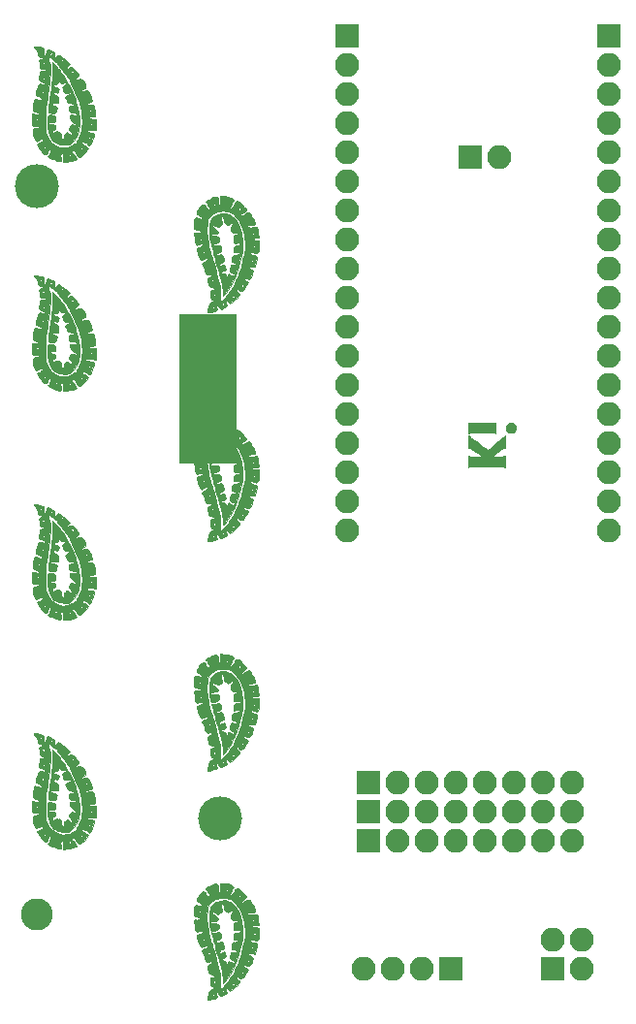
<source format=gbs>
G04 #@! TF.GenerationSoftware,KiCad,Pcbnew,5.0.0*
G04 #@! TF.CreationDate,2018-07-16T21:17:55+02:00*
G04 #@! TF.ProjectId,Heltec_Node,48656C7465635F4E6F64652E6B696361,rev?*
G04 #@! TF.SameCoordinates,Original*
G04 #@! TF.FileFunction,Soldermask,Bot*
G04 #@! TF.FilePolarity,Negative*
%FSLAX46Y46*%
G04 Gerber Fmt 4.6, Leading zero omitted, Abs format (unit mm)*
G04 Created by KiCad (PCBNEW 5.0.0) date Mon Jul 16 21:17:55 2018*
%MOMM*%
%LPD*%
G01*
G04 APERTURE LIST*
%ADD10C,0.010000*%
%ADD11R,2.100000X2.100000*%
%ADD12O,2.100000X2.100000*%
%ADD13C,3.850000*%
%ADD14C,2.790000*%
%ADD15C,0.050000*%
G04 APERTURE END LIST*
D10*
G04 #@! TO.C,G\002A\002A\002A*
G36*
X97822459Y-86839428D02*
X97601248Y-86816215D01*
X97493790Y-86761446D01*
X97507015Y-86697426D01*
X97647852Y-86646462D01*
X97678283Y-86642889D01*
X97678283Y-86186285D01*
X97578990Y-86148396D01*
X97565143Y-86113714D01*
X97617229Y-86043220D01*
X97633431Y-86041143D01*
X97731718Y-86093895D01*
X97746572Y-86113714D01*
X97730120Y-86175843D01*
X97678283Y-86186285D01*
X97678283Y-86642889D01*
X97758477Y-86633472D01*
X97947241Y-86613582D01*
X98067158Y-86587858D01*
X98076289Y-86583484D01*
X98088461Y-86502751D01*
X98071563Y-86327531D01*
X98034063Y-86103541D01*
X97984429Y-85876500D01*
X97931128Y-85692124D01*
X97896678Y-85613745D01*
X97786859Y-85560527D01*
X97555749Y-85569441D01*
X97522422Y-85574187D01*
X97299445Y-85589290D01*
X97210043Y-85557698D01*
X97256271Y-85494106D01*
X97271229Y-85487527D01*
X97271229Y-84941686D01*
X97209317Y-84918858D01*
X97213172Y-84883628D01*
X97274229Y-84805758D01*
X97294814Y-84801986D01*
X97351314Y-84849329D01*
X97310413Y-84921915D01*
X97271229Y-84941686D01*
X97271229Y-85487527D01*
X97440184Y-85413211D01*
X97497381Y-85395133D01*
X97681158Y-85331934D01*
X97756881Y-85263140D01*
X97756935Y-85146506D01*
X97742641Y-85075217D01*
X97670217Y-84834543D01*
X97566858Y-84598739D01*
X97457633Y-84419850D01*
X97398414Y-84360634D01*
X97282760Y-84351824D01*
X97152572Y-84391323D01*
X96989578Y-84432506D01*
X96897896Y-84386925D01*
X96864847Y-84308479D01*
X96954293Y-84251440D01*
X97165899Y-84138817D01*
X97242109Y-84000434D01*
X97192627Y-83814188D01*
X97167050Y-83766708D01*
X97011911Y-83515851D01*
X96889308Y-83378180D01*
X96773767Y-83333832D01*
X96646117Y-83360518D01*
X96415418Y-83426702D01*
X96290426Y-83419600D01*
X96281519Y-83350206D01*
X96399071Y-83229512D01*
X96472661Y-83176749D01*
X96608290Y-83072768D01*
X96634066Y-82996670D01*
X96582523Y-82922749D01*
X96474597Y-82803642D01*
X96317771Y-82626932D01*
X96233829Y-82531317D01*
X96086323Y-82369237D01*
X95990488Y-82301528D01*
X95903560Y-82312342D01*
X95803907Y-82371975D01*
X95640496Y-82439726D01*
X95556663Y-82407081D01*
X95572879Y-82306210D01*
X95685991Y-82186683D01*
X95859714Y-82053282D01*
X95583533Y-81797498D01*
X95421131Y-81652856D01*
X95305061Y-81560127D01*
X95272070Y-81541714D01*
X95199451Y-81497603D01*
X95080996Y-81396571D01*
X94938224Y-81290867D01*
X94832584Y-81251428D01*
X94728359Y-81308683D01*
X94662286Y-81396571D01*
X94563127Y-81526829D01*
X94493243Y-81523406D01*
X94471630Y-81397399D01*
X94484687Y-81292821D01*
X94503384Y-81134579D01*
X94463325Y-81034591D01*
X94334718Y-80944981D01*
X94236054Y-80893263D01*
X93940728Y-80742599D01*
X93820563Y-80978871D01*
X93727017Y-81158611D01*
X93671651Y-81237812D01*
X93626782Y-81245270D01*
X93586098Y-81222796D01*
X93551651Y-81126690D01*
X93568732Y-80947150D01*
X93570688Y-80938275D01*
X93594410Y-80767173D01*
X93545556Y-80674186D01*
X93436133Y-80615808D01*
X93224290Y-80542209D01*
X93004958Y-80492088D01*
X92820727Y-80471800D01*
X92714191Y-80487701D01*
X92702857Y-80506390D01*
X92751665Y-80602203D01*
X92849100Y-80708138D01*
X92958661Y-80868309D01*
X93033896Y-81085713D01*
X93039172Y-81114575D01*
X93083075Y-81297453D01*
X93163597Y-81381256D01*
X93283429Y-81405370D01*
X93283429Y-81106286D01*
X93223694Y-81079733D01*
X93235048Y-81057905D01*
X93321173Y-81049219D01*
X93323997Y-81051525D01*
X93323997Y-80961143D01*
X93224704Y-80923253D01*
X93210857Y-80888571D01*
X93262944Y-80818077D01*
X93279146Y-80816000D01*
X93377432Y-80868752D01*
X93392286Y-80888571D01*
X93375834Y-80950700D01*
X93323997Y-80961143D01*
X93323997Y-81051525D01*
X93331810Y-81057905D01*
X93321848Y-81101048D01*
X93283429Y-81106286D01*
X93283429Y-81405370D01*
X93310215Y-81410761D01*
X93477562Y-81454860D01*
X93511520Y-81522154D01*
X93410779Y-81583289D01*
X93318710Y-81601278D01*
X93184100Y-81644865D01*
X93168745Y-81740634D01*
X93171218Y-81748862D01*
X93199466Y-81899871D01*
X93219714Y-82117221D01*
X93222320Y-82170457D01*
X93237893Y-82359089D01*
X93285677Y-82442342D01*
X93397198Y-82459979D01*
X93450538Y-82458301D01*
X93602080Y-82477161D01*
X93602080Y-82040807D01*
X93501713Y-82022791D01*
X93476952Y-82001333D01*
X93430726Y-81895113D01*
X93506259Y-81834434D01*
X93537429Y-81832000D01*
X93633642Y-81890091D01*
X93646286Y-81940857D01*
X93602080Y-82040807D01*
X93602080Y-82477161D01*
X93613968Y-82478641D01*
X93699029Y-82539571D01*
X93664095Y-82606685D01*
X93493993Y-82630225D01*
X93481013Y-82630286D01*
X93334075Y-82637332D01*
X93254663Y-82682875D01*
X93213933Y-82803523D01*
X93186861Y-83003601D01*
X93163292Y-83257524D01*
X93179209Y-83405197D01*
X93251060Y-83483671D01*
X93395295Y-83529999D01*
X93423341Y-83536280D01*
X93589466Y-83606206D01*
X93616519Y-83635808D01*
X93616519Y-83407755D01*
X93547551Y-83378217D01*
X93505373Y-83285979D01*
X93563547Y-83152206D01*
X93564757Y-83150294D01*
X93620204Y-83106122D01*
X93663307Y-83195706D01*
X93665690Y-83204650D01*
X93670213Y-83343125D01*
X93616519Y-83407755D01*
X93616519Y-83635808D01*
X93681758Y-83707194D01*
X93673537Y-83803981D01*
X93644616Y-83828746D01*
X93534458Y-83830846D01*
X93424401Y-83789196D01*
X93239690Y-83736355D01*
X93112630Y-83812039D01*
X93036280Y-84021004D01*
X93029468Y-84059757D01*
X92982446Y-84275795D01*
X92924936Y-84445096D01*
X92916607Y-84461729D01*
X92852015Y-84650450D01*
X92885012Y-84775235D01*
X92975000Y-84809843D01*
X93121751Y-84856834D01*
X93281805Y-84964532D01*
X93400093Y-85089961D01*
X93428571Y-85163775D01*
X93416723Y-85224623D01*
X93358863Y-85233521D01*
X93221524Y-85187554D01*
X93091960Y-85134482D01*
X92911512Y-85073256D01*
X92789230Y-85057300D01*
X92774518Y-85061991D01*
X92733387Y-85148737D01*
X92690674Y-85332397D01*
X92668121Y-85478795D01*
X92634964Y-85716920D01*
X92603552Y-85905270D01*
X92589794Y-85968571D01*
X92632392Y-86070143D01*
X92815876Y-86181471D01*
X92885329Y-86211617D01*
X93110411Y-86321764D01*
X93155209Y-86362635D01*
X93155209Y-85793010D01*
X93132087Y-85783312D01*
X93096132Y-85695208D01*
X93105831Y-85672087D01*
X93193934Y-85636132D01*
X93217056Y-85645831D01*
X93253011Y-85733934D01*
X93243312Y-85757055D01*
X93155209Y-85793010D01*
X93155209Y-86362635D01*
X93202191Y-86405500D01*
X93160712Y-86453558D01*
X92986015Y-86456671D01*
X92884286Y-86444079D01*
X92557714Y-86395106D01*
X92557714Y-86720189D01*
X92550152Y-86940696D01*
X92531168Y-87106917D01*
X92522191Y-87141921D01*
X92526404Y-87282831D01*
X92553971Y-87344422D01*
X92683104Y-87420732D01*
X92879780Y-87432863D01*
X93006750Y-87436896D01*
X93006750Y-86967940D01*
X92932722Y-86936355D01*
X92920571Y-86881762D01*
X92979003Y-86781791D01*
X93035476Y-86766857D01*
X93114949Y-86809160D01*
X93102277Y-86896203D01*
X93006750Y-86967940D01*
X93006750Y-87436896D01*
X93062828Y-87438678D01*
X93134415Y-87496185D01*
X93138286Y-87526584D01*
X93085015Y-87608893D01*
X92913311Y-87637500D01*
X92889607Y-87637714D01*
X92722481Y-87657799D01*
X92631394Y-87733981D01*
X92608262Y-87890145D01*
X92645003Y-88150180D01*
X92672537Y-88279211D01*
X92757759Y-88581457D01*
X92846691Y-88751353D01*
X92935912Y-88784165D01*
X92995054Y-88725679D01*
X93051774Y-88666499D01*
X93064603Y-88686371D01*
X93104879Y-88704608D01*
X93152800Y-88668228D01*
X93203486Y-88639703D01*
X93203486Y-88203081D01*
X93086987Y-88179734D01*
X92996079Y-88132223D01*
X93040846Y-88103855D01*
X93089537Y-88091782D01*
X93221444Y-88085101D01*
X93264918Y-88103013D01*
X93282216Y-88172149D01*
X93203486Y-88203081D01*
X93203486Y-88639703D01*
X93286123Y-88593195D01*
X93420399Y-88592667D01*
X93468691Y-88636689D01*
X93468691Y-84576892D01*
X93371863Y-84541829D01*
X93356000Y-84480857D01*
X93408170Y-84389352D01*
X93483000Y-84385815D01*
X93585238Y-84446301D01*
X93567585Y-84529446D01*
X93468691Y-84576892D01*
X93468691Y-88636689D01*
X93497570Y-88663015D01*
X93501143Y-88690000D01*
X93443052Y-88786213D01*
X93392286Y-88798857D01*
X93295650Y-88833864D01*
X93283429Y-88863561D01*
X93221684Y-88926677D01*
X93083857Y-88981366D01*
X92970837Y-89027678D01*
X92971964Y-89066659D01*
X92975000Y-89067852D01*
X93059374Y-89153801D01*
X93065714Y-89187874D01*
X93111333Y-89290730D01*
X93226060Y-89446995D01*
X93283429Y-89512877D01*
X93415650Y-89670123D01*
X93492908Y-89786147D01*
X93501143Y-89811572D01*
X93560585Y-89887516D01*
X93646286Y-89918277D01*
X93646286Y-89452000D01*
X93581902Y-89393220D01*
X93573714Y-89343143D01*
X93612901Y-89246567D01*
X93646286Y-89234286D01*
X93710670Y-89293065D01*
X93718857Y-89343143D01*
X93679671Y-89439718D01*
X93646286Y-89452000D01*
X93646286Y-89918277D01*
X93686427Y-89932686D01*
X93797978Y-89919667D01*
X93862646Y-89817634D01*
X93865614Y-89792431D01*
X93905138Y-89666750D01*
X93994745Y-89537530D01*
X94097163Y-89445636D01*
X94175119Y-89431934D01*
X94184732Y-89442551D01*
X94194581Y-89553290D01*
X94159684Y-89723271D01*
X94098460Y-89895347D01*
X94029328Y-90012375D01*
X93994564Y-90032571D01*
X93937255Y-90087025D01*
X93936571Y-90096874D01*
X93997981Y-90173582D01*
X94145093Y-90259202D01*
X94322235Y-90329792D01*
X94473735Y-90361408D01*
X94529160Y-90351716D01*
X94578664Y-90343948D01*
X94565458Y-90375965D01*
X94588573Y-90445373D01*
X94626000Y-90462638D01*
X94626000Y-89960000D01*
X94529424Y-89920813D01*
X94517143Y-89887428D01*
X94575923Y-89823044D01*
X94626000Y-89814857D01*
X94722576Y-89854043D01*
X94734857Y-89887428D01*
X94676077Y-89951812D01*
X94626000Y-89960000D01*
X94626000Y-90462638D01*
X94716807Y-90504528D01*
X94910255Y-90537318D01*
X94970714Y-90539580D01*
X95066864Y-90495072D01*
X95097605Y-90341897D01*
X95097714Y-90327140D01*
X95075165Y-90159415D01*
X95024586Y-90068513D01*
X95006809Y-89989234D01*
X95064328Y-89910448D01*
X95150141Y-89836308D01*
X95201479Y-89842562D01*
X95231439Y-89949968D01*
X95253119Y-90179286D01*
X95255618Y-90213634D01*
X95281680Y-90576125D01*
X95283486Y-90575985D01*
X95283486Y-89324389D01*
X95016512Y-89303427D01*
X94969087Y-89292137D01*
X94557679Y-89120821D01*
X94210242Y-88863831D01*
X93954291Y-88546923D01*
X93821887Y-88218285D01*
X93770152Y-88035878D01*
X93728108Y-87933294D01*
X93707503Y-87818352D01*
X93695737Y-87590751D01*
X93692028Y-87282657D01*
X93695598Y-86926235D01*
X93705666Y-86553650D01*
X93721451Y-86197067D01*
X93742174Y-85888651D01*
X93755143Y-85769760D01*
X93755143Y-84081714D01*
X93718857Y-84045428D01*
X93755143Y-84009143D01*
X93791429Y-84045428D01*
X93755143Y-84081714D01*
X93755143Y-85769760D01*
X93767054Y-85660567D01*
X93785443Y-85569428D01*
X93832475Y-85379121D01*
X93850501Y-85242857D01*
X93861019Y-85133835D01*
X93890141Y-84911407D01*
X93933709Y-84605511D01*
X93987565Y-84246089D01*
X94001699Y-84154285D01*
X94060656Y-83723961D01*
X94106093Y-83293719D01*
X94137004Y-82887373D01*
X94152386Y-82528737D01*
X94151231Y-82241626D01*
X94132535Y-82049853D01*
X94095292Y-81977234D01*
X94093611Y-81977143D01*
X94053067Y-81912669D01*
X94025634Y-81751635D01*
X94021562Y-81686857D01*
X94027390Y-81505227D01*
X94055769Y-81404061D01*
X94068659Y-81396571D01*
X94151149Y-81444558D01*
X94184524Y-81474141D01*
X94184524Y-81251428D01*
X94105051Y-81209125D01*
X94117724Y-81122082D01*
X94213250Y-81050345D01*
X94287279Y-81081930D01*
X94299429Y-81136524D01*
X94240997Y-81236494D01*
X94184524Y-81251428D01*
X94184524Y-81474141D01*
X94286490Y-81564525D01*
X94335714Y-81614286D01*
X94488346Y-81751292D01*
X94614043Y-81826844D01*
X94639578Y-81832000D01*
X94722729Y-81890794D01*
X94734857Y-81946548D01*
X94783555Y-82058157D01*
X94908895Y-82223849D01*
X95024296Y-82347656D01*
X95208840Y-82549607D01*
X95208840Y-81872871D01*
X95162326Y-81821605D01*
X95101968Y-81677961D01*
X95147842Y-81615681D01*
X95166003Y-81614286D01*
X95267282Y-81671451D01*
X95292952Y-81791891D01*
X95274354Y-81839748D01*
X95208840Y-81872871D01*
X95208840Y-82549607D01*
X95211553Y-82552576D01*
X95368975Y-82758255D01*
X95426529Y-82852338D01*
X95519603Y-82987176D01*
X95599676Y-83031393D01*
X95607974Y-83028032D01*
X95645889Y-83043099D01*
X95633639Y-83097619D01*
X95651117Y-83215713D01*
X95707042Y-83254295D01*
X95808022Y-83340272D01*
X95823429Y-83392602D01*
X95853713Y-83502871D01*
X95932705Y-83697862D01*
X96031623Y-83910981D01*
X96111962Y-84080925D01*
X96111962Y-82813070D01*
X96019050Y-82800772D01*
X96011952Y-82794619D01*
X95970923Y-82690924D01*
X96049039Y-82631884D01*
X96073146Y-82630286D01*
X96193477Y-82669605D01*
X96217872Y-82695253D01*
X96201874Y-82766490D01*
X96111962Y-82813070D01*
X96111962Y-84080925D01*
X96313565Y-84507384D01*
X96527894Y-85012943D01*
X96686263Y-85458401D01*
X96800326Y-85874501D01*
X96832593Y-86022369D01*
X96832593Y-83860479D01*
X96729102Y-83837192D01*
X96652745Y-83763833D01*
X96659861Y-83715846D01*
X96741164Y-83682797D01*
X96811358Y-83725674D01*
X96883116Y-83821663D01*
X96832593Y-83860479D01*
X96832593Y-86022369D01*
X96833510Y-86026572D01*
X96869080Y-86269996D01*
X96893679Y-86576112D01*
X96907202Y-86911638D01*
X96909542Y-87243290D01*
X96900595Y-87537788D01*
X96880254Y-87761848D01*
X96848414Y-87882190D01*
X96839429Y-87891714D01*
X96782016Y-87992356D01*
X96766857Y-88103584D01*
X96726927Y-88266660D01*
X96627084Y-88472099D01*
X96585429Y-88537953D01*
X96474993Y-88714095D01*
X96410686Y-88842600D01*
X96404000Y-88869761D01*
X96344173Y-88940870D01*
X96259287Y-88980149D01*
X96083621Y-89071068D01*
X96008966Y-89131687D01*
X95835782Y-89229867D01*
X95575266Y-89296985D01*
X95283486Y-89324389D01*
X95283486Y-90575985D01*
X95570697Y-90553664D01*
X95827478Y-90521570D01*
X95827478Y-90073176D01*
X95797265Y-90054789D01*
X95753118Y-89949443D01*
X95830794Y-89889535D01*
X95859714Y-89887428D01*
X95956324Y-89924343D01*
X95968571Y-89955717D01*
X95920554Y-90050482D01*
X95827478Y-90073176D01*
X95827478Y-90521570D01*
X95868053Y-90516498D01*
X96077429Y-90470250D01*
X96077429Y-90032571D01*
X96041143Y-89996286D01*
X96077429Y-89960000D01*
X96113714Y-89996286D01*
X96077429Y-90032571D01*
X96077429Y-90470250D01*
X96128773Y-90458908D01*
X96318429Y-90390832D01*
X96402595Y-90322208D01*
X96404000Y-90313114D01*
X96368786Y-90195719D01*
X96285437Y-90037612D01*
X96187396Y-89893257D01*
X96108103Y-89817117D01*
X96098067Y-89814857D01*
X96051781Y-89753945D01*
X96041143Y-89669714D01*
X96066864Y-89551719D01*
X96102467Y-89524571D01*
X96199787Y-89577419D01*
X96315250Y-89695822D01*
X96394545Y-89819570D01*
X96404000Y-89858871D01*
X96453957Y-89952245D01*
X96558494Y-90060025D01*
X96680361Y-90143729D01*
X96753431Y-90123544D01*
X96775097Y-90094296D01*
X96828446Y-90038172D01*
X96838317Y-90053541D01*
X96839429Y-90053694D01*
X96839429Y-89524571D01*
X96775739Y-89465501D01*
X96766857Y-89411431D01*
X96802039Y-89336316D01*
X96839429Y-89343143D01*
X96909232Y-89435922D01*
X96912000Y-89456283D01*
X96856647Y-89522617D01*
X96839429Y-89524571D01*
X96839429Y-90053694D01*
X96877968Y-90059023D01*
X96978316Y-89971965D01*
X97114952Y-89817403D01*
X97263467Y-89620371D01*
X97270396Y-89610389D01*
X97436857Y-89369635D01*
X97286320Y-89229389D01*
X97154580Y-89126624D01*
X97069063Y-89089143D01*
X96970394Y-89039531D01*
X96919034Y-88988761D01*
X96890931Y-88891843D01*
X96956509Y-88838133D01*
X97065563Y-88851797D01*
X97120871Y-88891614D01*
X97190705Y-88936681D01*
X97202286Y-88922228D01*
X97245223Y-88929183D01*
X97347429Y-89016571D01*
X97478911Y-89123245D01*
X97519414Y-89140497D01*
X97519414Y-88554092D01*
X97445277Y-88488928D01*
X97420000Y-88386545D01*
X97439682Y-88313086D01*
X97520407Y-88356473D01*
X97528058Y-88362765D01*
X97599560Y-88465499D01*
X97595615Y-88517978D01*
X97519414Y-88554092D01*
X97519414Y-89140497D01*
X97569224Y-89161714D01*
X97646217Y-89098435D01*
X97740878Y-88936811D01*
X97835099Y-88719162D01*
X97910774Y-88487809D01*
X97949796Y-88285071D01*
X97950893Y-88269653D01*
X97944581Y-88106863D01*
X97873054Y-88037666D01*
X97746572Y-88016957D01*
X97446561Y-87972685D01*
X97271496Y-87914742D01*
X97224153Y-87856305D01*
X97307311Y-87810547D01*
X97523747Y-87790640D01*
X97699861Y-87795442D01*
X97747675Y-87798208D01*
X97747675Y-87390541D01*
X97710286Y-87383714D01*
X97640483Y-87290935D01*
X97637714Y-87270574D01*
X97693068Y-87204240D01*
X97710286Y-87202285D01*
X97773975Y-87261356D01*
X97782857Y-87315426D01*
X97747675Y-87390541D01*
X97747675Y-87798208D01*
X98109429Y-87819143D01*
X98130887Y-87329285D01*
X98152346Y-86839428D01*
X97822459Y-86839428D01*
X97822459Y-86839428D01*
G37*
X97822459Y-86839428D02*
X97601248Y-86816215D01*
X97493790Y-86761446D01*
X97507015Y-86697426D01*
X97647852Y-86646462D01*
X97678283Y-86642889D01*
X97678283Y-86186285D01*
X97578990Y-86148396D01*
X97565143Y-86113714D01*
X97617229Y-86043220D01*
X97633431Y-86041143D01*
X97731718Y-86093895D01*
X97746572Y-86113714D01*
X97730120Y-86175843D01*
X97678283Y-86186285D01*
X97678283Y-86642889D01*
X97758477Y-86633472D01*
X97947241Y-86613582D01*
X98067158Y-86587858D01*
X98076289Y-86583484D01*
X98088461Y-86502751D01*
X98071563Y-86327531D01*
X98034063Y-86103541D01*
X97984429Y-85876500D01*
X97931128Y-85692124D01*
X97896678Y-85613745D01*
X97786859Y-85560527D01*
X97555749Y-85569441D01*
X97522422Y-85574187D01*
X97299445Y-85589290D01*
X97210043Y-85557698D01*
X97256271Y-85494106D01*
X97271229Y-85487527D01*
X97271229Y-84941686D01*
X97209317Y-84918858D01*
X97213172Y-84883628D01*
X97274229Y-84805758D01*
X97294814Y-84801986D01*
X97351314Y-84849329D01*
X97310413Y-84921915D01*
X97271229Y-84941686D01*
X97271229Y-85487527D01*
X97440184Y-85413211D01*
X97497381Y-85395133D01*
X97681158Y-85331934D01*
X97756881Y-85263140D01*
X97756935Y-85146506D01*
X97742641Y-85075217D01*
X97670217Y-84834543D01*
X97566858Y-84598739D01*
X97457633Y-84419850D01*
X97398414Y-84360634D01*
X97282760Y-84351824D01*
X97152572Y-84391323D01*
X96989578Y-84432506D01*
X96897896Y-84386925D01*
X96864847Y-84308479D01*
X96954293Y-84251440D01*
X97165899Y-84138817D01*
X97242109Y-84000434D01*
X97192627Y-83814188D01*
X97167050Y-83766708D01*
X97011911Y-83515851D01*
X96889308Y-83378180D01*
X96773767Y-83333832D01*
X96646117Y-83360518D01*
X96415418Y-83426702D01*
X96290426Y-83419600D01*
X96281519Y-83350206D01*
X96399071Y-83229512D01*
X96472661Y-83176749D01*
X96608290Y-83072768D01*
X96634066Y-82996670D01*
X96582523Y-82922749D01*
X96474597Y-82803642D01*
X96317771Y-82626932D01*
X96233829Y-82531317D01*
X96086323Y-82369237D01*
X95990488Y-82301528D01*
X95903560Y-82312342D01*
X95803907Y-82371975D01*
X95640496Y-82439726D01*
X95556663Y-82407081D01*
X95572879Y-82306210D01*
X95685991Y-82186683D01*
X95859714Y-82053282D01*
X95583533Y-81797498D01*
X95421131Y-81652856D01*
X95305061Y-81560127D01*
X95272070Y-81541714D01*
X95199451Y-81497603D01*
X95080996Y-81396571D01*
X94938224Y-81290867D01*
X94832584Y-81251428D01*
X94728359Y-81308683D01*
X94662286Y-81396571D01*
X94563127Y-81526829D01*
X94493243Y-81523406D01*
X94471630Y-81397399D01*
X94484687Y-81292821D01*
X94503384Y-81134579D01*
X94463325Y-81034591D01*
X94334718Y-80944981D01*
X94236054Y-80893263D01*
X93940728Y-80742599D01*
X93820563Y-80978871D01*
X93727017Y-81158611D01*
X93671651Y-81237812D01*
X93626782Y-81245270D01*
X93586098Y-81222796D01*
X93551651Y-81126690D01*
X93568732Y-80947150D01*
X93570688Y-80938275D01*
X93594410Y-80767173D01*
X93545556Y-80674186D01*
X93436133Y-80615808D01*
X93224290Y-80542209D01*
X93004958Y-80492088D01*
X92820727Y-80471800D01*
X92714191Y-80487701D01*
X92702857Y-80506390D01*
X92751665Y-80602203D01*
X92849100Y-80708138D01*
X92958661Y-80868309D01*
X93033896Y-81085713D01*
X93039172Y-81114575D01*
X93083075Y-81297453D01*
X93163597Y-81381256D01*
X93283429Y-81405370D01*
X93283429Y-81106286D01*
X93223694Y-81079733D01*
X93235048Y-81057905D01*
X93321173Y-81049219D01*
X93323997Y-81051525D01*
X93323997Y-80961143D01*
X93224704Y-80923253D01*
X93210857Y-80888571D01*
X93262944Y-80818077D01*
X93279146Y-80816000D01*
X93377432Y-80868752D01*
X93392286Y-80888571D01*
X93375834Y-80950700D01*
X93323997Y-80961143D01*
X93323997Y-81051525D01*
X93331810Y-81057905D01*
X93321848Y-81101048D01*
X93283429Y-81106286D01*
X93283429Y-81405370D01*
X93310215Y-81410761D01*
X93477562Y-81454860D01*
X93511520Y-81522154D01*
X93410779Y-81583289D01*
X93318710Y-81601278D01*
X93184100Y-81644865D01*
X93168745Y-81740634D01*
X93171218Y-81748862D01*
X93199466Y-81899871D01*
X93219714Y-82117221D01*
X93222320Y-82170457D01*
X93237893Y-82359089D01*
X93285677Y-82442342D01*
X93397198Y-82459979D01*
X93450538Y-82458301D01*
X93602080Y-82477161D01*
X93602080Y-82040807D01*
X93501713Y-82022791D01*
X93476952Y-82001333D01*
X93430726Y-81895113D01*
X93506259Y-81834434D01*
X93537429Y-81832000D01*
X93633642Y-81890091D01*
X93646286Y-81940857D01*
X93602080Y-82040807D01*
X93602080Y-82477161D01*
X93613968Y-82478641D01*
X93699029Y-82539571D01*
X93664095Y-82606685D01*
X93493993Y-82630225D01*
X93481013Y-82630286D01*
X93334075Y-82637332D01*
X93254663Y-82682875D01*
X93213933Y-82803523D01*
X93186861Y-83003601D01*
X93163292Y-83257524D01*
X93179209Y-83405197D01*
X93251060Y-83483671D01*
X93395295Y-83529999D01*
X93423341Y-83536280D01*
X93589466Y-83606206D01*
X93616519Y-83635808D01*
X93616519Y-83407755D01*
X93547551Y-83378217D01*
X93505373Y-83285979D01*
X93563547Y-83152206D01*
X93564757Y-83150294D01*
X93620204Y-83106122D01*
X93663307Y-83195706D01*
X93665690Y-83204650D01*
X93670213Y-83343125D01*
X93616519Y-83407755D01*
X93616519Y-83635808D01*
X93681758Y-83707194D01*
X93673537Y-83803981D01*
X93644616Y-83828746D01*
X93534458Y-83830846D01*
X93424401Y-83789196D01*
X93239690Y-83736355D01*
X93112630Y-83812039D01*
X93036280Y-84021004D01*
X93029468Y-84059757D01*
X92982446Y-84275795D01*
X92924936Y-84445096D01*
X92916607Y-84461729D01*
X92852015Y-84650450D01*
X92885012Y-84775235D01*
X92975000Y-84809843D01*
X93121751Y-84856834D01*
X93281805Y-84964532D01*
X93400093Y-85089961D01*
X93428571Y-85163775D01*
X93416723Y-85224623D01*
X93358863Y-85233521D01*
X93221524Y-85187554D01*
X93091960Y-85134482D01*
X92911512Y-85073256D01*
X92789230Y-85057300D01*
X92774518Y-85061991D01*
X92733387Y-85148737D01*
X92690674Y-85332397D01*
X92668121Y-85478795D01*
X92634964Y-85716920D01*
X92603552Y-85905270D01*
X92589794Y-85968571D01*
X92632392Y-86070143D01*
X92815876Y-86181471D01*
X92885329Y-86211617D01*
X93110411Y-86321764D01*
X93155209Y-86362635D01*
X93155209Y-85793010D01*
X93132087Y-85783312D01*
X93096132Y-85695208D01*
X93105831Y-85672087D01*
X93193934Y-85636132D01*
X93217056Y-85645831D01*
X93253011Y-85733934D01*
X93243312Y-85757055D01*
X93155209Y-85793010D01*
X93155209Y-86362635D01*
X93202191Y-86405500D01*
X93160712Y-86453558D01*
X92986015Y-86456671D01*
X92884286Y-86444079D01*
X92557714Y-86395106D01*
X92557714Y-86720189D01*
X92550152Y-86940696D01*
X92531168Y-87106917D01*
X92522191Y-87141921D01*
X92526404Y-87282831D01*
X92553971Y-87344422D01*
X92683104Y-87420732D01*
X92879780Y-87432863D01*
X93006750Y-87436896D01*
X93006750Y-86967940D01*
X92932722Y-86936355D01*
X92920571Y-86881762D01*
X92979003Y-86781791D01*
X93035476Y-86766857D01*
X93114949Y-86809160D01*
X93102277Y-86896203D01*
X93006750Y-86967940D01*
X93006750Y-87436896D01*
X93062828Y-87438678D01*
X93134415Y-87496185D01*
X93138286Y-87526584D01*
X93085015Y-87608893D01*
X92913311Y-87637500D01*
X92889607Y-87637714D01*
X92722481Y-87657799D01*
X92631394Y-87733981D01*
X92608262Y-87890145D01*
X92645003Y-88150180D01*
X92672537Y-88279211D01*
X92757759Y-88581457D01*
X92846691Y-88751353D01*
X92935912Y-88784165D01*
X92995054Y-88725679D01*
X93051774Y-88666499D01*
X93064603Y-88686371D01*
X93104879Y-88704608D01*
X93152800Y-88668228D01*
X93203486Y-88639703D01*
X93203486Y-88203081D01*
X93086987Y-88179734D01*
X92996079Y-88132223D01*
X93040846Y-88103855D01*
X93089537Y-88091782D01*
X93221444Y-88085101D01*
X93264918Y-88103013D01*
X93282216Y-88172149D01*
X93203486Y-88203081D01*
X93203486Y-88639703D01*
X93286123Y-88593195D01*
X93420399Y-88592667D01*
X93468691Y-88636689D01*
X93468691Y-84576892D01*
X93371863Y-84541829D01*
X93356000Y-84480857D01*
X93408170Y-84389352D01*
X93483000Y-84385815D01*
X93585238Y-84446301D01*
X93567585Y-84529446D01*
X93468691Y-84576892D01*
X93468691Y-88636689D01*
X93497570Y-88663015D01*
X93501143Y-88690000D01*
X93443052Y-88786213D01*
X93392286Y-88798857D01*
X93295650Y-88833864D01*
X93283429Y-88863561D01*
X93221684Y-88926677D01*
X93083857Y-88981366D01*
X92970837Y-89027678D01*
X92971964Y-89066659D01*
X92975000Y-89067852D01*
X93059374Y-89153801D01*
X93065714Y-89187874D01*
X93111333Y-89290730D01*
X93226060Y-89446995D01*
X93283429Y-89512877D01*
X93415650Y-89670123D01*
X93492908Y-89786147D01*
X93501143Y-89811572D01*
X93560585Y-89887516D01*
X93646286Y-89918277D01*
X93646286Y-89452000D01*
X93581902Y-89393220D01*
X93573714Y-89343143D01*
X93612901Y-89246567D01*
X93646286Y-89234286D01*
X93710670Y-89293065D01*
X93718857Y-89343143D01*
X93679671Y-89439718D01*
X93646286Y-89452000D01*
X93646286Y-89918277D01*
X93686427Y-89932686D01*
X93797978Y-89919667D01*
X93862646Y-89817634D01*
X93865614Y-89792431D01*
X93905138Y-89666750D01*
X93994745Y-89537530D01*
X94097163Y-89445636D01*
X94175119Y-89431934D01*
X94184732Y-89442551D01*
X94194581Y-89553290D01*
X94159684Y-89723271D01*
X94098460Y-89895347D01*
X94029328Y-90012375D01*
X93994564Y-90032571D01*
X93937255Y-90087025D01*
X93936571Y-90096874D01*
X93997981Y-90173582D01*
X94145093Y-90259202D01*
X94322235Y-90329792D01*
X94473735Y-90361408D01*
X94529160Y-90351716D01*
X94578664Y-90343948D01*
X94565458Y-90375965D01*
X94588573Y-90445373D01*
X94626000Y-90462638D01*
X94626000Y-89960000D01*
X94529424Y-89920813D01*
X94517143Y-89887428D01*
X94575923Y-89823044D01*
X94626000Y-89814857D01*
X94722576Y-89854043D01*
X94734857Y-89887428D01*
X94676077Y-89951812D01*
X94626000Y-89960000D01*
X94626000Y-90462638D01*
X94716807Y-90504528D01*
X94910255Y-90537318D01*
X94970714Y-90539580D01*
X95066864Y-90495072D01*
X95097605Y-90341897D01*
X95097714Y-90327140D01*
X95075165Y-90159415D01*
X95024586Y-90068513D01*
X95006809Y-89989234D01*
X95064328Y-89910448D01*
X95150141Y-89836308D01*
X95201479Y-89842562D01*
X95231439Y-89949968D01*
X95253119Y-90179286D01*
X95255618Y-90213634D01*
X95281680Y-90576125D01*
X95283486Y-90575985D01*
X95283486Y-89324389D01*
X95016512Y-89303427D01*
X94969087Y-89292137D01*
X94557679Y-89120821D01*
X94210242Y-88863831D01*
X93954291Y-88546923D01*
X93821887Y-88218285D01*
X93770152Y-88035878D01*
X93728108Y-87933294D01*
X93707503Y-87818352D01*
X93695737Y-87590751D01*
X93692028Y-87282657D01*
X93695598Y-86926235D01*
X93705666Y-86553650D01*
X93721451Y-86197067D01*
X93742174Y-85888651D01*
X93755143Y-85769760D01*
X93755143Y-84081714D01*
X93718857Y-84045428D01*
X93755143Y-84009143D01*
X93791429Y-84045428D01*
X93755143Y-84081714D01*
X93755143Y-85769760D01*
X93767054Y-85660567D01*
X93785443Y-85569428D01*
X93832475Y-85379121D01*
X93850501Y-85242857D01*
X93861019Y-85133835D01*
X93890141Y-84911407D01*
X93933709Y-84605511D01*
X93987565Y-84246089D01*
X94001699Y-84154285D01*
X94060656Y-83723961D01*
X94106093Y-83293719D01*
X94137004Y-82887373D01*
X94152386Y-82528737D01*
X94151231Y-82241626D01*
X94132535Y-82049853D01*
X94095292Y-81977234D01*
X94093611Y-81977143D01*
X94053067Y-81912669D01*
X94025634Y-81751635D01*
X94021562Y-81686857D01*
X94027390Y-81505227D01*
X94055769Y-81404061D01*
X94068659Y-81396571D01*
X94151149Y-81444558D01*
X94184524Y-81474141D01*
X94184524Y-81251428D01*
X94105051Y-81209125D01*
X94117724Y-81122082D01*
X94213250Y-81050345D01*
X94287279Y-81081930D01*
X94299429Y-81136524D01*
X94240997Y-81236494D01*
X94184524Y-81251428D01*
X94184524Y-81474141D01*
X94286490Y-81564525D01*
X94335714Y-81614286D01*
X94488346Y-81751292D01*
X94614043Y-81826844D01*
X94639578Y-81832000D01*
X94722729Y-81890794D01*
X94734857Y-81946548D01*
X94783555Y-82058157D01*
X94908895Y-82223849D01*
X95024296Y-82347656D01*
X95208840Y-82549607D01*
X95208840Y-81872871D01*
X95162326Y-81821605D01*
X95101968Y-81677961D01*
X95147842Y-81615681D01*
X95166003Y-81614286D01*
X95267282Y-81671451D01*
X95292952Y-81791891D01*
X95274354Y-81839748D01*
X95208840Y-81872871D01*
X95208840Y-82549607D01*
X95211553Y-82552576D01*
X95368975Y-82758255D01*
X95426529Y-82852338D01*
X95519603Y-82987176D01*
X95599676Y-83031393D01*
X95607974Y-83028032D01*
X95645889Y-83043099D01*
X95633639Y-83097619D01*
X95651117Y-83215713D01*
X95707042Y-83254295D01*
X95808022Y-83340272D01*
X95823429Y-83392602D01*
X95853713Y-83502871D01*
X95932705Y-83697862D01*
X96031623Y-83910981D01*
X96111962Y-84080925D01*
X96111962Y-82813070D01*
X96019050Y-82800772D01*
X96011952Y-82794619D01*
X95970923Y-82690924D01*
X96049039Y-82631884D01*
X96073146Y-82630286D01*
X96193477Y-82669605D01*
X96217872Y-82695253D01*
X96201874Y-82766490D01*
X96111962Y-82813070D01*
X96111962Y-84080925D01*
X96313565Y-84507384D01*
X96527894Y-85012943D01*
X96686263Y-85458401D01*
X96800326Y-85874501D01*
X96832593Y-86022369D01*
X96832593Y-83860479D01*
X96729102Y-83837192D01*
X96652745Y-83763833D01*
X96659861Y-83715846D01*
X96741164Y-83682797D01*
X96811358Y-83725674D01*
X96883116Y-83821663D01*
X96832593Y-83860479D01*
X96832593Y-86022369D01*
X96833510Y-86026572D01*
X96869080Y-86269996D01*
X96893679Y-86576112D01*
X96907202Y-86911638D01*
X96909542Y-87243290D01*
X96900595Y-87537788D01*
X96880254Y-87761848D01*
X96848414Y-87882190D01*
X96839429Y-87891714D01*
X96782016Y-87992356D01*
X96766857Y-88103584D01*
X96726927Y-88266660D01*
X96627084Y-88472099D01*
X96585429Y-88537953D01*
X96474993Y-88714095D01*
X96410686Y-88842600D01*
X96404000Y-88869761D01*
X96344173Y-88940870D01*
X96259287Y-88980149D01*
X96083621Y-89071068D01*
X96008966Y-89131687D01*
X95835782Y-89229867D01*
X95575266Y-89296985D01*
X95283486Y-89324389D01*
X95283486Y-90575985D01*
X95570697Y-90553664D01*
X95827478Y-90521570D01*
X95827478Y-90073176D01*
X95797265Y-90054789D01*
X95753118Y-89949443D01*
X95830794Y-89889535D01*
X95859714Y-89887428D01*
X95956324Y-89924343D01*
X95968571Y-89955717D01*
X95920554Y-90050482D01*
X95827478Y-90073176D01*
X95827478Y-90521570D01*
X95868053Y-90516498D01*
X96077429Y-90470250D01*
X96077429Y-90032571D01*
X96041143Y-89996286D01*
X96077429Y-89960000D01*
X96113714Y-89996286D01*
X96077429Y-90032571D01*
X96077429Y-90470250D01*
X96128773Y-90458908D01*
X96318429Y-90390832D01*
X96402595Y-90322208D01*
X96404000Y-90313114D01*
X96368786Y-90195719D01*
X96285437Y-90037612D01*
X96187396Y-89893257D01*
X96108103Y-89817117D01*
X96098067Y-89814857D01*
X96051781Y-89753945D01*
X96041143Y-89669714D01*
X96066864Y-89551719D01*
X96102467Y-89524571D01*
X96199787Y-89577419D01*
X96315250Y-89695822D01*
X96394545Y-89819570D01*
X96404000Y-89858871D01*
X96453957Y-89952245D01*
X96558494Y-90060025D01*
X96680361Y-90143729D01*
X96753431Y-90123544D01*
X96775097Y-90094296D01*
X96828446Y-90038172D01*
X96838317Y-90053541D01*
X96839429Y-90053694D01*
X96839429Y-89524571D01*
X96775739Y-89465501D01*
X96766857Y-89411431D01*
X96802039Y-89336316D01*
X96839429Y-89343143D01*
X96909232Y-89435922D01*
X96912000Y-89456283D01*
X96856647Y-89522617D01*
X96839429Y-89524571D01*
X96839429Y-90053694D01*
X96877968Y-90059023D01*
X96978316Y-89971965D01*
X97114952Y-89817403D01*
X97263467Y-89620371D01*
X97270396Y-89610389D01*
X97436857Y-89369635D01*
X97286320Y-89229389D01*
X97154580Y-89126624D01*
X97069063Y-89089143D01*
X96970394Y-89039531D01*
X96919034Y-88988761D01*
X96890931Y-88891843D01*
X96956509Y-88838133D01*
X97065563Y-88851797D01*
X97120871Y-88891614D01*
X97190705Y-88936681D01*
X97202286Y-88922228D01*
X97245223Y-88929183D01*
X97347429Y-89016571D01*
X97478911Y-89123245D01*
X97519414Y-89140497D01*
X97519414Y-88554092D01*
X97445277Y-88488928D01*
X97420000Y-88386545D01*
X97439682Y-88313086D01*
X97520407Y-88356473D01*
X97528058Y-88362765D01*
X97599560Y-88465499D01*
X97595615Y-88517978D01*
X97519414Y-88554092D01*
X97519414Y-89140497D01*
X97569224Y-89161714D01*
X97646217Y-89098435D01*
X97740878Y-88936811D01*
X97835099Y-88719162D01*
X97910774Y-88487809D01*
X97949796Y-88285071D01*
X97950893Y-88269653D01*
X97944581Y-88106863D01*
X97873054Y-88037666D01*
X97746572Y-88016957D01*
X97446561Y-87972685D01*
X97271496Y-87914742D01*
X97224153Y-87856305D01*
X97307311Y-87810547D01*
X97523747Y-87790640D01*
X97699861Y-87795442D01*
X97747675Y-87798208D01*
X97747675Y-87390541D01*
X97710286Y-87383714D01*
X97640483Y-87290935D01*
X97637714Y-87270574D01*
X97693068Y-87204240D01*
X97710286Y-87202285D01*
X97773975Y-87261356D01*
X97782857Y-87315426D01*
X97747675Y-87390541D01*
X97747675Y-87798208D01*
X98109429Y-87819143D01*
X98130887Y-87329285D01*
X98152346Y-86839428D01*
X97822459Y-86839428D01*
G36*
X112337116Y-97011618D02*
X112309524Y-96999428D01*
X112258713Y-96939421D01*
X112249890Y-96872428D01*
X112246530Y-96711911D01*
X112237656Y-96502377D01*
X112237510Y-96499579D01*
X112224571Y-96253731D01*
X111829787Y-96300130D01*
X111563701Y-96315858D01*
X111411185Y-96289502D01*
X111387091Y-96269008D01*
X111368163Y-96175469D01*
X111463371Y-96121136D01*
X111472425Y-96120233D01*
X111472425Y-95735557D01*
X111420975Y-95684550D01*
X111391604Y-95569057D01*
X111436226Y-95501142D01*
X111500702Y-95512854D01*
X111534768Y-95604254D01*
X111521874Y-95665266D01*
X111472425Y-95735557D01*
X111472425Y-96120233D01*
X111686508Y-96098860D01*
X111716711Y-96098114D01*
X111903367Y-96084611D01*
X111986259Y-96035288D01*
X112006580Y-95921712D01*
X112006777Y-95897898D01*
X111974438Y-95715215D01*
X111915968Y-95607612D01*
X111825128Y-95483933D01*
X111711834Y-95295181D01*
X111681751Y-95239571D01*
X111563868Y-95047762D01*
X111456308Y-94981988D01*
X111320063Y-95031778D01*
X111208572Y-95112571D01*
X111037238Y-95214027D01*
X110882114Y-95254926D01*
X110785885Y-95227751D01*
X110773143Y-95189246D01*
X110829673Y-95109741D01*
X110967850Y-95006077D01*
X110988581Y-94993514D01*
X111146425Y-94889276D01*
X111225250Y-94792593D01*
X111218299Y-94681767D01*
X111118808Y-94535102D01*
X110920020Y-94330901D01*
X110725363Y-94148743D01*
X110544320Y-94025876D01*
X110386101Y-93992287D01*
X110284650Y-94049394D01*
X110265143Y-94129517D01*
X110220948Y-94244982D01*
X110120000Y-94386857D01*
X110016691Y-94525654D01*
X109974857Y-94619958D01*
X109929020Y-94651392D01*
X109896406Y-94637223D01*
X109852582Y-94535698D01*
X109875790Y-94370056D01*
X109953026Y-94197260D01*
X110014726Y-94118907D01*
X110121298Y-93951711D01*
X110090143Y-93808338D01*
X109927432Y-93693632D01*
X109639334Y-93612437D01*
X109321714Y-93574795D01*
X108995143Y-93552286D01*
X109002403Y-93933286D01*
X108994642Y-94174804D01*
X108956383Y-94293501D01*
X108911689Y-94314286D01*
X108838404Y-94246149D01*
X108812615Y-94044534D01*
X108812603Y-94042143D01*
X108794502Y-93786201D01*
X108727548Y-93652300D01*
X108588800Y-93619669D01*
X108388686Y-93658342D01*
X108204716Y-93723462D01*
X108098430Y-93791250D01*
X108088000Y-93813366D01*
X108048841Y-93859644D01*
X108031543Y-93852530D01*
X107940840Y-93867571D01*
X107800017Y-93952185D01*
X107795685Y-93955491D01*
X107686722Y-94050878D01*
X107693384Y-94090089D01*
X107741008Y-94094958D01*
X107830488Y-94138461D01*
X107828420Y-94193801D01*
X107846461Y-94314388D01*
X107903269Y-94384116D01*
X107998322Y-94528356D01*
X108015429Y-94616011D01*
X107995143Y-94710646D01*
X107908417Y-94696552D01*
X107870286Y-94677143D01*
X107754876Y-94576862D01*
X107725143Y-94502047D01*
X107674086Y-94376292D01*
X107619756Y-94317166D01*
X107515992Y-94272605D01*
X107386203Y-94325050D01*
X107331751Y-94362708D01*
X107202089Y-94481535D01*
X107146852Y-94580381D01*
X107094235Y-94678623D01*
X107073643Y-94689238D01*
X107012220Y-94770228D01*
X106958819Y-94934366D01*
X106955715Y-94949285D01*
X106939196Y-95119746D01*
X106986336Y-95184084D01*
X107008500Y-95186756D01*
X107150333Y-95230922D01*
X107287344Y-95331659D01*
X107374522Y-95447599D01*
X107376987Y-95525419D01*
X107302052Y-95568338D01*
X107157625Y-95529605D01*
X107082248Y-95495133D01*
X106881490Y-95432682D01*
X106762075Y-95487593D01*
X106712921Y-95667117D01*
X106710254Y-95738500D01*
X106697754Y-95928677D01*
X106675894Y-96101357D01*
X106664182Y-96284274D01*
X106681941Y-96400714D01*
X106775905Y-96467193D01*
X106924019Y-96491428D01*
X107105343Y-96527196D01*
X107180857Y-96575618D01*
X107180857Y-96128571D01*
X107084281Y-96089385D01*
X107072000Y-96056000D01*
X107130780Y-95991616D01*
X107180857Y-95983428D01*
X107277433Y-96022615D01*
X107289714Y-96056000D01*
X107230935Y-96120384D01*
X107180857Y-96128571D01*
X107180857Y-96575618D01*
X107214661Y-96597295D01*
X107254797Y-96680544D01*
X107179176Y-96732109D01*
X107114853Y-96750265D01*
X106927117Y-96769845D01*
X106807575Y-96751470D01*
X106747182Y-96742281D01*
X106717038Y-96791653D01*
X106713158Y-96926525D01*
X106731559Y-97173837D01*
X106736746Y-97230394D01*
X106780884Y-97537708D01*
X106843388Y-97747938D01*
X106917137Y-97845246D01*
X106995013Y-97813795D01*
X106997513Y-97810459D01*
X107089345Y-97768741D01*
X107261640Y-97737222D01*
X107279727Y-97735393D01*
X107286420Y-97735423D01*
X107286420Y-97423456D01*
X107167878Y-97403633D01*
X107083136Y-97354132D01*
X107132264Y-97297500D01*
X107145999Y-97288832D01*
X107277242Y-97265426D01*
X107320555Y-97291526D01*
X107357048Y-97380189D01*
X107286420Y-97423456D01*
X107286420Y-97735423D01*
X107448282Y-97736163D01*
X107496569Y-97786655D01*
X107492061Y-97807530D01*
X107402237Y-97904345D01*
X107320620Y-97940855D01*
X107138763Y-98011070D01*
X107041177Y-98061695D01*
X106971906Y-98110001D01*
X106942293Y-98172778D01*
X106953658Y-98284015D01*
X107007318Y-98477699D01*
X107064399Y-98660410D01*
X107166156Y-98950077D01*
X107253429Y-99105830D01*
X107253429Y-98160571D01*
X107217143Y-98124286D01*
X107253429Y-98088000D01*
X107289714Y-98124286D01*
X107253429Y-98160571D01*
X107253429Y-99105830D01*
X107257276Y-99112696D01*
X107355754Y-99163509D01*
X107479587Y-99117757D01*
X107543714Y-99073005D01*
X107543714Y-98549672D01*
X107450090Y-98538522D01*
X107434857Y-98484865D01*
X107492999Y-98390639D01*
X107543714Y-98378286D01*
X107580000Y-98391451D01*
X107580000Y-94894857D01*
X107509537Y-94839632D01*
X107507429Y-94822285D01*
X107562654Y-94751823D01*
X107580000Y-94749714D01*
X107650463Y-94804939D01*
X107652572Y-94822285D01*
X107597346Y-94892748D01*
X107580000Y-94894857D01*
X107580000Y-98391451D01*
X107640350Y-98413347D01*
X107652572Y-98443093D01*
X107594818Y-98522427D01*
X107543714Y-98549672D01*
X107543714Y-99073005D01*
X107547987Y-99070022D01*
X107719745Y-98975405D01*
X107835472Y-98980901D01*
X107870286Y-99064309D01*
X107810312Y-99160633D01*
X107661649Y-99267070D01*
X107616286Y-99290292D01*
X107443311Y-99376315D01*
X107376084Y-99438998D01*
X107389850Y-99518529D01*
X107428687Y-99594842D01*
X107492406Y-99733449D01*
X107581745Y-99948135D01*
X107635253Y-100083714D01*
X107732298Y-100301995D01*
X107818027Y-100405083D01*
X107913566Y-100419237D01*
X108015429Y-100407605D01*
X108015429Y-99757143D01*
X107897502Y-99726752D01*
X107870286Y-99684571D01*
X107931068Y-99625608D01*
X108015429Y-99612000D01*
X108133355Y-99642391D01*
X108160572Y-99684571D01*
X108099789Y-99743534D01*
X108015429Y-99757143D01*
X108015429Y-100407605D01*
X108159955Y-100391100D01*
X108287157Y-100419114D01*
X108287852Y-100491740D01*
X108154722Y-100597438D01*
X108058735Y-100648147D01*
X107883789Y-100757574D01*
X107839056Y-100850372D01*
X107844928Y-100863396D01*
X107892077Y-100990095D01*
X107935989Y-101184116D01*
X107939684Y-101206106D01*
X107987060Y-101382094D01*
X108086475Y-101475831D01*
X108253930Y-101530201D01*
X108301431Y-101547411D01*
X108301431Y-100990857D01*
X108235098Y-100935504D01*
X108233143Y-100918285D01*
X108292213Y-100854596D01*
X108346283Y-100845714D01*
X108421399Y-100880896D01*
X108414572Y-100918285D01*
X108321792Y-100988089D01*
X108301431Y-100990857D01*
X108301431Y-101547411D01*
X108420763Y-101590646D01*
X108500342Y-101657905D01*
X108500885Y-101675344D01*
X108467201Y-101730375D01*
X108383859Y-101759697D01*
X108204251Y-101779165D01*
X108193065Y-101780071D01*
X108126491Y-101816216D01*
X108098528Y-101931443D01*
X108101784Y-102157289D01*
X108102350Y-102167193D01*
X108124243Y-102394636D01*
X108167908Y-102516726D01*
X108251395Y-102573208D01*
X108291854Y-102584479D01*
X108428477Y-102648948D01*
X108440475Y-102722885D01*
X108328762Y-102767038D01*
X108287572Y-102768857D01*
X108201596Y-102786271D01*
X108130318Y-102853849D01*
X108062668Y-102994598D01*
X107987578Y-103231522D01*
X107894353Y-103586146D01*
X107879751Y-103677542D01*
X107910640Y-103721969D01*
X108011998Y-103720705D01*
X108196857Y-103677795D01*
X108196857Y-102950285D01*
X108160572Y-102914000D01*
X108196857Y-102877714D01*
X108233143Y-102914000D01*
X108196857Y-102950285D01*
X108196857Y-103677795D01*
X108208801Y-103675022D01*
X108378286Y-103627908D01*
X108378286Y-103385714D01*
X108313902Y-103326934D01*
X108305714Y-103276857D01*
X108344901Y-103180281D01*
X108378286Y-103168000D01*
X108442670Y-103226780D01*
X108450857Y-103276857D01*
X108450857Y-102369714D01*
X108391894Y-102308932D01*
X108378286Y-102224571D01*
X108408677Y-102106645D01*
X108450857Y-102079428D01*
X108509820Y-102140210D01*
X108523429Y-102224571D01*
X108493038Y-102342497D01*
X108450857Y-102369714D01*
X108450857Y-103276857D01*
X108411671Y-103373433D01*
X108378286Y-103385714D01*
X108378286Y-103627908D01*
X108430120Y-103613498D01*
X108617456Y-103552937D01*
X108692942Y-103492503D01*
X108685886Y-103398537D01*
X108665977Y-103342605D01*
X108612654Y-103165467D01*
X108596000Y-103054418D01*
X108636388Y-102963988D01*
X108709269Y-102963128D01*
X108742757Y-103041000D01*
X108783191Y-103166452D01*
X108875875Y-103300410D01*
X108983623Y-103401959D01*
X109045763Y-103422446D01*
X109045763Y-102731068D01*
X108991832Y-102636577D01*
X108981672Y-102406601D01*
X108988704Y-102279000D01*
X108988982Y-101900277D01*
X108936383Y-101457177D01*
X108827296Y-100928780D01*
X108658111Y-100294166D01*
X108628518Y-100192571D01*
X108528661Y-99850916D01*
X108428579Y-99505256D01*
X108347089Y-99220645D01*
X108334620Y-99176571D01*
X108260728Y-98928186D01*
X108191887Y-98719078D01*
X108158829Y-98632286D01*
X108109749Y-98478078D01*
X108046948Y-98224511D01*
X107979640Y-97915546D01*
X107917037Y-97595143D01*
X107868352Y-97307263D01*
X107847064Y-97144571D01*
X107820290Y-96749238D01*
X107817016Y-96350376D01*
X107835758Y-95990468D01*
X107875032Y-95711996D01*
X107900288Y-95620977D01*
X108052083Y-95376431D01*
X108321960Y-95130502D01*
X108345997Y-95112977D01*
X108454047Y-95040532D01*
X108454047Y-94376512D01*
X108381930Y-94352824D01*
X108337565Y-94262255D01*
X108349007Y-94230376D01*
X108425947Y-94199832D01*
X108472353Y-94234181D01*
X108513920Y-94331748D01*
X108454047Y-94376512D01*
X108454047Y-95040532D01*
X108550209Y-94976057D01*
X108720628Y-94899529D01*
X108915934Y-94866126D01*
X109194808Y-94858580D01*
X109210516Y-94858571D01*
X109495017Y-94865419D01*
X109575714Y-94878412D01*
X109575714Y-94241714D01*
X109479139Y-94202528D01*
X109466857Y-94169143D01*
X109525637Y-94104759D01*
X109575714Y-94096571D01*
X109672290Y-94135758D01*
X109684571Y-94169143D01*
X109625792Y-94233527D01*
X109575714Y-94241714D01*
X109575714Y-94878412D01*
X109692857Y-94897274D01*
X109862296Y-94971101D01*
X110061594Y-95103868D01*
X110067556Y-95108156D01*
X110156286Y-95191871D01*
X110156286Y-94677143D01*
X110120000Y-94640857D01*
X110156286Y-94604571D01*
X110192572Y-94640857D01*
X110156286Y-94677143D01*
X110156286Y-95191871D01*
X110366711Y-95390406D01*
X110635988Y-95766823D01*
X110652550Y-95800501D01*
X110652550Y-94789519D01*
X110571300Y-94734912D01*
X110555429Y-94677143D01*
X110607678Y-94582514D01*
X110622986Y-94571385D01*
X110709015Y-94576099D01*
X110754976Y-94663344D01*
X110736126Y-94750898D01*
X110652550Y-94789519D01*
X110652550Y-95800501D01*
X110842355Y-96186467D01*
X110917488Y-96418857D01*
X110983165Y-96665483D01*
X111057727Y-96932995D01*
X111066387Y-96963143D01*
X111112332Y-97216135D01*
X111139045Y-97556441D01*
X111146195Y-97932478D01*
X111133449Y-98292664D01*
X111100475Y-98585418D01*
X111077485Y-98686434D01*
X111023181Y-98890087D01*
X110957545Y-99164027D01*
X110914442Y-99358000D01*
X110857155Y-99600807D01*
X110803226Y-99787781D01*
X110770969Y-99866000D01*
X110721890Y-99981106D01*
X110663858Y-100172771D01*
X110616331Y-100375218D01*
X110609956Y-100410285D01*
X110576489Y-100490508D01*
X110497494Y-100656483D01*
X110434464Y-100783682D01*
X110338499Y-100982332D01*
X110277134Y-101123940D01*
X110265143Y-101163592D01*
X110226433Y-101258322D01*
X110126657Y-101432386D01*
X109990342Y-101647903D01*
X109842020Y-101866989D01*
X109706218Y-102051762D01*
X109634708Y-102137222D01*
X109461491Y-102333440D01*
X109301671Y-102526847D01*
X109147648Y-102693387D01*
X109045763Y-102731068D01*
X109045763Y-103422446D01*
X109069246Y-103430189D01*
X109085323Y-103417880D01*
X109185740Y-103340486D01*
X109218905Y-103323704D01*
X109218905Y-103095428D01*
X109118934Y-103036997D01*
X109104000Y-102980524D01*
X109146196Y-102895884D01*
X109190179Y-102894345D01*
X109286014Y-102966579D01*
X109298199Y-103053539D01*
X109218905Y-103095428D01*
X109218905Y-103323704D01*
X109357993Y-103253323D01*
X109358000Y-103253321D01*
X109358000Y-102732571D01*
X109321714Y-102696286D01*
X109358000Y-102660000D01*
X109394286Y-102696286D01*
X109358000Y-102732571D01*
X109358000Y-103253321D01*
X109380180Y-103244117D01*
X109535859Y-103160825D01*
X109556986Y-103087316D01*
X109543466Y-103070437D01*
X109491689Y-102964850D01*
X109467602Y-102818816D01*
X109476522Y-102696873D01*
X109509653Y-102660000D01*
X109581381Y-102710254D01*
X109682381Y-102820459D01*
X109812313Y-102980918D01*
X110056871Y-102812442D01*
X110089633Y-102785241D01*
X110089633Y-102494708D01*
X110047429Y-102478571D01*
X109976016Y-102386674D01*
X110029638Y-102313543D01*
X110120000Y-102297143D01*
X110237954Y-102325758D01*
X110265143Y-102365431D01*
X110207750Y-102466587D01*
X110089633Y-102494708D01*
X110089633Y-102785241D01*
X110262584Y-102641645D01*
X110465550Y-102429736D01*
X110505957Y-102379936D01*
X110627582Y-102216971D01*
X110666455Y-102126041D01*
X110628939Y-102064620D01*
X110560386Y-102016245D01*
X110443437Y-101885639D01*
X110410286Y-101775349D01*
X110417169Y-101684921D01*
X110462333Y-101678623D01*
X110582546Y-101756808D01*
X110611331Y-101777273D01*
X110766009Y-101867911D01*
X110875666Y-101865891D01*
X110937902Y-101828643D01*
X110974845Y-101793944D01*
X110974845Y-101539929D01*
X110907083Y-101518867D01*
X110882799Y-101499520D01*
X110813872Y-101387924D01*
X110852144Y-101299604D01*
X110922569Y-101281143D01*
X110976965Y-101342330D01*
X110990857Y-101435171D01*
X110974845Y-101539929D01*
X110974845Y-101793944D01*
X111039187Y-101733508D01*
X111063429Y-101685586D01*
X111103813Y-101601242D01*
X111205304Y-101450067D01*
X111254977Y-101383182D01*
X111374480Y-101210120D01*
X111392640Y-101103119D01*
X111303543Y-101018879D01*
X111197445Y-100961904D01*
X111060061Y-100860444D01*
X111005015Y-100780281D01*
X110993054Y-100726464D01*
X111023144Y-100707983D01*
X111124253Y-100727322D01*
X111325345Y-100786965D01*
X111417849Y-100815686D01*
X111426286Y-100815187D01*
X111426286Y-100446571D01*
X111364157Y-100430119D01*
X111353714Y-100378283D01*
X111391604Y-100278989D01*
X111426286Y-100265143D01*
X111496780Y-100317229D01*
X111498857Y-100333431D01*
X111446105Y-100431717D01*
X111426286Y-100446571D01*
X111426286Y-100815187D01*
X111533380Y-100808841D01*
X111635794Y-100690440D01*
X111671849Y-100623108D01*
X111751519Y-100429152D01*
X111788771Y-100270991D01*
X111789143Y-100260041D01*
X111830563Y-100136416D01*
X111873937Y-100103830D01*
X111870289Y-100060095D01*
X111760438Y-99983784D01*
X111695591Y-99950698D01*
X111473326Y-99830513D01*
X111390721Y-99747586D01*
X111447801Y-99702545D01*
X111644593Y-99696015D01*
X111685385Y-99698346D01*
X111746810Y-99702346D01*
X111746810Y-99321714D01*
X111667337Y-99279411D01*
X111680009Y-99192368D01*
X111775536Y-99120631D01*
X111849564Y-99152216D01*
X111861714Y-99206809D01*
X111803283Y-99306780D01*
X111746810Y-99321714D01*
X111746810Y-99702346D01*
X112031022Y-99720857D01*
X112131657Y-99329683D01*
X112192393Y-99037229D01*
X112188192Y-98855892D01*
X112113519Y-98764360D01*
X111978785Y-98741143D01*
X111732568Y-98710338D01*
X111594338Y-98624042D01*
X111571429Y-98551950D01*
X111629035Y-98474726D01*
X111754466Y-98450782D01*
X111876636Y-98491316D01*
X111888649Y-98501982D01*
X111903604Y-98508904D01*
X111903604Y-98064484D01*
X111861714Y-97985190D01*
X111920146Y-97885220D01*
X111976619Y-97870286D01*
X112061259Y-97912481D01*
X112062798Y-97956464D01*
X111990564Y-98052299D01*
X111903604Y-98064484D01*
X111903604Y-98508904D01*
X111994878Y-98551157D01*
X112109653Y-98575857D01*
X112228161Y-98563666D01*
X112305712Y-98475583D01*
X112349662Y-98291171D01*
X112367371Y-97989990D01*
X112368723Y-97856119D01*
X112369714Y-97442809D01*
X112042045Y-97420690D01*
X111847335Y-97393155D01*
X111731064Y-97348881D01*
X111716409Y-97326000D01*
X111737379Y-97278760D01*
X111818360Y-97250204D01*
X111851774Y-97246918D01*
X111851774Y-96901144D01*
X111787298Y-96889431D01*
X111753232Y-96798031D01*
X111766126Y-96737019D01*
X111815576Y-96666728D01*
X111867025Y-96717736D01*
X111896396Y-96833228D01*
X111851774Y-96901144D01*
X111851774Y-97246918D01*
X111991413Y-97233184D01*
X112170143Y-97224857D01*
X112327961Y-97183401D01*
X112369714Y-97108286D01*
X112337116Y-97011618D01*
X112337116Y-97011618D01*
G37*
X112337116Y-97011618D02*
X112309524Y-96999428D01*
X112258713Y-96939421D01*
X112249890Y-96872428D01*
X112246530Y-96711911D01*
X112237656Y-96502377D01*
X112237510Y-96499579D01*
X112224571Y-96253731D01*
X111829787Y-96300130D01*
X111563701Y-96315858D01*
X111411185Y-96289502D01*
X111387091Y-96269008D01*
X111368163Y-96175469D01*
X111463371Y-96121136D01*
X111472425Y-96120233D01*
X111472425Y-95735557D01*
X111420975Y-95684550D01*
X111391604Y-95569057D01*
X111436226Y-95501142D01*
X111500702Y-95512854D01*
X111534768Y-95604254D01*
X111521874Y-95665266D01*
X111472425Y-95735557D01*
X111472425Y-96120233D01*
X111686508Y-96098860D01*
X111716711Y-96098114D01*
X111903367Y-96084611D01*
X111986259Y-96035288D01*
X112006580Y-95921712D01*
X112006777Y-95897898D01*
X111974438Y-95715215D01*
X111915968Y-95607612D01*
X111825128Y-95483933D01*
X111711834Y-95295181D01*
X111681751Y-95239571D01*
X111563868Y-95047762D01*
X111456308Y-94981988D01*
X111320063Y-95031778D01*
X111208572Y-95112571D01*
X111037238Y-95214027D01*
X110882114Y-95254926D01*
X110785885Y-95227751D01*
X110773143Y-95189246D01*
X110829673Y-95109741D01*
X110967850Y-95006077D01*
X110988581Y-94993514D01*
X111146425Y-94889276D01*
X111225250Y-94792593D01*
X111218299Y-94681767D01*
X111118808Y-94535102D01*
X110920020Y-94330901D01*
X110725363Y-94148743D01*
X110544320Y-94025876D01*
X110386101Y-93992287D01*
X110284650Y-94049394D01*
X110265143Y-94129517D01*
X110220948Y-94244982D01*
X110120000Y-94386857D01*
X110016691Y-94525654D01*
X109974857Y-94619958D01*
X109929020Y-94651392D01*
X109896406Y-94637223D01*
X109852582Y-94535698D01*
X109875790Y-94370056D01*
X109953026Y-94197260D01*
X110014726Y-94118907D01*
X110121298Y-93951711D01*
X110090143Y-93808338D01*
X109927432Y-93693632D01*
X109639334Y-93612437D01*
X109321714Y-93574795D01*
X108995143Y-93552286D01*
X109002403Y-93933286D01*
X108994642Y-94174804D01*
X108956383Y-94293501D01*
X108911689Y-94314286D01*
X108838404Y-94246149D01*
X108812615Y-94044534D01*
X108812603Y-94042143D01*
X108794502Y-93786201D01*
X108727548Y-93652300D01*
X108588800Y-93619669D01*
X108388686Y-93658342D01*
X108204716Y-93723462D01*
X108098430Y-93791250D01*
X108088000Y-93813366D01*
X108048841Y-93859644D01*
X108031543Y-93852530D01*
X107940840Y-93867571D01*
X107800017Y-93952185D01*
X107795685Y-93955491D01*
X107686722Y-94050878D01*
X107693384Y-94090089D01*
X107741008Y-94094958D01*
X107830488Y-94138461D01*
X107828420Y-94193801D01*
X107846461Y-94314388D01*
X107903269Y-94384116D01*
X107998322Y-94528356D01*
X108015429Y-94616011D01*
X107995143Y-94710646D01*
X107908417Y-94696552D01*
X107870286Y-94677143D01*
X107754876Y-94576862D01*
X107725143Y-94502047D01*
X107674086Y-94376292D01*
X107619756Y-94317166D01*
X107515992Y-94272605D01*
X107386203Y-94325050D01*
X107331751Y-94362708D01*
X107202089Y-94481535D01*
X107146852Y-94580381D01*
X107094235Y-94678623D01*
X107073643Y-94689238D01*
X107012220Y-94770228D01*
X106958819Y-94934366D01*
X106955715Y-94949285D01*
X106939196Y-95119746D01*
X106986336Y-95184084D01*
X107008500Y-95186756D01*
X107150333Y-95230922D01*
X107287344Y-95331659D01*
X107374522Y-95447599D01*
X107376987Y-95525419D01*
X107302052Y-95568338D01*
X107157625Y-95529605D01*
X107082248Y-95495133D01*
X106881490Y-95432682D01*
X106762075Y-95487593D01*
X106712921Y-95667117D01*
X106710254Y-95738500D01*
X106697754Y-95928677D01*
X106675894Y-96101357D01*
X106664182Y-96284274D01*
X106681941Y-96400714D01*
X106775905Y-96467193D01*
X106924019Y-96491428D01*
X107105343Y-96527196D01*
X107180857Y-96575618D01*
X107180857Y-96128571D01*
X107084281Y-96089385D01*
X107072000Y-96056000D01*
X107130780Y-95991616D01*
X107180857Y-95983428D01*
X107277433Y-96022615D01*
X107289714Y-96056000D01*
X107230935Y-96120384D01*
X107180857Y-96128571D01*
X107180857Y-96575618D01*
X107214661Y-96597295D01*
X107254797Y-96680544D01*
X107179176Y-96732109D01*
X107114853Y-96750265D01*
X106927117Y-96769845D01*
X106807575Y-96751470D01*
X106747182Y-96742281D01*
X106717038Y-96791653D01*
X106713158Y-96926525D01*
X106731559Y-97173837D01*
X106736746Y-97230394D01*
X106780884Y-97537708D01*
X106843388Y-97747938D01*
X106917137Y-97845246D01*
X106995013Y-97813795D01*
X106997513Y-97810459D01*
X107089345Y-97768741D01*
X107261640Y-97737222D01*
X107279727Y-97735393D01*
X107286420Y-97735423D01*
X107286420Y-97423456D01*
X107167878Y-97403633D01*
X107083136Y-97354132D01*
X107132264Y-97297500D01*
X107145999Y-97288832D01*
X107277242Y-97265426D01*
X107320555Y-97291526D01*
X107357048Y-97380189D01*
X107286420Y-97423456D01*
X107286420Y-97735423D01*
X107448282Y-97736163D01*
X107496569Y-97786655D01*
X107492061Y-97807530D01*
X107402237Y-97904345D01*
X107320620Y-97940855D01*
X107138763Y-98011070D01*
X107041177Y-98061695D01*
X106971906Y-98110001D01*
X106942293Y-98172778D01*
X106953658Y-98284015D01*
X107007318Y-98477699D01*
X107064399Y-98660410D01*
X107166156Y-98950077D01*
X107253429Y-99105830D01*
X107253429Y-98160571D01*
X107217143Y-98124286D01*
X107253429Y-98088000D01*
X107289714Y-98124286D01*
X107253429Y-98160571D01*
X107253429Y-99105830D01*
X107257276Y-99112696D01*
X107355754Y-99163509D01*
X107479587Y-99117757D01*
X107543714Y-99073005D01*
X107543714Y-98549672D01*
X107450090Y-98538522D01*
X107434857Y-98484865D01*
X107492999Y-98390639D01*
X107543714Y-98378286D01*
X107580000Y-98391451D01*
X107580000Y-94894857D01*
X107509537Y-94839632D01*
X107507429Y-94822285D01*
X107562654Y-94751823D01*
X107580000Y-94749714D01*
X107650463Y-94804939D01*
X107652572Y-94822285D01*
X107597346Y-94892748D01*
X107580000Y-94894857D01*
X107580000Y-98391451D01*
X107640350Y-98413347D01*
X107652572Y-98443093D01*
X107594818Y-98522427D01*
X107543714Y-98549672D01*
X107543714Y-99073005D01*
X107547987Y-99070022D01*
X107719745Y-98975405D01*
X107835472Y-98980901D01*
X107870286Y-99064309D01*
X107810312Y-99160633D01*
X107661649Y-99267070D01*
X107616286Y-99290292D01*
X107443311Y-99376315D01*
X107376084Y-99438998D01*
X107389850Y-99518529D01*
X107428687Y-99594842D01*
X107492406Y-99733449D01*
X107581745Y-99948135D01*
X107635253Y-100083714D01*
X107732298Y-100301995D01*
X107818027Y-100405083D01*
X107913566Y-100419237D01*
X108015429Y-100407605D01*
X108015429Y-99757143D01*
X107897502Y-99726752D01*
X107870286Y-99684571D01*
X107931068Y-99625608D01*
X108015429Y-99612000D01*
X108133355Y-99642391D01*
X108160572Y-99684571D01*
X108099789Y-99743534D01*
X108015429Y-99757143D01*
X108015429Y-100407605D01*
X108159955Y-100391100D01*
X108287157Y-100419114D01*
X108287852Y-100491740D01*
X108154722Y-100597438D01*
X108058735Y-100648147D01*
X107883789Y-100757574D01*
X107839056Y-100850372D01*
X107844928Y-100863396D01*
X107892077Y-100990095D01*
X107935989Y-101184116D01*
X107939684Y-101206106D01*
X107987060Y-101382094D01*
X108086475Y-101475831D01*
X108253930Y-101530201D01*
X108301431Y-101547411D01*
X108301431Y-100990857D01*
X108235098Y-100935504D01*
X108233143Y-100918285D01*
X108292213Y-100854596D01*
X108346283Y-100845714D01*
X108421399Y-100880896D01*
X108414572Y-100918285D01*
X108321792Y-100988089D01*
X108301431Y-100990857D01*
X108301431Y-101547411D01*
X108420763Y-101590646D01*
X108500342Y-101657905D01*
X108500885Y-101675344D01*
X108467201Y-101730375D01*
X108383859Y-101759697D01*
X108204251Y-101779165D01*
X108193065Y-101780071D01*
X108126491Y-101816216D01*
X108098528Y-101931443D01*
X108101784Y-102157289D01*
X108102350Y-102167193D01*
X108124243Y-102394636D01*
X108167908Y-102516726D01*
X108251395Y-102573208D01*
X108291854Y-102584479D01*
X108428477Y-102648948D01*
X108440475Y-102722885D01*
X108328762Y-102767038D01*
X108287572Y-102768857D01*
X108201596Y-102786271D01*
X108130318Y-102853849D01*
X108062668Y-102994598D01*
X107987578Y-103231522D01*
X107894353Y-103586146D01*
X107879751Y-103677542D01*
X107910640Y-103721969D01*
X108011998Y-103720705D01*
X108196857Y-103677795D01*
X108196857Y-102950285D01*
X108160572Y-102914000D01*
X108196857Y-102877714D01*
X108233143Y-102914000D01*
X108196857Y-102950285D01*
X108196857Y-103677795D01*
X108208801Y-103675022D01*
X108378286Y-103627908D01*
X108378286Y-103385714D01*
X108313902Y-103326934D01*
X108305714Y-103276857D01*
X108344901Y-103180281D01*
X108378286Y-103168000D01*
X108442670Y-103226780D01*
X108450857Y-103276857D01*
X108450857Y-102369714D01*
X108391894Y-102308932D01*
X108378286Y-102224571D01*
X108408677Y-102106645D01*
X108450857Y-102079428D01*
X108509820Y-102140210D01*
X108523429Y-102224571D01*
X108493038Y-102342497D01*
X108450857Y-102369714D01*
X108450857Y-103276857D01*
X108411671Y-103373433D01*
X108378286Y-103385714D01*
X108378286Y-103627908D01*
X108430120Y-103613498D01*
X108617456Y-103552937D01*
X108692942Y-103492503D01*
X108685886Y-103398537D01*
X108665977Y-103342605D01*
X108612654Y-103165467D01*
X108596000Y-103054418D01*
X108636388Y-102963988D01*
X108709269Y-102963128D01*
X108742757Y-103041000D01*
X108783191Y-103166452D01*
X108875875Y-103300410D01*
X108983623Y-103401959D01*
X109045763Y-103422446D01*
X109045763Y-102731068D01*
X108991832Y-102636577D01*
X108981672Y-102406601D01*
X108988704Y-102279000D01*
X108988982Y-101900277D01*
X108936383Y-101457177D01*
X108827296Y-100928780D01*
X108658111Y-100294166D01*
X108628518Y-100192571D01*
X108528661Y-99850916D01*
X108428579Y-99505256D01*
X108347089Y-99220645D01*
X108334620Y-99176571D01*
X108260728Y-98928186D01*
X108191887Y-98719078D01*
X108158829Y-98632286D01*
X108109749Y-98478078D01*
X108046948Y-98224511D01*
X107979640Y-97915546D01*
X107917037Y-97595143D01*
X107868352Y-97307263D01*
X107847064Y-97144571D01*
X107820290Y-96749238D01*
X107817016Y-96350376D01*
X107835758Y-95990468D01*
X107875032Y-95711996D01*
X107900288Y-95620977D01*
X108052083Y-95376431D01*
X108321960Y-95130502D01*
X108345997Y-95112977D01*
X108454047Y-95040532D01*
X108454047Y-94376512D01*
X108381930Y-94352824D01*
X108337565Y-94262255D01*
X108349007Y-94230376D01*
X108425947Y-94199832D01*
X108472353Y-94234181D01*
X108513920Y-94331748D01*
X108454047Y-94376512D01*
X108454047Y-95040532D01*
X108550209Y-94976057D01*
X108720628Y-94899529D01*
X108915934Y-94866126D01*
X109194808Y-94858580D01*
X109210516Y-94858571D01*
X109495017Y-94865419D01*
X109575714Y-94878412D01*
X109575714Y-94241714D01*
X109479139Y-94202528D01*
X109466857Y-94169143D01*
X109525637Y-94104759D01*
X109575714Y-94096571D01*
X109672290Y-94135758D01*
X109684571Y-94169143D01*
X109625792Y-94233527D01*
X109575714Y-94241714D01*
X109575714Y-94878412D01*
X109692857Y-94897274D01*
X109862296Y-94971101D01*
X110061594Y-95103868D01*
X110067556Y-95108156D01*
X110156286Y-95191871D01*
X110156286Y-94677143D01*
X110120000Y-94640857D01*
X110156286Y-94604571D01*
X110192572Y-94640857D01*
X110156286Y-94677143D01*
X110156286Y-95191871D01*
X110366711Y-95390406D01*
X110635988Y-95766823D01*
X110652550Y-95800501D01*
X110652550Y-94789519D01*
X110571300Y-94734912D01*
X110555429Y-94677143D01*
X110607678Y-94582514D01*
X110622986Y-94571385D01*
X110709015Y-94576099D01*
X110754976Y-94663344D01*
X110736126Y-94750898D01*
X110652550Y-94789519D01*
X110652550Y-95800501D01*
X110842355Y-96186467D01*
X110917488Y-96418857D01*
X110983165Y-96665483D01*
X111057727Y-96932995D01*
X111066387Y-96963143D01*
X111112332Y-97216135D01*
X111139045Y-97556441D01*
X111146195Y-97932478D01*
X111133449Y-98292664D01*
X111100475Y-98585418D01*
X111077485Y-98686434D01*
X111023181Y-98890087D01*
X110957545Y-99164027D01*
X110914442Y-99358000D01*
X110857155Y-99600807D01*
X110803226Y-99787781D01*
X110770969Y-99866000D01*
X110721890Y-99981106D01*
X110663858Y-100172771D01*
X110616331Y-100375218D01*
X110609956Y-100410285D01*
X110576489Y-100490508D01*
X110497494Y-100656483D01*
X110434464Y-100783682D01*
X110338499Y-100982332D01*
X110277134Y-101123940D01*
X110265143Y-101163592D01*
X110226433Y-101258322D01*
X110126657Y-101432386D01*
X109990342Y-101647903D01*
X109842020Y-101866989D01*
X109706218Y-102051762D01*
X109634708Y-102137222D01*
X109461491Y-102333440D01*
X109301671Y-102526847D01*
X109147648Y-102693387D01*
X109045763Y-102731068D01*
X109045763Y-103422446D01*
X109069246Y-103430189D01*
X109085323Y-103417880D01*
X109185740Y-103340486D01*
X109218905Y-103323704D01*
X109218905Y-103095428D01*
X109118934Y-103036997D01*
X109104000Y-102980524D01*
X109146196Y-102895884D01*
X109190179Y-102894345D01*
X109286014Y-102966579D01*
X109298199Y-103053539D01*
X109218905Y-103095428D01*
X109218905Y-103323704D01*
X109357993Y-103253323D01*
X109358000Y-103253321D01*
X109358000Y-102732571D01*
X109321714Y-102696286D01*
X109358000Y-102660000D01*
X109394286Y-102696286D01*
X109358000Y-102732571D01*
X109358000Y-103253321D01*
X109380180Y-103244117D01*
X109535859Y-103160825D01*
X109556986Y-103087316D01*
X109543466Y-103070437D01*
X109491689Y-102964850D01*
X109467602Y-102818816D01*
X109476522Y-102696873D01*
X109509653Y-102660000D01*
X109581381Y-102710254D01*
X109682381Y-102820459D01*
X109812313Y-102980918D01*
X110056871Y-102812442D01*
X110089633Y-102785241D01*
X110089633Y-102494708D01*
X110047429Y-102478571D01*
X109976016Y-102386674D01*
X110029638Y-102313543D01*
X110120000Y-102297143D01*
X110237954Y-102325758D01*
X110265143Y-102365431D01*
X110207750Y-102466587D01*
X110089633Y-102494708D01*
X110089633Y-102785241D01*
X110262584Y-102641645D01*
X110465550Y-102429736D01*
X110505957Y-102379936D01*
X110627582Y-102216971D01*
X110666455Y-102126041D01*
X110628939Y-102064620D01*
X110560386Y-102016245D01*
X110443437Y-101885639D01*
X110410286Y-101775349D01*
X110417169Y-101684921D01*
X110462333Y-101678623D01*
X110582546Y-101756808D01*
X110611331Y-101777273D01*
X110766009Y-101867911D01*
X110875666Y-101865891D01*
X110937902Y-101828643D01*
X110974845Y-101793944D01*
X110974845Y-101539929D01*
X110907083Y-101518867D01*
X110882799Y-101499520D01*
X110813872Y-101387924D01*
X110852144Y-101299604D01*
X110922569Y-101281143D01*
X110976965Y-101342330D01*
X110990857Y-101435171D01*
X110974845Y-101539929D01*
X110974845Y-101793944D01*
X111039187Y-101733508D01*
X111063429Y-101685586D01*
X111103813Y-101601242D01*
X111205304Y-101450067D01*
X111254977Y-101383182D01*
X111374480Y-101210120D01*
X111392640Y-101103119D01*
X111303543Y-101018879D01*
X111197445Y-100961904D01*
X111060061Y-100860444D01*
X111005015Y-100780281D01*
X110993054Y-100726464D01*
X111023144Y-100707983D01*
X111124253Y-100727322D01*
X111325345Y-100786965D01*
X111417849Y-100815686D01*
X111426286Y-100815187D01*
X111426286Y-100446571D01*
X111364157Y-100430119D01*
X111353714Y-100378283D01*
X111391604Y-100278989D01*
X111426286Y-100265143D01*
X111496780Y-100317229D01*
X111498857Y-100333431D01*
X111446105Y-100431717D01*
X111426286Y-100446571D01*
X111426286Y-100815187D01*
X111533380Y-100808841D01*
X111635794Y-100690440D01*
X111671849Y-100623108D01*
X111751519Y-100429152D01*
X111788771Y-100270991D01*
X111789143Y-100260041D01*
X111830563Y-100136416D01*
X111873937Y-100103830D01*
X111870289Y-100060095D01*
X111760438Y-99983784D01*
X111695591Y-99950698D01*
X111473326Y-99830513D01*
X111390721Y-99747586D01*
X111447801Y-99702545D01*
X111644593Y-99696015D01*
X111685385Y-99698346D01*
X111746810Y-99702346D01*
X111746810Y-99321714D01*
X111667337Y-99279411D01*
X111680009Y-99192368D01*
X111775536Y-99120631D01*
X111849564Y-99152216D01*
X111861714Y-99206809D01*
X111803283Y-99306780D01*
X111746810Y-99321714D01*
X111746810Y-99702346D01*
X112031022Y-99720857D01*
X112131657Y-99329683D01*
X112192393Y-99037229D01*
X112188192Y-98855892D01*
X112113519Y-98764360D01*
X111978785Y-98741143D01*
X111732568Y-98710338D01*
X111594338Y-98624042D01*
X111571429Y-98551950D01*
X111629035Y-98474726D01*
X111754466Y-98450782D01*
X111876636Y-98491316D01*
X111888649Y-98501982D01*
X111903604Y-98508904D01*
X111903604Y-98064484D01*
X111861714Y-97985190D01*
X111920146Y-97885220D01*
X111976619Y-97870286D01*
X112061259Y-97912481D01*
X112062798Y-97956464D01*
X111990564Y-98052299D01*
X111903604Y-98064484D01*
X111903604Y-98508904D01*
X111994878Y-98551157D01*
X112109653Y-98575857D01*
X112228161Y-98563666D01*
X112305712Y-98475583D01*
X112349662Y-98291171D01*
X112367371Y-97989990D01*
X112368723Y-97856119D01*
X112369714Y-97442809D01*
X112042045Y-97420690D01*
X111847335Y-97393155D01*
X111731064Y-97348881D01*
X111716409Y-97326000D01*
X111737379Y-97278760D01*
X111818360Y-97250204D01*
X111851774Y-97246918D01*
X111851774Y-96901144D01*
X111787298Y-96889431D01*
X111753232Y-96798031D01*
X111766126Y-96737019D01*
X111815576Y-96666728D01*
X111867025Y-96717736D01*
X111896396Y-96833228D01*
X111851774Y-96901144D01*
X111851774Y-97246918D01*
X111991413Y-97233184D01*
X112170143Y-97224857D01*
X112327961Y-97183401D01*
X112369714Y-97108286D01*
X112337116Y-97011618D01*
G36*
X96619044Y-86214451D02*
X96473649Y-85570566D01*
X96397992Y-85301671D01*
X96316353Y-85059991D01*
X96201916Y-84767015D01*
X96069871Y-84456550D01*
X95935412Y-84162401D01*
X95813731Y-83918375D01*
X95720018Y-83758277D01*
X95686690Y-83718857D01*
X95631227Y-83639713D01*
X95533035Y-83470372D01*
X95432367Y-83283428D01*
X95305704Y-83057993D01*
X95190059Y-82880753D01*
X95124492Y-82803714D01*
X95037966Y-82701426D01*
X95024302Y-82658571D01*
X94975752Y-82578501D01*
X94849237Y-82430468D01*
X94672074Y-82246419D01*
X94670842Y-82245200D01*
X94318223Y-81896400D01*
X94350864Y-82390343D01*
X94353699Y-82668259D01*
X94336012Y-83036637D01*
X94301168Y-83442772D01*
X94263791Y-83755143D01*
X94203794Y-84191231D01*
X94138364Y-84666226D01*
X94077002Y-85111188D01*
X94043789Y-85351714D01*
X93990473Y-85735619D01*
X93958958Y-85998655D01*
X93954463Y-86164147D01*
X93982207Y-86255419D01*
X94047407Y-86295794D01*
X94155281Y-86308596D01*
X94258998Y-86313642D01*
X94475389Y-86318262D01*
X94592349Y-86277457D01*
X94655098Y-86157737D01*
X94694901Y-85990821D01*
X94716660Y-85842325D01*
X94676112Y-85760868D01*
X94540497Y-85704912D01*
X94449436Y-85679595D01*
X94235681Y-85602877D01*
X94165528Y-85533807D01*
X94237462Y-85482933D01*
X94449972Y-85460799D01*
X94480857Y-85460571D01*
X94807429Y-85460571D01*
X94807429Y-85149910D01*
X94795974Y-84947996D01*
X94741588Y-84837840D01*
X94614239Y-84766633D01*
X94582476Y-84754339D01*
X94438165Y-84673655D01*
X94385120Y-84589642D01*
X94386839Y-84581484D01*
X94475528Y-84496031D01*
X94610740Y-84476901D01*
X94707355Y-84531354D01*
X94769754Y-84553558D01*
X94833247Y-84471166D01*
X94874154Y-84322594D01*
X94878889Y-84253076D01*
X94844132Y-84137078D01*
X94714178Y-84070000D01*
X94626000Y-84050216D01*
X94443810Y-83985531D01*
X94370602Y-83900228D01*
X94411724Y-83825236D01*
X94572525Y-83791483D01*
X94581250Y-83791428D01*
X94753189Y-83755794D01*
X94835572Y-83631197D01*
X94836443Y-83628143D01*
X94878335Y-83514553D01*
X94931838Y-83532925D01*
X94984944Y-83598745D01*
X95104227Y-83691017D01*
X95280566Y-83689816D01*
X95310323Y-83683693D01*
X95481168Y-83674058D01*
X95532511Y-83727593D01*
X95458572Y-83817288D01*
X95351714Y-83877204D01*
X95221992Y-83951753D01*
X95179968Y-84043045D01*
X95219613Y-84192551D01*
X95284810Y-84337407D01*
X95376352Y-84496461D01*
X95479431Y-84551958D01*
X95638441Y-84539948D01*
X95838381Y-84533900D01*
X95919695Y-84583165D01*
X95873446Y-84664092D01*
X95715699Y-84744330D01*
X95519454Y-84844733D01*
X95464449Y-84956333D01*
X95526099Y-85065057D01*
X95593372Y-85190563D01*
X95617516Y-85279143D01*
X95680621Y-85386987D01*
X95842764Y-85447313D01*
X95927316Y-85460571D01*
X96135262Y-85509609D01*
X96236307Y-85576192D01*
X96222147Y-85638691D01*
X96084476Y-85675476D01*
X96010905Y-85678285D01*
X95829700Y-85695988D01*
X95757551Y-85759862D01*
X95751848Y-85805285D01*
X95788723Y-86072253D01*
X95889631Y-86226304D01*
X95995178Y-86259848D01*
X96227574Y-86284233D01*
X96401918Y-86344255D01*
X96476204Y-86424968D01*
X96476571Y-86431130D01*
X96409268Y-86483178D01*
X96217306Y-86492615D01*
X96168143Y-86489372D01*
X95975175Y-86479562D01*
X95887171Y-86510262D01*
X95864452Y-86609942D01*
X95865458Y-86706563D01*
X95893240Y-86880719D01*
X95991823Y-87002479D01*
X96137404Y-87093428D01*
X96289603Y-87198834D01*
X96385764Y-87304762D01*
X96412298Y-87383151D01*
X96355614Y-87405937D01*
X96277000Y-87381668D01*
X96045948Y-87318871D01*
X95896078Y-87368727D01*
X95814632Y-87523474D01*
X95794636Y-87696994D01*
X95866221Y-87839776D01*
X95934017Y-87913237D01*
X96053507Y-88071618D01*
X96054524Y-88178655D01*
X95936973Y-88218284D01*
X95935767Y-88218285D01*
X95827597Y-88159827D01*
X95797185Y-88109428D01*
X95718221Y-88025884D01*
X95609844Y-88001897D01*
X95537833Y-88046506D01*
X95533143Y-88073143D01*
X95474363Y-88137527D01*
X95424286Y-88145714D01*
X95353125Y-88187727D01*
X95320280Y-88331072D01*
X95315429Y-88478333D01*
X95293230Y-88698040D01*
X95241115Y-88785843D01*
X95180807Y-88745483D01*
X95134029Y-88580705D01*
X95122183Y-88445042D01*
X95082620Y-88181737D01*
X94996408Y-88008703D01*
X94877364Y-87949100D01*
X94832087Y-87958705D01*
X94746089Y-87951467D01*
X94734857Y-87920780D01*
X94684384Y-87908686D01*
X94558980Y-87972184D01*
X94517143Y-88000571D01*
X94299429Y-88155597D01*
X94299429Y-87977691D01*
X94352448Y-87814754D01*
X94444571Y-87761829D01*
X94552682Y-87678466D01*
X94594737Y-87540840D01*
X94568236Y-87407574D01*
X94470680Y-87337291D01*
X94462714Y-87336375D01*
X94311500Y-87317568D01*
X94263143Y-87308460D01*
X94124019Y-87285762D01*
X94099857Y-87283228D01*
X94015317Y-87229104D01*
X94009143Y-87202285D01*
X94073525Y-87156841D01*
X94234358Y-87131565D01*
X94299429Y-87129714D01*
X94485237Y-87122579D01*
X94567802Y-87074056D01*
X94589019Y-86943470D01*
X94589714Y-86847892D01*
X94573598Y-86653885D01*
X94509821Y-86556792D01*
X94426429Y-86522312D01*
X94169856Y-86474802D01*
X94012848Y-86507643D01*
X93928301Y-86630324D01*
X93909357Y-86703357D01*
X93880521Y-86874542D01*
X93873617Y-86974268D01*
X93873854Y-86975500D01*
X93885690Y-87064949D01*
X93907845Y-87259231D01*
X93935829Y-87518793D01*
X93939902Y-87557560D01*
X93993067Y-87876493D01*
X94079116Y-88191114D01*
X94185737Y-88472763D01*
X94300616Y-88692783D01*
X94411440Y-88822515D01*
X94491393Y-88841142D01*
X94578623Y-88836060D01*
X94589714Y-88855990D01*
X94655508Y-88936170D01*
X94771143Y-88984459D01*
X94771143Y-88218285D01*
X94734857Y-88182000D01*
X94771143Y-88145714D01*
X94807429Y-88182000D01*
X94771143Y-88218285D01*
X94771143Y-88984459D01*
X94825844Y-89007303D01*
X94988857Y-89046337D01*
X94988857Y-88218285D01*
X94952571Y-88182000D01*
X94988857Y-88145714D01*
X95025143Y-88182000D01*
X94988857Y-88218285D01*
X94988857Y-89046337D01*
X95060152Y-89063409D01*
X95317865Y-89098507D01*
X95558413Y-89106615D01*
X95714571Y-89085379D01*
X95714571Y-88944000D01*
X95678286Y-88907714D01*
X95714571Y-88871428D01*
X95714571Y-88363428D01*
X95678286Y-88327143D01*
X95714571Y-88290857D01*
X95750857Y-88327143D01*
X95714571Y-88363428D01*
X95714571Y-88871428D01*
X95750857Y-88907714D01*
X95714571Y-88944000D01*
X95714571Y-89085379D01*
X95741228Y-89081753D01*
X95816765Y-89036890D01*
X95904043Y-88958409D01*
X96054100Y-88853307D01*
X96055546Y-88852387D01*
X96208060Y-88699841D01*
X96366449Y-88453103D01*
X96504823Y-88159605D01*
X96597291Y-87866780D01*
X96599737Y-87855428D01*
X96679320Y-87321851D01*
X96686678Y-86786536D01*
X96619044Y-86214451D01*
X96619044Y-86214451D01*
G37*
X96619044Y-86214451D02*
X96473649Y-85570566D01*
X96397992Y-85301671D01*
X96316353Y-85059991D01*
X96201916Y-84767015D01*
X96069871Y-84456550D01*
X95935412Y-84162401D01*
X95813731Y-83918375D01*
X95720018Y-83758277D01*
X95686690Y-83718857D01*
X95631227Y-83639713D01*
X95533035Y-83470372D01*
X95432367Y-83283428D01*
X95305704Y-83057993D01*
X95190059Y-82880753D01*
X95124492Y-82803714D01*
X95037966Y-82701426D01*
X95024302Y-82658571D01*
X94975752Y-82578501D01*
X94849237Y-82430468D01*
X94672074Y-82246419D01*
X94670842Y-82245200D01*
X94318223Y-81896400D01*
X94350864Y-82390343D01*
X94353699Y-82668259D01*
X94336012Y-83036637D01*
X94301168Y-83442772D01*
X94263791Y-83755143D01*
X94203794Y-84191231D01*
X94138364Y-84666226D01*
X94077002Y-85111188D01*
X94043789Y-85351714D01*
X93990473Y-85735619D01*
X93958958Y-85998655D01*
X93954463Y-86164147D01*
X93982207Y-86255419D01*
X94047407Y-86295794D01*
X94155281Y-86308596D01*
X94258998Y-86313642D01*
X94475389Y-86318262D01*
X94592349Y-86277457D01*
X94655098Y-86157737D01*
X94694901Y-85990821D01*
X94716660Y-85842325D01*
X94676112Y-85760868D01*
X94540497Y-85704912D01*
X94449436Y-85679595D01*
X94235681Y-85602877D01*
X94165528Y-85533807D01*
X94237462Y-85482933D01*
X94449972Y-85460799D01*
X94480857Y-85460571D01*
X94807429Y-85460571D01*
X94807429Y-85149910D01*
X94795974Y-84947996D01*
X94741588Y-84837840D01*
X94614239Y-84766633D01*
X94582476Y-84754339D01*
X94438165Y-84673655D01*
X94385120Y-84589642D01*
X94386839Y-84581484D01*
X94475528Y-84496031D01*
X94610740Y-84476901D01*
X94707355Y-84531354D01*
X94769754Y-84553558D01*
X94833247Y-84471166D01*
X94874154Y-84322594D01*
X94878889Y-84253076D01*
X94844132Y-84137078D01*
X94714178Y-84070000D01*
X94626000Y-84050216D01*
X94443810Y-83985531D01*
X94370602Y-83900228D01*
X94411724Y-83825236D01*
X94572525Y-83791483D01*
X94581250Y-83791428D01*
X94753189Y-83755794D01*
X94835572Y-83631197D01*
X94836443Y-83628143D01*
X94878335Y-83514553D01*
X94931838Y-83532925D01*
X94984944Y-83598745D01*
X95104227Y-83691017D01*
X95280566Y-83689816D01*
X95310323Y-83683693D01*
X95481168Y-83674058D01*
X95532511Y-83727593D01*
X95458572Y-83817288D01*
X95351714Y-83877204D01*
X95221992Y-83951753D01*
X95179968Y-84043045D01*
X95219613Y-84192551D01*
X95284810Y-84337407D01*
X95376352Y-84496461D01*
X95479431Y-84551958D01*
X95638441Y-84539948D01*
X95838381Y-84533900D01*
X95919695Y-84583165D01*
X95873446Y-84664092D01*
X95715699Y-84744330D01*
X95519454Y-84844733D01*
X95464449Y-84956333D01*
X95526099Y-85065057D01*
X95593372Y-85190563D01*
X95617516Y-85279143D01*
X95680621Y-85386987D01*
X95842764Y-85447313D01*
X95927316Y-85460571D01*
X96135262Y-85509609D01*
X96236307Y-85576192D01*
X96222147Y-85638691D01*
X96084476Y-85675476D01*
X96010905Y-85678285D01*
X95829700Y-85695988D01*
X95757551Y-85759862D01*
X95751848Y-85805285D01*
X95788723Y-86072253D01*
X95889631Y-86226304D01*
X95995178Y-86259848D01*
X96227574Y-86284233D01*
X96401918Y-86344255D01*
X96476204Y-86424968D01*
X96476571Y-86431130D01*
X96409268Y-86483178D01*
X96217306Y-86492615D01*
X96168143Y-86489372D01*
X95975175Y-86479562D01*
X95887171Y-86510262D01*
X95864452Y-86609942D01*
X95865458Y-86706563D01*
X95893240Y-86880719D01*
X95991823Y-87002479D01*
X96137404Y-87093428D01*
X96289603Y-87198834D01*
X96385764Y-87304762D01*
X96412298Y-87383151D01*
X96355614Y-87405937D01*
X96277000Y-87381668D01*
X96045948Y-87318871D01*
X95896078Y-87368727D01*
X95814632Y-87523474D01*
X95794636Y-87696994D01*
X95866221Y-87839776D01*
X95934017Y-87913237D01*
X96053507Y-88071618D01*
X96054524Y-88178655D01*
X95936973Y-88218284D01*
X95935767Y-88218285D01*
X95827597Y-88159827D01*
X95797185Y-88109428D01*
X95718221Y-88025884D01*
X95609844Y-88001897D01*
X95537833Y-88046506D01*
X95533143Y-88073143D01*
X95474363Y-88137527D01*
X95424286Y-88145714D01*
X95353125Y-88187727D01*
X95320280Y-88331072D01*
X95315429Y-88478333D01*
X95293230Y-88698040D01*
X95241115Y-88785843D01*
X95180807Y-88745483D01*
X95134029Y-88580705D01*
X95122183Y-88445042D01*
X95082620Y-88181737D01*
X94996408Y-88008703D01*
X94877364Y-87949100D01*
X94832087Y-87958705D01*
X94746089Y-87951467D01*
X94734857Y-87920780D01*
X94684384Y-87908686D01*
X94558980Y-87972184D01*
X94517143Y-88000571D01*
X94299429Y-88155597D01*
X94299429Y-87977691D01*
X94352448Y-87814754D01*
X94444571Y-87761829D01*
X94552682Y-87678466D01*
X94594737Y-87540840D01*
X94568236Y-87407574D01*
X94470680Y-87337291D01*
X94462714Y-87336375D01*
X94311500Y-87317568D01*
X94263143Y-87308460D01*
X94124019Y-87285762D01*
X94099857Y-87283228D01*
X94015317Y-87229104D01*
X94009143Y-87202285D01*
X94073525Y-87156841D01*
X94234358Y-87131565D01*
X94299429Y-87129714D01*
X94485237Y-87122579D01*
X94567802Y-87074056D01*
X94589019Y-86943470D01*
X94589714Y-86847892D01*
X94573598Y-86653885D01*
X94509821Y-86556792D01*
X94426429Y-86522312D01*
X94169856Y-86474802D01*
X94012848Y-86507643D01*
X93928301Y-86630324D01*
X93909357Y-86703357D01*
X93880521Y-86874542D01*
X93873617Y-86974268D01*
X93873854Y-86975500D01*
X93885690Y-87064949D01*
X93907845Y-87259231D01*
X93935829Y-87518793D01*
X93939902Y-87557560D01*
X93993067Y-87876493D01*
X94079116Y-88191114D01*
X94185737Y-88472763D01*
X94300616Y-88692783D01*
X94411440Y-88822515D01*
X94491393Y-88841142D01*
X94578623Y-88836060D01*
X94589714Y-88855990D01*
X94655508Y-88936170D01*
X94771143Y-88984459D01*
X94771143Y-88218285D01*
X94734857Y-88182000D01*
X94771143Y-88145714D01*
X94807429Y-88182000D01*
X94771143Y-88218285D01*
X94771143Y-88984459D01*
X94825844Y-89007303D01*
X94988857Y-89046337D01*
X94988857Y-88218285D01*
X94952571Y-88182000D01*
X94988857Y-88145714D01*
X95025143Y-88182000D01*
X94988857Y-88218285D01*
X94988857Y-89046337D01*
X95060152Y-89063409D01*
X95317865Y-89098507D01*
X95558413Y-89106615D01*
X95714571Y-89085379D01*
X95714571Y-88944000D01*
X95678286Y-88907714D01*
X95714571Y-88871428D01*
X95714571Y-88363428D01*
X95678286Y-88327143D01*
X95714571Y-88290857D01*
X95750857Y-88327143D01*
X95714571Y-88363428D01*
X95714571Y-88871428D01*
X95750857Y-88907714D01*
X95714571Y-88944000D01*
X95714571Y-89085379D01*
X95741228Y-89081753D01*
X95816765Y-89036890D01*
X95904043Y-88958409D01*
X96054100Y-88853307D01*
X96055546Y-88852387D01*
X96208060Y-88699841D01*
X96366449Y-88453103D01*
X96504823Y-88159605D01*
X96597291Y-87866780D01*
X96599737Y-87855428D01*
X96679320Y-87321851D01*
X96686678Y-86786536D01*
X96619044Y-86214451D01*
G36*
X110907911Y-97676812D02*
X110884514Y-97340899D01*
X110850283Y-97034615D01*
X110806454Y-96792714D01*
X110802830Y-96778199D01*
X110641951Y-96244144D01*
X110458647Y-95832627D01*
X110238642Y-95521274D01*
X109967657Y-95287707D01*
X109782957Y-95179804D01*
X109420808Y-95059286D01*
X109047907Y-95069941D01*
X108641215Y-95212654D01*
X108616847Y-95224632D01*
X108377752Y-95370168D01*
X108208970Y-95547217D01*
X108099695Y-95781823D01*
X108039126Y-96100027D01*
X108016456Y-96527872D01*
X108015429Y-96674326D01*
X108022681Y-96999030D01*
X108042868Y-97232192D01*
X108073632Y-97351464D01*
X108088000Y-97362286D01*
X108138270Y-97425520D01*
X108160512Y-97578618D01*
X108160572Y-97587764D01*
X108174277Y-97739632D01*
X108230023Y-97777554D01*
X108287572Y-97760215D01*
X108451718Y-97705597D01*
X108632286Y-97659155D01*
X108704857Y-97628904D01*
X108704857Y-97507428D01*
X108668572Y-97471143D01*
X108704857Y-97434857D01*
X108741143Y-97471143D01*
X108704857Y-97507428D01*
X108704857Y-97628904D01*
X108798275Y-97589961D01*
X108866979Y-97451403D01*
X108873816Y-97405292D01*
X108864103Y-97209358D01*
X108765792Y-97098918D01*
X108559647Y-97059553D01*
X108415478Y-97061736D01*
X108220696Y-97058363D01*
X108103426Y-97030367D01*
X108088000Y-97010537D01*
X108124286Y-96963209D01*
X108124286Y-96781714D01*
X108088000Y-96745428D01*
X108124286Y-96709143D01*
X108124286Y-96491428D01*
X108088000Y-96455143D01*
X108124286Y-96418857D01*
X108160572Y-96455143D01*
X108124286Y-96491428D01*
X108124286Y-96709143D01*
X108160572Y-96745428D01*
X108124286Y-96781714D01*
X108124286Y-96963209D01*
X108154480Y-96923825D01*
X108332175Y-96868334D01*
X108520900Y-96854285D01*
X108703818Y-96812915D01*
X108772586Y-96707671D01*
X108725166Y-96566860D01*
X108559525Y-96418785D01*
X108552533Y-96414419D01*
X108395299Y-96293499D01*
X108310501Y-96182060D01*
X108305714Y-96158938D01*
X108322676Y-96075163D01*
X108393229Y-96070867D01*
X108546873Y-96147708D01*
X108593831Y-96175120D01*
X108744494Y-96250185D01*
X108855160Y-96239790D01*
X108982964Y-96156977D01*
X109105379Y-96030842D01*
X109143480Y-95914655D01*
X109142639Y-95910857D01*
X109074316Y-95616337D01*
X109052612Y-95436575D01*
X109077040Y-95349044D01*
X109130073Y-95330285D01*
X109218683Y-95396905D01*
X109280105Y-95600359D01*
X109287951Y-95648384D01*
X109342790Y-95873602D01*
X109439560Y-96002976D01*
X109525305Y-96052893D01*
X109675908Y-96101791D01*
X109768105Y-96061967D01*
X109798479Y-96025080D01*
X109901951Y-95944313D01*
X110026248Y-95909448D01*
X110110839Y-95932624D01*
X110120000Y-95960608D01*
X110075243Y-96044032D01*
X109974187Y-96165570D01*
X109879000Y-96296916D01*
X109873800Y-96434020D01*
X109908715Y-96551248D01*
X109974407Y-96704048D01*
X110062616Y-96775625D01*
X110220943Y-96790749D01*
X110355857Y-96783934D01*
X110514711Y-96796299D01*
X110543190Y-96851180D01*
X110442960Y-96930832D01*
X110337714Y-96977214D01*
X110196281Y-97048717D01*
X110134088Y-97154816D01*
X110120005Y-97349671D01*
X110120000Y-97355982D01*
X110128929Y-97534471D01*
X110177824Y-97629692D01*
X110299848Y-97663491D01*
X110528162Y-97657717D01*
X110573572Y-97654792D01*
X110718020Y-97667175D01*
X110773143Y-97711909D01*
X110709927Y-97796478D01*
X110557672Y-97856679D01*
X110435452Y-97870286D01*
X110268134Y-97935227D01*
X110153233Y-98102657D01*
X110120000Y-98285958D01*
X110132330Y-98423676D01*
X110198299Y-98473527D01*
X110361381Y-98466090D01*
X110374000Y-98464630D01*
X110557826Y-98464253D01*
X110627891Y-98514318D01*
X110628000Y-98517285D01*
X110567180Y-98598789D01*
X110428423Y-98674052D01*
X110277284Y-98715005D01*
X110191496Y-98704192D01*
X110125287Y-98696604D01*
X110072583Y-98783857D01*
X110021584Y-98988403D01*
X110009655Y-99050124D01*
X109985775Y-99228097D01*
X110013178Y-99305497D01*
X110097409Y-99321714D01*
X110259892Y-99368105D01*
X110382119Y-99475815D01*
X110410286Y-99557231D01*
X110348240Y-99586382D01*
X110195960Y-99577925D01*
X110166669Y-99572874D01*
X110010678Y-99553051D01*
X109927107Y-99593437D01*
X109873004Y-99727584D01*
X109848334Y-99821535D01*
X109817159Y-100066310D01*
X109882628Y-100212666D01*
X110054788Y-100278660D01*
X110105608Y-100284012D01*
X110216846Y-100332416D01*
X110225908Y-100420119D01*
X110146142Y-100498548D01*
X110040219Y-100522022D01*
X109867478Y-100480500D01*
X109777594Y-100413165D01*
X109710864Y-100348453D01*
X109688696Y-100409423D01*
X109686880Y-100464714D01*
X109648310Y-100600115D01*
X109568827Y-100615146D01*
X109494533Y-100505605D01*
X109487885Y-100482857D01*
X109390599Y-100360674D01*
X109281247Y-100337714D01*
X109112435Y-100306296D01*
X109073622Y-100231611D01*
X109169137Y-100143011D01*
X109247607Y-100109661D01*
X109400540Y-100040491D01*
X109446113Y-99946015D01*
X109426002Y-99803110D01*
X109381204Y-99618994D01*
X109337482Y-99548942D01*
X109269854Y-99564237D01*
X109235828Y-99584490D01*
X109079257Y-99648970D01*
X109013286Y-99663874D01*
X108904120Y-99645614D01*
X108889222Y-99566191D01*
X108956801Y-99463527D01*
X109095067Y-99375546D01*
X109104000Y-99372071D01*
X109243454Y-99309302D01*
X109305819Y-99230925D01*
X109302305Y-99096043D01*
X109244119Y-98863760D01*
X109243715Y-98862306D01*
X109173834Y-98678132D01*
X109094485Y-98619330D01*
X109055950Y-98626758D01*
X108795011Y-98710425D01*
X108645321Y-98715911D01*
X108596040Y-98643531D01*
X108596000Y-98640153D01*
X108655501Y-98542530D01*
X108727272Y-98523428D01*
X108894941Y-98481214D01*
X108980753Y-98432714D01*
X109055131Y-98352220D01*
X109062509Y-98238059D01*
X109018447Y-98068922D01*
X108950808Y-97893795D01*
X108876187Y-97831230D01*
X108783108Y-97843938D01*
X108599132Y-97876577D01*
X108405800Y-97883721D01*
X108179314Y-97875410D01*
X108276200Y-98156625D01*
X108347928Y-98382974D01*
X108400396Y-98580016D01*
X108406232Y-98607634D01*
X108443808Y-98764301D01*
X108509006Y-99004843D01*
X108579483Y-99249143D01*
X108667806Y-99555284D01*
X108771596Y-99927881D01*
X108870244Y-100292801D01*
X108882117Y-100337714D01*
X108963657Y-100635480D01*
X109039623Y-100892594D01*
X109097239Y-101066463D01*
X109110680Y-101099714D01*
X109146135Y-101242985D01*
X109176212Y-101480625D01*
X109194532Y-101761865D01*
X109194787Y-101769082D01*
X109212857Y-102293308D01*
X109372995Y-102131940D01*
X109480212Y-101999297D01*
X109626524Y-101786601D01*
X109792482Y-101526266D01*
X109958635Y-101250708D01*
X110105532Y-100992345D01*
X110213724Y-100783591D01*
X110263760Y-100656862D01*
X110265090Y-100645158D01*
X110298629Y-100507340D01*
X110335650Y-100427444D01*
X110408121Y-100258676D01*
X110499482Y-99991767D01*
X110597191Y-99670276D01*
X110688709Y-99337760D01*
X110761498Y-99037777D01*
X110803018Y-98813887D01*
X110805001Y-98797050D01*
X110842895Y-98660948D01*
X110868426Y-98621669D01*
X110900732Y-98514782D01*
X110917257Y-98298508D01*
X110919238Y-98007600D01*
X110907911Y-97676812D01*
X110907911Y-97676812D01*
G37*
X110907911Y-97676812D02*
X110884514Y-97340899D01*
X110850283Y-97034615D01*
X110806454Y-96792714D01*
X110802830Y-96778199D01*
X110641951Y-96244144D01*
X110458647Y-95832627D01*
X110238642Y-95521274D01*
X109967657Y-95287707D01*
X109782957Y-95179804D01*
X109420808Y-95059286D01*
X109047907Y-95069941D01*
X108641215Y-95212654D01*
X108616847Y-95224632D01*
X108377752Y-95370168D01*
X108208970Y-95547217D01*
X108099695Y-95781823D01*
X108039126Y-96100027D01*
X108016456Y-96527872D01*
X108015429Y-96674326D01*
X108022681Y-96999030D01*
X108042868Y-97232192D01*
X108073632Y-97351464D01*
X108088000Y-97362286D01*
X108138270Y-97425520D01*
X108160512Y-97578618D01*
X108160572Y-97587764D01*
X108174277Y-97739632D01*
X108230023Y-97777554D01*
X108287572Y-97760215D01*
X108451718Y-97705597D01*
X108632286Y-97659155D01*
X108704857Y-97628904D01*
X108704857Y-97507428D01*
X108668572Y-97471143D01*
X108704857Y-97434857D01*
X108741143Y-97471143D01*
X108704857Y-97507428D01*
X108704857Y-97628904D01*
X108798275Y-97589961D01*
X108866979Y-97451403D01*
X108873816Y-97405292D01*
X108864103Y-97209358D01*
X108765792Y-97098918D01*
X108559647Y-97059553D01*
X108415478Y-97061736D01*
X108220696Y-97058363D01*
X108103426Y-97030367D01*
X108088000Y-97010537D01*
X108124286Y-96963209D01*
X108124286Y-96781714D01*
X108088000Y-96745428D01*
X108124286Y-96709143D01*
X108124286Y-96491428D01*
X108088000Y-96455143D01*
X108124286Y-96418857D01*
X108160572Y-96455143D01*
X108124286Y-96491428D01*
X108124286Y-96709143D01*
X108160572Y-96745428D01*
X108124286Y-96781714D01*
X108124286Y-96963209D01*
X108154480Y-96923825D01*
X108332175Y-96868334D01*
X108520900Y-96854285D01*
X108703818Y-96812915D01*
X108772586Y-96707671D01*
X108725166Y-96566860D01*
X108559525Y-96418785D01*
X108552533Y-96414419D01*
X108395299Y-96293499D01*
X108310501Y-96182060D01*
X108305714Y-96158938D01*
X108322676Y-96075163D01*
X108393229Y-96070867D01*
X108546873Y-96147708D01*
X108593831Y-96175120D01*
X108744494Y-96250185D01*
X108855160Y-96239790D01*
X108982964Y-96156977D01*
X109105379Y-96030842D01*
X109143480Y-95914655D01*
X109142639Y-95910857D01*
X109074316Y-95616337D01*
X109052612Y-95436575D01*
X109077040Y-95349044D01*
X109130073Y-95330285D01*
X109218683Y-95396905D01*
X109280105Y-95600359D01*
X109287951Y-95648384D01*
X109342790Y-95873602D01*
X109439560Y-96002976D01*
X109525305Y-96052893D01*
X109675908Y-96101791D01*
X109768105Y-96061967D01*
X109798479Y-96025080D01*
X109901951Y-95944313D01*
X110026248Y-95909448D01*
X110110839Y-95932624D01*
X110120000Y-95960608D01*
X110075243Y-96044032D01*
X109974187Y-96165570D01*
X109879000Y-96296916D01*
X109873800Y-96434020D01*
X109908715Y-96551248D01*
X109974407Y-96704048D01*
X110062616Y-96775625D01*
X110220943Y-96790749D01*
X110355857Y-96783934D01*
X110514711Y-96796299D01*
X110543190Y-96851180D01*
X110442960Y-96930832D01*
X110337714Y-96977214D01*
X110196281Y-97048717D01*
X110134088Y-97154816D01*
X110120005Y-97349671D01*
X110120000Y-97355982D01*
X110128929Y-97534471D01*
X110177824Y-97629692D01*
X110299848Y-97663491D01*
X110528162Y-97657717D01*
X110573572Y-97654792D01*
X110718020Y-97667175D01*
X110773143Y-97711909D01*
X110709927Y-97796478D01*
X110557672Y-97856679D01*
X110435452Y-97870286D01*
X110268134Y-97935227D01*
X110153233Y-98102657D01*
X110120000Y-98285958D01*
X110132330Y-98423676D01*
X110198299Y-98473527D01*
X110361381Y-98466090D01*
X110374000Y-98464630D01*
X110557826Y-98464253D01*
X110627891Y-98514318D01*
X110628000Y-98517285D01*
X110567180Y-98598789D01*
X110428423Y-98674052D01*
X110277284Y-98715005D01*
X110191496Y-98704192D01*
X110125287Y-98696604D01*
X110072583Y-98783857D01*
X110021584Y-98988403D01*
X110009655Y-99050124D01*
X109985775Y-99228097D01*
X110013178Y-99305497D01*
X110097409Y-99321714D01*
X110259892Y-99368105D01*
X110382119Y-99475815D01*
X110410286Y-99557231D01*
X110348240Y-99586382D01*
X110195960Y-99577925D01*
X110166669Y-99572874D01*
X110010678Y-99553051D01*
X109927107Y-99593437D01*
X109873004Y-99727584D01*
X109848334Y-99821535D01*
X109817159Y-100066310D01*
X109882628Y-100212666D01*
X110054788Y-100278660D01*
X110105608Y-100284012D01*
X110216846Y-100332416D01*
X110225908Y-100420119D01*
X110146142Y-100498548D01*
X110040219Y-100522022D01*
X109867478Y-100480500D01*
X109777594Y-100413165D01*
X109710864Y-100348453D01*
X109688696Y-100409423D01*
X109686880Y-100464714D01*
X109648310Y-100600115D01*
X109568827Y-100615146D01*
X109494533Y-100505605D01*
X109487885Y-100482857D01*
X109390599Y-100360674D01*
X109281247Y-100337714D01*
X109112435Y-100306296D01*
X109073622Y-100231611D01*
X109169137Y-100143011D01*
X109247607Y-100109661D01*
X109400540Y-100040491D01*
X109446113Y-99946015D01*
X109426002Y-99803110D01*
X109381204Y-99618994D01*
X109337482Y-99548942D01*
X109269854Y-99564237D01*
X109235828Y-99584490D01*
X109079257Y-99648970D01*
X109013286Y-99663874D01*
X108904120Y-99645614D01*
X108889222Y-99566191D01*
X108956801Y-99463527D01*
X109095067Y-99375546D01*
X109104000Y-99372071D01*
X109243454Y-99309302D01*
X109305819Y-99230925D01*
X109302305Y-99096043D01*
X109244119Y-98863760D01*
X109243715Y-98862306D01*
X109173834Y-98678132D01*
X109094485Y-98619330D01*
X109055950Y-98626758D01*
X108795011Y-98710425D01*
X108645321Y-98715911D01*
X108596040Y-98643531D01*
X108596000Y-98640153D01*
X108655501Y-98542530D01*
X108727272Y-98523428D01*
X108894941Y-98481214D01*
X108980753Y-98432714D01*
X109055131Y-98352220D01*
X109062509Y-98238059D01*
X109018447Y-98068922D01*
X108950808Y-97893795D01*
X108876187Y-97831230D01*
X108783108Y-97843938D01*
X108599132Y-97876577D01*
X108405800Y-97883721D01*
X108179314Y-97875410D01*
X108276200Y-98156625D01*
X108347928Y-98382974D01*
X108400396Y-98580016D01*
X108406232Y-98607634D01*
X108443808Y-98764301D01*
X108509006Y-99004843D01*
X108579483Y-99249143D01*
X108667806Y-99555284D01*
X108771596Y-99927881D01*
X108870244Y-100292801D01*
X108882117Y-100337714D01*
X108963657Y-100635480D01*
X109039623Y-100892594D01*
X109097239Y-101066463D01*
X109110680Y-101099714D01*
X109146135Y-101242985D01*
X109176212Y-101480625D01*
X109194532Y-101761865D01*
X109194787Y-101769082D01*
X109212857Y-102293308D01*
X109372995Y-102131940D01*
X109480212Y-101999297D01*
X109626524Y-101786601D01*
X109792482Y-101526266D01*
X109958635Y-101250708D01*
X110105532Y-100992345D01*
X110213724Y-100783591D01*
X110263760Y-100656862D01*
X110265090Y-100645158D01*
X110298629Y-100507340D01*
X110335650Y-100427444D01*
X110408121Y-100258676D01*
X110499482Y-99991767D01*
X110597191Y-99670276D01*
X110688709Y-99337760D01*
X110761498Y-99037777D01*
X110803018Y-98813887D01*
X110805001Y-98797050D01*
X110842895Y-98660948D01*
X110868426Y-98621669D01*
X110900732Y-98514782D01*
X110917257Y-98298508D01*
X110919238Y-98007600D01*
X110907911Y-97676812D01*
G36*
X97822459Y-106839428D02*
X97601248Y-106816215D01*
X97493790Y-106761446D01*
X97507015Y-106697426D01*
X97647852Y-106646462D01*
X97678283Y-106642889D01*
X97678283Y-106186285D01*
X97578990Y-106148396D01*
X97565143Y-106113714D01*
X97617229Y-106043220D01*
X97633431Y-106041143D01*
X97731718Y-106093895D01*
X97746572Y-106113714D01*
X97730120Y-106175843D01*
X97678283Y-106186285D01*
X97678283Y-106642889D01*
X97758477Y-106633472D01*
X97947241Y-106613582D01*
X98067158Y-106587858D01*
X98076289Y-106583484D01*
X98088461Y-106502751D01*
X98071563Y-106327531D01*
X98034063Y-106103541D01*
X97984429Y-105876500D01*
X97931128Y-105692124D01*
X97896678Y-105613745D01*
X97786859Y-105560527D01*
X97555749Y-105569441D01*
X97522422Y-105574187D01*
X97299445Y-105589290D01*
X97210043Y-105557698D01*
X97256271Y-105494106D01*
X97271229Y-105487527D01*
X97271229Y-104941686D01*
X97209317Y-104918858D01*
X97213172Y-104883628D01*
X97274229Y-104805758D01*
X97294814Y-104801986D01*
X97351314Y-104849329D01*
X97310413Y-104921915D01*
X97271229Y-104941686D01*
X97271229Y-105487527D01*
X97440184Y-105413211D01*
X97497381Y-105395133D01*
X97681158Y-105331934D01*
X97756881Y-105263140D01*
X97756935Y-105146506D01*
X97742641Y-105075217D01*
X97670217Y-104834543D01*
X97566858Y-104598739D01*
X97457633Y-104419850D01*
X97398414Y-104360634D01*
X97282760Y-104351824D01*
X97152572Y-104391323D01*
X96989578Y-104432506D01*
X96897896Y-104386925D01*
X96864847Y-104308479D01*
X96954293Y-104251440D01*
X97165899Y-104138817D01*
X97242109Y-104000434D01*
X97192627Y-103814188D01*
X97167050Y-103766708D01*
X97011911Y-103515851D01*
X96889308Y-103378180D01*
X96773767Y-103333832D01*
X96646117Y-103360518D01*
X96415418Y-103426702D01*
X96290426Y-103419600D01*
X96281519Y-103350206D01*
X96399071Y-103229512D01*
X96472661Y-103176749D01*
X96608290Y-103072768D01*
X96634066Y-102996670D01*
X96582523Y-102922749D01*
X96474597Y-102803642D01*
X96317771Y-102626932D01*
X96233829Y-102531317D01*
X96086323Y-102369237D01*
X95990488Y-102301528D01*
X95903560Y-102312342D01*
X95803907Y-102371975D01*
X95640496Y-102439726D01*
X95556663Y-102407081D01*
X95572879Y-102306210D01*
X95685991Y-102186683D01*
X95859714Y-102053282D01*
X95583533Y-101797498D01*
X95421131Y-101652856D01*
X95305061Y-101560127D01*
X95272070Y-101541714D01*
X95199451Y-101497603D01*
X95080996Y-101396571D01*
X94938224Y-101290867D01*
X94832584Y-101251428D01*
X94728359Y-101308683D01*
X94662286Y-101396571D01*
X94563127Y-101526829D01*
X94493243Y-101523406D01*
X94471630Y-101397399D01*
X94484687Y-101292821D01*
X94503384Y-101134579D01*
X94463325Y-101034591D01*
X94334718Y-100944981D01*
X94236054Y-100893263D01*
X93940728Y-100742599D01*
X93820563Y-100978871D01*
X93727017Y-101158611D01*
X93671651Y-101237812D01*
X93626782Y-101245270D01*
X93586098Y-101222796D01*
X93551651Y-101126690D01*
X93568732Y-100947150D01*
X93570688Y-100938275D01*
X93594410Y-100767173D01*
X93545556Y-100674186D01*
X93436133Y-100615808D01*
X93224290Y-100542209D01*
X93004958Y-100492088D01*
X92820727Y-100471800D01*
X92714191Y-100487701D01*
X92702857Y-100506390D01*
X92751665Y-100602203D01*
X92849100Y-100708138D01*
X92958661Y-100868309D01*
X93033896Y-101085713D01*
X93039172Y-101114575D01*
X93083075Y-101297453D01*
X93163597Y-101381256D01*
X93283429Y-101405370D01*
X93283429Y-101106286D01*
X93223694Y-101079733D01*
X93235048Y-101057905D01*
X93321173Y-101049219D01*
X93323997Y-101051525D01*
X93323997Y-100961143D01*
X93224704Y-100923253D01*
X93210857Y-100888571D01*
X93262944Y-100818077D01*
X93279146Y-100816000D01*
X93377432Y-100868752D01*
X93392286Y-100888571D01*
X93375834Y-100950700D01*
X93323997Y-100961143D01*
X93323997Y-101051525D01*
X93331810Y-101057905D01*
X93321848Y-101101048D01*
X93283429Y-101106286D01*
X93283429Y-101405370D01*
X93310215Y-101410761D01*
X93477562Y-101454860D01*
X93511520Y-101522154D01*
X93410779Y-101583289D01*
X93318710Y-101601278D01*
X93184100Y-101644865D01*
X93168745Y-101740634D01*
X93171218Y-101748862D01*
X93199466Y-101899871D01*
X93219714Y-102117221D01*
X93222320Y-102170457D01*
X93237893Y-102359089D01*
X93285677Y-102442342D01*
X93397198Y-102459979D01*
X93450538Y-102458301D01*
X93602080Y-102477161D01*
X93602080Y-102040807D01*
X93501713Y-102022791D01*
X93476952Y-102001333D01*
X93430726Y-101895113D01*
X93506259Y-101834434D01*
X93537429Y-101832000D01*
X93633642Y-101890091D01*
X93646286Y-101940857D01*
X93602080Y-102040807D01*
X93602080Y-102477161D01*
X93613968Y-102478641D01*
X93699029Y-102539571D01*
X93664095Y-102606685D01*
X93493993Y-102630225D01*
X93481013Y-102630286D01*
X93334075Y-102637332D01*
X93254663Y-102682875D01*
X93213933Y-102803523D01*
X93186861Y-103003601D01*
X93163292Y-103257524D01*
X93179209Y-103405197D01*
X93251060Y-103483671D01*
X93395295Y-103529999D01*
X93423341Y-103536280D01*
X93589466Y-103606206D01*
X93616519Y-103635808D01*
X93616519Y-103407755D01*
X93547551Y-103378217D01*
X93505373Y-103285979D01*
X93563547Y-103152206D01*
X93564757Y-103150294D01*
X93620204Y-103106122D01*
X93663307Y-103195706D01*
X93665690Y-103204650D01*
X93670213Y-103343125D01*
X93616519Y-103407755D01*
X93616519Y-103635808D01*
X93681758Y-103707194D01*
X93673537Y-103803981D01*
X93644616Y-103828746D01*
X93534458Y-103830846D01*
X93424401Y-103789196D01*
X93239690Y-103736355D01*
X93112630Y-103812039D01*
X93036280Y-104021004D01*
X93029468Y-104059757D01*
X92982446Y-104275795D01*
X92924936Y-104445096D01*
X92916607Y-104461729D01*
X92852015Y-104650450D01*
X92885012Y-104775235D01*
X92975000Y-104809843D01*
X93121751Y-104856834D01*
X93281805Y-104964532D01*
X93400093Y-105089961D01*
X93428571Y-105163775D01*
X93416723Y-105224623D01*
X93358863Y-105233521D01*
X93221524Y-105187554D01*
X93091960Y-105134482D01*
X92911512Y-105073256D01*
X92789230Y-105057300D01*
X92774518Y-105061991D01*
X92733387Y-105148737D01*
X92690674Y-105332397D01*
X92668121Y-105478795D01*
X92634964Y-105716920D01*
X92603552Y-105905270D01*
X92589794Y-105968571D01*
X92632392Y-106070143D01*
X92815876Y-106181471D01*
X92885329Y-106211617D01*
X93110411Y-106321764D01*
X93155209Y-106362635D01*
X93155209Y-105793010D01*
X93132087Y-105783312D01*
X93096132Y-105695208D01*
X93105831Y-105672087D01*
X93193934Y-105636132D01*
X93217056Y-105645831D01*
X93253011Y-105733934D01*
X93243312Y-105757055D01*
X93155209Y-105793010D01*
X93155209Y-106362635D01*
X93202191Y-106405500D01*
X93160712Y-106453558D01*
X92986015Y-106456671D01*
X92884286Y-106444079D01*
X92557714Y-106395106D01*
X92557714Y-106720189D01*
X92550152Y-106940696D01*
X92531168Y-107106917D01*
X92522191Y-107141921D01*
X92526404Y-107282831D01*
X92553971Y-107344422D01*
X92683104Y-107420732D01*
X92879780Y-107432863D01*
X93006750Y-107436896D01*
X93006750Y-106967940D01*
X92932722Y-106936355D01*
X92920571Y-106881762D01*
X92979003Y-106781791D01*
X93035476Y-106766857D01*
X93114949Y-106809160D01*
X93102277Y-106896203D01*
X93006750Y-106967940D01*
X93006750Y-107436896D01*
X93062828Y-107438678D01*
X93134415Y-107496185D01*
X93138286Y-107526584D01*
X93085015Y-107608893D01*
X92913311Y-107637500D01*
X92889607Y-107637714D01*
X92722481Y-107657799D01*
X92631394Y-107733981D01*
X92608262Y-107890145D01*
X92645003Y-108150180D01*
X92672537Y-108279211D01*
X92757759Y-108581457D01*
X92846691Y-108751353D01*
X92935912Y-108784165D01*
X92995054Y-108725679D01*
X93051774Y-108666499D01*
X93064603Y-108686371D01*
X93104879Y-108704608D01*
X93152800Y-108668228D01*
X93203486Y-108639703D01*
X93203486Y-108203081D01*
X93086987Y-108179734D01*
X92996079Y-108132223D01*
X93040846Y-108103855D01*
X93089537Y-108091782D01*
X93221444Y-108085101D01*
X93264918Y-108103013D01*
X93282216Y-108172149D01*
X93203486Y-108203081D01*
X93203486Y-108639703D01*
X93286123Y-108593195D01*
X93420399Y-108592667D01*
X93468691Y-108636689D01*
X93468691Y-104576892D01*
X93371863Y-104541829D01*
X93356000Y-104480857D01*
X93408170Y-104389352D01*
X93483000Y-104385815D01*
X93585238Y-104446301D01*
X93567585Y-104529446D01*
X93468691Y-104576892D01*
X93468691Y-108636689D01*
X93497570Y-108663015D01*
X93501143Y-108690000D01*
X93443052Y-108786213D01*
X93392286Y-108798857D01*
X93295650Y-108833864D01*
X93283429Y-108863561D01*
X93221684Y-108926677D01*
X93083857Y-108981366D01*
X92970837Y-109027678D01*
X92971964Y-109066659D01*
X92975000Y-109067852D01*
X93059374Y-109153801D01*
X93065714Y-109187874D01*
X93111333Y-109290730D01*
X93226060Y-109446995D01*
X93283429Y-109512877D01*
X93415650Y-109670123D01*
X93492908Y-109786147D01*
X93501143Y-109811572D01*
X93560585Y-109887516D01*
X93646286Y-109918277D01*
X93646286Y-109452000D01*
X93581902Y-109393220D01*
X93573714Y-109343143D01*
X93612901Y-109246567D01*
X93646286Y-109234286D01*
X93710670Y-109293065D01*
X93718857Y-109343143D01*
X93679671Y-109439718D01*
X93646286Y-109452000D01*
X93646286Y-109918277D01*
X93686427Y-109932686D01*
X93797978Y-109919667D01*
X93862646Y-109817634D01*
X93865614Y-109792431D01*
X93905138Y-109666750D01*
X93994745Y-109537530D01*
X94097163Y-109445636D01*
X94175119Y-109431934D01*
X94184732Y-109442551D01*
X94194581Y-109553290D01*
X94159684Y-109723271D01*
X94098460Y-109895347D01*
X94029328Y-110012375D01*
X93994564Y-110032571D01*
X93937255Y-110087025D01*
X93936571Y-110096874D01*
X93997981Y-110173582D01*
X94145093Y-110259202D01*
X94322235Y-110329792D01*
X94473735Y-110361408D01*
X94529160Y-110351716D01*
X94578664Y-110343948D01*
X94565458Y-110375965D01*
X94588573Y-110445373D01*
X94626000Y-110462638D01*
X94626000Y-109960000D01*
X94529424Y-109920813D01*
X94517143Y-109887428D01*
X94575923Y-109823044D01*
X94626000Y-109814857D01*
X94722576Y-109854043D01*
X94734857Y-109887428D01*
X94676077Y-109951812D01*
X94626000Y-109960000D01*
X94626000Y-110462638D01*
X94716807Y-110504528D01*
X94910255Y-110537318D01*
X94970714Y-110539580D01*
X95066864Y-110495072D01*
X95097605Y-110341897D01*
X95097714Y-110327140D01*
X95075165Y-110159415D01*
X95024586Y-110068513D01*
X95006809Y-109989234D01*
X95064328Y-109910448D01*
X95150141Y-109836308D01*
X95201479Y-109842562D01*
X95231439Y-109949968D01*
X95253119Y-110179286D01*
X95255618Y-110213634D01*
X95281680Y-110576125D01*
X95283486Y-110575985D01*
X95283486Y-109324389D01*
X95016512Y-109303427D01*
X94969087Y-109292137D01*
X94557679Y-109120821D01*
X94210242Y-108863831D01*
X93954291Y-108546923D01*
X93821887Y-108218285D01*
X93770152Y-108035878D01*
X93728108Y-107933294D01*
X93707503Y-107818352D01*
X93695737Y-107590751D01*
X93692028Y-107282657D01*
X93695598Y-106926235D01*
X93705666Y-106553650D01*
X93721451Y-106197067D01*
X93742174Y-105888651D01*
X93755143Y-105769760D01*
X93755143Y-104081714D01*
X93718857Y-104045428D01*
X93755143Y-104009143D01*
X93791429Y-104045428D01*
X93755143Y-104081714D01*
X93755143Y-105769760D01*
X93767054Y-105660567D01*
X93785443Y-105569428D01*
X93832475Y-105379121D01*
X93850501Y-105242857D01*
X93861019Y-105133835D01*
X93890141Y-104911407D01*
X93933709Y-104605511D01*
X93987565Y-104246089D01*
X94001699Y-104154285D01*
X94060656Y-103723961D01*
X94106093Y-103293719D01*
X94137004Y-102887373D01*
X94152386Y-102528737D01*
X94151231Y-102241626D01*
X94132535Y-102049853D01*
X94095292Y-101977234D01*
X94093611Y-101977143D01*
X94053067Y-101912669D01*
X94025634Y-101751635D01*
X94021562Y-101686857D01*
X94027390Y-101505227D01*
X94055769Y-101404061D01*
X94068659Y-101396571D01*
X94151149Y-101444558D01*
X94184524Y-101474141D01*
X94184524Y-101251428D01*
X94105051Y-101209125D01*
X94117724Y-101122082D01*
X94213250Y-101050345D01*
X94287279Y-101081930D01*
X94299429Y-101136524D01*
X94240997Y-101236494D01*
X94184524Y-101251428D01*
X94184524Y-101474141D01*
X94286490Y-101564525D01*
X94335714Y-101614286D01*
X94488346Y-101751292D01*
X94614043Y-101826844D01*
X94639578Y-101832000D01*
X94722729Y-101890794D01*
X94734857Y-101946548D01*
X94783555Y-102058157D01*
X94908895Y-102223849D01*
X95024296Y-102347656D01*
X95208840Y-102549607D01*
X95208840Y-101872871D01*
X95162326Y-101821605D01*
X95101968Y-101677961D01*
X95147842Y-101615681D01*
X95166003Y-101614286D01*
X95267282Y-101671451D01*
X95292952Y-101791891D01*
X95274354Y-101839748D01*
X95208840Y-101872871D01*
X95208840Y-102549607D01*
X95211553Y-102552576D01*
X95368975Y-102758255D01*
X95426529Y-102852338D01*
X95519603Y-102987176D01*
X95599676Y-103031393D01*
X95607974Y-103028032D01*
X95645889Y-103043099D01*
X95633639Y-103097619D01*
X95651117Y-103215713D01*
X95707042Y-103254295D01*
X95808022Y-103340272D01*
X95823429Y-103392602D01*
X95853713Y-103502871D01*
X95932705Y-103697862D01*
X96031623Y-103910981D01*
X96111962Y-104080925D01*
X96111962Y-102813070D01*
X96019050Y-102800772D01*
X96011952Y-102794619D01*
X95970923Y-102690924D01*
X96049039Y-102631884D01*
X96073146Y-102630286D01*
X96193477Y-102669605D01*
X96217872Y-102695253D01*
X96201874Y-102766490D01*
X96111962Y-102813070D01*
X96111962Y-104080925D01*
X96313565Y-104507384D01*
X96527894Y-105012943D01*
X96686263Y-105458401D01*
X96800326Y-105874501D01*
X96832593Y-106022369D01*
X96832593Y-103860479D01*
X96729102Y-103837192D01*
X96652745Y-103763833D01*
X96659861Y-103715846D01*
X96741164Y-103682797D01*
X96811358Y-103725674D01*
X96883116Y-103821663D01*
X96832593Y-103860479D01*
X96832593Y-106022369D01*
X96833510Y-106026572D01*
X96869080Y-106269996D01*
X96893679Y-106576112D01*
X96907202Y-106911638D01*
X96909542Y-107243290D01*
X96900595Y-107537788D01*
X96880254Y-107761848D01*
X96848414Y-107882190D01*
X96839429Y-107891714D01*
X96782016Y-107992356D01*
X96766857Y-108103584D01*
X96726927Y-108266660D01*
X96627084Y-108472099D01*
X96585429Y-108537953D01*
X96474993Y-108714095D01*
X96410686Y-108842600D01*
X96404000Y-108869761D01*
X96344173Y-108940870D01*
X96259287Y-108980149D01*
X96083621Y-109071068D01*
X96008966Y-109131687D01*
X95835782Y-109229867D01*
X95575266Y-109296985D01*
X95283486Y-109324389D01*
X95283486Y-110575985D01*
X95570697Y-110553664D01*
X95827478Y-110521570D01*
X95827478Y-110073176D01*
X95797265Y-110054789D01*
X95753118Y-109949443D01*
X95830794Y-109889535D01*
X95859714Y-109887428D01*
X95956324Y-109924343D01*
X95968571Y-109955717D01*
X95920554Y-110050482D01*
X95827478Y-110073176D01*
X95827478Y-110521570D01*
X95868053Y-110516498D01*
X96077429Y-110470250D01*
X96077429Y-110032571D01*
X96041143Y-109996286D01*
X96077429Y-109960000D01*
X96113714Y-109996286D01*
X96077429Y-110032571D01*
X96077429Y-110470250D01*
X96128773Y-110458908D01*
X96318429Y-110390832D01*
X96402595Y-110322208D01*
X96404000Y-110313114D01*
X96368786Y-110195719D01*
X96285437Y-110037612D01*
X96187396Y-109893257D01*
X96108103Y-109817117D01*
X96098067Y-109814857D01*
X96051781Y-109753945D01*
X96041143Y-109669714D01*
X96066864Y-109551719D01*
X96102467Y-109524571D01*
X96199787Y-109577419D01*
X96315250Y-109695822D01*
X96394545Y-109819570D01*
X96404000Y-109858871D01*
X96453957Y-109952245D01*
X96558494Y-110060025D01*
X96680361Y-110143729D01*
X96753431Y-110123544D01*
X96775097Y-110094296D01*
X96828446Y-110038172D01*
X96838317Y-110053541D01*
X96839429Y-110053694D01*
X96839429Y-109524571D01*
X96775739Y-109465501D01*
X96766857Y-109411431D01*
X96802039Y-109336316D01*
X96839429Y-109343143D01*
X96909232Y-109435922D01*
X96912000Y-109456283D01*
X96856647Y-109522617D01*
X96839429Y-109524571D01*
X96839429Y-110053694D01*
X96877968Y-110059023D01*
X96978316Y-109971965D01*
X97114952Y-109817403D01*
X97263467Y-109620371D01*
X97270396Y-109610389D01*
X97436857Y-109369635D01*
X97286320Y-109229389D01*
X97154580Y-109126624D01*
X97069063Y-109089143D01*
X96970394Y-109039531D01*
X96919034Y-108988761D01*
X96890931Y-108891843D01*
X96956509Y-108838133D01*
X97065563Y-108851797D01*
X97120871Y-108891614D01*
X97190705Y-108936681D01*
X97202286Y-108922228D01*
X97245223Y-108929183D01*
X97347429Y-109016571D01*
X97478911Y-109123245D01*
X97519414Y-109140497D01*
X97519414Y-108554092D01*
X97445277Y-108488928D01*
X97420000Y-108386545D01*
X97439682Y-108313086D01*
X97520407Y-108356473D01*
X97528058Y-108362765D01*
X97599560Y-108465499D01*
X97595615Y-108517978D01*
X97519414Y-108554092D01*
X97519414Y-109140497D01*
X97569224Y-109161714D01*
X97646217Y-109098435D01*
X97740878Y-108936811D01*
X97835099Y-108719162D01*
X97910774Y-108487809D01*
X97949796Y-108285071D01*
X97950893Y-108269653D01*
X97944581Y-108106863D01*
X97873054Y-108037666D01*
X97746572Y-108016957D01*
X97446561Y-107972685D01*
X97271496Y-107914742D01*
X97224153Y-107856305D01*
X97307311Y-107810547D01*
X97523747Y-107790640D01*
X97699861Y-107795442D01*
X97747675Y-107798208D01*
X97747675Y-107390541D01*
X97710286Y-107383714D01*
X97640483Y-107290935D01*
X97637714Y-107270574D01*
X97693068Y-107204240D01*
X97710286Y-107202285D01*
X97773975Y-107261356D01*
X97782857Y-107315426D01*
X97747675Y-107390541D01*
X97747675Y-107798208D01*
X98109429Y-107819143D01*
X98130887Y-107329285D01*
X98152346Y-106839428D01*
X97822459Y-106839428D01*
X97822459Y-106839428D01*
G37*
X97822459Y-106839428D02*
X97601248Y-106816215D01*
X97493790Y-106761446D01*
X97507015Y-106697426D01*
X97647852Y-106646462D01*
X97678283Y-106642889D01*
X97678283Y-106186285D01*
X97578990Y-106148396D01*
X97565143Y-106113714D01*
X97617229Y-106043220D01*
X97633431Y-106041143D01*
X97731718Y-106093895D01*
X97746572Y-106113714D01*
X97730120Y-106175843D01*
X97678283Y-106186285D01*
X97678283Y-106642889D01*
X97758477Y-106633472D01*
X97947241Y-106613582D01*
X98067158Y-106587858D01*
X98076289Y-106583484D01*
X98088461Y-106502751D01*
X98071563Y-106327531D01*
X98034063Y-106103541D01*
X97984429Y-105876500D01*
X97931128Y-105692124D01*
X97896678Y-105613745D01*
X97786859Y-105560527D01*
X97555749Y-105569441D01*
X97522422Y-105574187D01*
X97299445Y-105589290D01*
X97210043Y-105557698D01*
X97256271Y-105494106D01*
X97271229Y-105487527D01*
X97271229Y-104941686D01*
X97209317Y-104918858D01*
X97213172Y-104883628D01*
X97274229Y-104805758D01*
X97294814Y-104801986D01*
X97351314Y-104849329D01*
X97310413Y-104921915D01*
X97271229Y-104941686D01*
X97271229Y-105487527D01*
X97440184Y-105413211D01*
X97497381Y-105395133D01*
X97681158Y-105331934D01*
X97756881Y-105263140D01*
X97756935Y-105146506D01*
X97742641Y-105075217D01*
X97670217Y-104834543D01*
X97566858Y-104598739D01*
X97457633Y-104419850D01*
X97398414Y-104360634D01*
X97282760Y-104351824D01*
X97152572Y-104391323D01*
X96989578Y-104432506D01*
X96897896Y-104386925D01*
X96864847Y-104308479D01*
X96954293Y-104251440D01*
X97165899Y-104138817D01*
X97242109Y-104000434D01*
X97192627Y-103814188D01*
X97167050Y-103766708D01*
X97011911Y-103515851D01*
X96889308Y-103378180D01*
X96773767Y-103333832D01*
X96646117Y-103360518D01*
X96415418Y-103426702D01*
X96290426Y-103419600D01*
X96281519Y-103350206D01*
X96399071Y-103229512D01*
X96472661Y-103176749D01*
X96608290Y-103072768D01*
X96634066Y-102996670D01*
X96582523Y-102922749D01*
X96474597Y-102803642D01*
X96317771Y-102626932D01*
X96233829Y-102531317D01*
X96086323Y-102369237D01*
X95990488Y-102301528D01*
X95903560Y-102312342D01*
X95803907Y-102371975D01*
X95640496Y-102439726D01*
X95556663Y-102407081D01*
X95572879Y-102306210D01*
X95685991Y-102186683D01*
X95859714Y-102053282D01*
X95583533Y-101797498D01*
X95421131Y-101652856D01*
X95305061Y-101560127D01*
X95272070Y-101541714D01*
X95199451Y-101497603D01*
X95080996Y-101396571D01*
X94938224Y-101290867D01*
X94832584Y-101251428D01*
X94728359Y-101308683D01*
X94662286Y-101396571D01*
X94563127Y-101526829D01*
X94493243Y-101523406D01*
X94471630Y-101397399D01*
X94484687Y-101292821D01*
X94503384Y-101134579D01*
X94463325Y-101034591D01*
X94334718Y-100944981D01*
X94236054Y-100893263D01*
X93940728Y-100742599D01*
X93820563Y-100978871D01*
X93727017Y-101158611D01*
X93671651Y-101237812D01*
X93626782Y-101245270D01*
X93586098Y-101222796D01*
X93551651Y-101126690D01*
X93568732Y-100947150D01*
X93570688Y-100938275D01*
X93594410Y-100767173D01*
X93545556Y-100674186D01*
X93436133Y-100615808D01*
X93224290Y-100542209D01*
X93004958Y-100492088D01*
X92820727Y-100471800D01*
X92714191Y-100487701D01*
X92702857Y-100506390D01*
X92751665Y-100602203D01*
X92849100Y-100708138D01*
X92958661Y-100868309D01*
X93033896Y-101085713D01*
X93039172Y-101114575D01*
X93083075Y-101297453D01*
X93163597Y-101381256D01*
X93283429Y-101405370D01*
X93283429Y-101106286D01*
X93223694Y-101079733D01*
X93235048Y-101057905D01*
X93321173Y-101049219D01*
X93323997Y-101051525D01*
X93323997Y-100961143D01*
X93224704Y-100923253D01*
X93210857Y-100888571D01*
X93262944Y-100818077D01*
X93279146Y-100816000D01*
X93377432Y-100868752D01*
X93392286Y-100888571D01*
X93375834Y-100950700D01*
X93323997Y-100961143D01*
X93323997Y-101051525D01*
X93331810Y-101057905D01*
X93321848Y-101101048D01*
X93283429Y-101106286D01*
X93283429Y-101405370D01*
X93310215Y-101410761D01*
X93477562Y-101454860D01*
X93511520Y-101522154D01*
X93410779Y-101583289D01*
X93318710Y-101601278D01*
X93184100Y-101644865D01*
X93168745Y-101740634D01*
X93171218Y-101748862D01*
X93199466Y-101899871D01*
X93219714Y-102117221D01*
X93222320Y-102170457D01*
X93237893Y-102359089D01*
X93285677Y-102442342D01*
X93397198Y-102459979D01*
X93450538Y-102458301D01*
X93602080Y-102477161D01*
X93602080Y-102040807D01*
X93501713Y-102022791D01*
X93476952Y-102001333D01*
X93430726Y-101895113D01*
X93506259Y-101834434D01*
X93537429Y-101832000D01*
X93633642Y-101890091D01*
X93646286Y-101940857D01*
X93602080Y-102040807D01*
X93602080Y-102477161D01*
X93613968Y-102478641D01*
X93699029Y-102539571D01*
X93664095Y-102606685D01*
X93493993Y-102630225D01*
X93481013Y-102630286D01*
X93334075Y-102637332D01*
X93254663Y-102682875D01*
X93213933Y-102803523D01*
X93186861Y-103003601D01*
X93163292Y-103257524D01*
X93179209Y-103405197D01*
X93251060Y-103483671D01*
X93395295Y-103529999D01*
X93423341Y-103536280D01*
X93589466Y-103606206D01*
X93616519Y-103635808D01*
X93616519Y-103407755D01*
X93547551Y-103378217D01*
X93505373Y-103285979D01*
X93563547Y-103152206D01*
X93564757Y-103150294D01*
X93620204Y-103106122D01*
X93663307Y-103195706D01*
X93665690Y-103204650D01*
X93670213Y-103343125D01*
X93616519Y-103407755D01*
X93616519Y-103635808D01*
X93681758Y-103707194D01*
X93673537Y-103803981D01*
X93644616Y-103828746D01*
X93534458Y-103830846D01*
X93424401Y-103789196D01*
X93239690Y-103736355D01*
X93112630Y-103812039D01*
X93036280Y-104021004D01*
X93029468Y-104059757D01*
X92982446Y-104275795D01*
X92924936Y-104445096D01*
X92916607Y-104461729D01*
X92852015Y-104650450D01*
X92885012Y-104775235D01*
X92975000Y-104809843D01*
X93121751Y-104856834D01*
X93281805Y-104964532D01*
X93400093Y-105089961D01*
X93428571Y-105163775D01*
X93416723Y-105224623D01*
X93358863Y-105233521D01*
X93221524Y-105187554D01*
X93091960Y-105134482D01*
X92911512Y-105073256D01*
X92789230Y-105057300D01*
X92774518Y-105061991D01*
X92733387Y-105148737D01*
X92690674Y-105332397D01*
X92668121Y-105478795D01*
X92634964Y-105716920D01*
X92603552Y-105905270D01*
X92589794Y-105968571D01*
X92632392Y-106070143D01*
X92815876Y-106181471D01*
X92885329Y-106211617D01*
X93110411Y-106321764D01*
X93155209Y-106362635D01*
X93155209Y-105793010D01*
X93132087Y-105783312D01*
X93096132Y-105695208D01*
X93105831Y-105672087D01*
X93193934Y-105636132D01*
X93217056Y-105645831D01*
X93253011Y-105733934D01*
X93243312Y-105757055D01*
X93155209Y-105793010D01*
X93155209Y-106362635D01*
X93202191Y-106405500D01*
X93160712Y-106453558D01*
X92986015Y-106456671D01*
X92884286Y-106444079D01*
X92557714Y-106395106D01*
X92557714Y-106720189D01*
X92550152Y-106940696D01*
X92531168Y-107106917D01*
X92522191Y-107141921D01*
X92526404Y-107282831D01*
X92553971Y-107344422D01*
X92683104Y-107420732D01*
X92879780Y-107432863D01*
X93006750Y-107436896D01*
X93006750Y-106967940D01*
X92932722Y-106936355D01*
X92920571Y-106881762D01*
X92979003Y-106781791D01*
X93035476Y-106766857D01*
X93114949Y-106809160D01*
X93102277Y-106896203D01*
X93006750Y-106967940D01*
X93006750Y-107436896D01*
X93062828Y-107438678D01*
X93134415Y-107496185D01*
X93138286Y-107526584D01*
X93085015Y-107608893D01*
X92913311Y-107637500D01*
X92889607Y-107637714D01*
X92722481Y-107657799D01*
X92631394Y-107733981D01*
X92608262Y-107890145D01*
X92645003Y-108150180D01*
X92672537Y-108279211D01*
X92757759Y-108581457D01*
X92846691Y-108751353D01*
X92935912Y-108784165D01*
X92995054Y-108725679D01*
X93051774Y-108666499D01*
X93064603Y-108686371D01*
X93104879Y-108704608D01*
X93152800Y-108668228D01*
X93203486Y-108639703D01*
X93203486Y-108203081D01*
X93086987Y-108179734D01*
X92996079Y-108132223D01*
X93040846Y-108103855D01*
X93089537Y-108091782D01*
X93221444Y-108085101D01*
X93264918Y-108103013D01*
X93282216Y-108172149D01*
X93203486Y-108203081D01*
X93203486Y-108639703D01*
X93286123Y-108593195D01*
X93420399Y-108592667D01*
X93468691Y-108636689D01*
X93468691Y-104576892D01*
X93371863Y-104541829D01*
X93356000Y-104480857D01*
X93408170Y-104389352D01*
X93483000Y-104385815D01*
X93585238Y-104446301D01*
X93567585Y-104529446D01*
X93468691Y-104576892D01*
X93468691Y-108636689D01*
X93497570Y-108663015D01*
X93501143Y-108690000D01*
X93443052Y-108786213D01*
X93392286Y-108798857D01*
X93295650Y-108833864D01*
X93283429Y-108863561D01*
X93221684Y-108926677D01*
X93083857Y-108981366D01*
X92970837Y-109027678D01*
X92971964Y-109066659D01*
X92975000Y-109067852D01*
X93059374Y-109153801D01*
X93065714Y-109187874D01*
X93111333Y-109290730D01*
X93226060Y-109446995D01*
X93283429Y-109512877D01*
X93415650Y-109670123D01*
X93492908Y-109786147D01*
X93501143Y-109811572D01*
X93560585Y-109887516D01*
X93646286Y-109918277D01*
X93646286Y-109452000D01*
X93581902Y-109393220D01*
X93573714Y-109343143D01*
X93612901Y-109246567D01*
X93646286Y-109234286D01*
X93710670Y-109293065D01*
X93718857Y-109343143D01*
X93679671Y-109439718D01*
X93646286Y-109452000D01*
X93646286Y-109918277D01*
X93686427Y-109932686D01*
X93797978Y-109919667D01*
X93862646Y-109817634D01*
X93865614Y-109792431D01*
X93905138Y-109666750D01*
X93994745Y-109537530D01*
X94097163Y-109445636D01*
X94175119Y-109431934D01*
X94184732Y-109442551D01*
X94194581Y-109553290D01*
X94159684Y-109723271D01*
X94098460Y-109895347D01*
X94029328Y-110012375D01*
X93994564Y-110032571D01*
X93937255Y-110087025D01*
X93936571Y-110096874D01*
X93997981Y-110173582D01*
X94145093Y-110259202D01*
X94322235Y-110329792D01*
X94473735Y-110361408D01*
X94529160Y-110351716D01*
X94578664Y-110343948D01*
X94565458Y-110375965D01*
X94588573Y-110445373D01*
X94626000Y-110462638D01*
X94626000Y-109960000D01*
X94529424Y-109920813D01*
X94517143Y-109887428D01*
X94575923Y-109823044D01*
X94626000Y-109814857D01*
X94722576Y-109854043D01*
X94734857Y-109887428D01*
X94676077Y-109951812D01*
X94626000Y-109960000D01*
X94626000Y-110462638D01*
X94716807Y-110504528D01*
X94910255Y-110537318D01*
X94970714Y-110539580D01*
X95066864Y-110495072D01*
X95097605Y-110341897D01*
X95097714Y-110327140D01*
X95075165Y-110159415D01*
X95024586Y-110068513D01*
X95006809Y-109989234D01*
X95064328Y-109910448D01*
X95150141Y-109836308D01*
X95201479Y-109842562D01*
X95231439Y-109949968D01*
X95253119Y-110179286D01*
X95255618Y-110213634D01*
X95281680Y-110576125D01*
X95283486Y-110575985D01*
X95283486Y-109324389D01*
X95016512Y-109303427D01*
X94969087Y-109292137D01*
X94557679Y-109120821D01*
X94210242Y-108863831D01*
X93954291Y-108546923D01*
X93821887Y-108218285D01*
X93770152Y-108035878D01*
X93728108Y-107933294D01*
X93707503Y-107818352D01*
X93695737Y-107590751D01*
X93692028Y-107282657D01*
X93695598Y-106926235D01*
X93705666Y-106553650D01*
X93721451Y-106197067D01*
X93742174Y-105888651D01*
X93755143Y-105769760D01*
X93755143Y-104081714D01*
X93718857Y-104045428D01*
X93755143Y-104009143D01*
X93791429Y-104045428D01*
X93755143Y-104081714D01*
X93755143Y-105769760D01*
X93767054Y-105660567D01*
X93785443Y-105569428D01*
X93832475Y-105379121D01*
X93850501Y-105242857D01*
X93861019Y-105133835D01*
X93890141Y-104911407D01*
X93933709Y-104605511D01*
X93987565Y-104246089D01*
X94001699Y-104154285D01*
X94060656Y-103723961D01*
X94106093Y-103293719D01*
X94137004Y-102887373D01*
X94152386Y-102528737D01*
X94151231Y-102241626D01*
X94132535Y-102049853D01*
X94095292Y-101977234D01*
X94093611Y-101977143D01*
X94053067Y-101912669D01*
X94025634Y-101751635D01*
X94021562Y-101686857D01*
X94027390Y-101505227D01*
X94055769Y-101404061D01*
X94068659Y-101396571D01*
X94151149Y-101444558D01*
X94184524Y-101474141D01*
X94184524Y-101251428D01*
X94105051Y-101209125D01*
X94117724Y-101122082D01*
X94213250Y-101050345D01*
X94287279Y-101081930D01*
X94299429Y-101136524D01*
X94240997Y-101236494D01*
X94184524Y-101251428D01*
X94184524Y-101474141D01*
X94286490Y-101564525D01*
X94335714Y-101614286D01*
X94488346Y-101751292D01*
X94614043Y-101826844D01*
X94639578Y-101832000D01*
X94722729Y-101890794D01*
X94734857Y-101946548D01*
X94783555Y-102058157D01*
X94908895Y-102223849D01*
X95024296Y-102347656D01*
X95208840Y-102549607D01*
X95208840Y-101872871D01*
X95162326Y-101821605D01*
X95101968Y-101677961D01*
X95147842Y-101615681D01*
X95166003Y-101614286D01*
X95267282Y-101671451D01*
X95292952Y-101791891D01*
X95274354Y-101839748D01*
X95208840Y-101872871D01*
X95208840Y-102549607D01*
X95211553Y-102552576D01*
X95368975Y-102758255D01*
X95426529Y-102852338D01*
X95519603Y-102987176D01*
X95599676Y-103031393D01*
X95607974Y-103028032D01*
X95645889Y-103043099D01*
X95633639Y-103097619D01*
X95651117Y-103215713D01*
X95707042Y-103254295D01*
X95808022Y-103340272D01*
X95823429Y-103392602D01*
X95853713Y-103502871D01*
X95932705Y-103697862D01*
X96031623Y-103910981D01*
X96111962Y-104080925D01*
X96111962Y-102813070D01*
X96019050Y-102800772D01*
X96011952Y-102794619D01*
X95970923Y-102690924D01*
X96049039Y-102631884D01*
X96073146Y-102630286D01*
X96193477Y-102669605D01*
X96217872Y-102695253D01*
X96201874Y-102766490D01*
X96111962Y-102813070D01*
X96111962Y-104080925D01*
X96313565Y-104507384D01*
X96527894Y-105012943D01*
X96686263Y-105458401D01*
X96800326Y-105874501D01*
X96832593Y-106022369D01*
X96832593Y-103860479D01*
X96729102Y-103837192D01*
X96652745Y-103763833D01*
X96659861Y-103715846D01*
X96741164Y-103682797D01*
X96811358Y-103725674D01*
X96883116Y-103821663D01*
X96832593Y-103860479D01*
X96832593Y-106022369D01*
X96833510Y-106026572D01*
X96869080Y-106269996D01*
X96893679Y-106576112D01*
X96907202Y-106911638D01*
X96909542Y-107243290D01*
X96900595Y-107537788D01*
X96880254Y-107761848D01*
X96848414Y-107882190D01*
X96839429Y-107891714D01*
X96782016Y-107992356D01*
X96766857Y-108103584D01*
X96726927Y-108266660D01*
X96627084Y-108472099D01*
X96585429Y-108537953D01*
X96474993Y-108714095D01*
X96410686Y-108842600D01*
X96404000Y-108869761D01*
X96344173Y-108940870D01*
X96259287Y-108980149D01*
X96083621Y-109071068D01*
X96008966Y-109131687D01*
X95835782Y-109229867D01*
X95575266Y-109296985D01*
X95283486Y-109324389D01*
X95283486Y-110575985D01*
X95570697Y-110553664D01*
X95827478Y-110521570D01*
X95827478Y-110073176D01*
X95797265Y-110054789D01*
X95753118Y-109949443D01*
X95830794Y-109889535D01*
X95859714Y-109887428D01*
X95956324Y-109924343D01*
X95968571Y-109955717D01*
X95920554Y-110050482D01*
X95827478Y-110073176D01*
X95827478Y-110521570D01*
X95868053Y-110516498D01*
X96077429Y-110470250D01*
X96077429Y-110032571D01*
X96041143Y-109996286D01*
X96077429Y-109960000D01*
X96113714Y-109996286D01*
X96077429Y-110032571D01*
X96077429Y-110470250D01*
X96128773Y-110458908D01*
X96318429Y-110390832D01*
X96402595Y-110322208D01*
X96404000Y-110313114D01*
X96368786Y-110195719D01*
X96285437Y-110037612D01*
X96187396Y-109893257D01*
X96108103Y-109817117D01*
X96098067Y-109814857D01*
X96051781Y-109753945D01*
X96041143Y-109669714D01*
X96066864Y-109551719D01*
X96102467Y-109524571D01*
X96199787Y-109577419D01*
X96315250Y-109695822D01*
X96394545Y-109819570D01*
X96404000Y-109858871D01*
X96453957Y-109952245D01*
X96558494Y-110060025D01*
X96680361Y-110143729D01*
X96753431Y-110123544D01*
X96775097Y-110094296D01*
X96828446Y-110038172D01*
X96838317Y-110053541D01*
X96839429Y-110053694D01*
X96839429Y-109524571D01*
X96775739Y-109465501D01*
X96766857Y-109411431D01*
X96802039Y-109336316D01*
X96839429Y-109343143D01*
X96909232Y-109435922D01*
X96912000Y-109456283D01*
X96856647Y-109522617D01*
X96839429Y-109524571D01*
X96839429Y-110053694D01*
X96877968Y-110059023D01*
X96978316Y-109971965D01*
X97114952Y-109817403D01*
X97263467Y-109620371D01*
X97270396Y-109610389D01*
X97436857Y-109369635D01*
X97286320Y-109229389D01*
X97154580Y-109126624D01*
X97069063Y-109089143D01*
X96970394Y-109039531D01*
X96919034Y-108988761D01*
X96890931Y-108891843D01*
X96956509Y-108838133D01*
X97065563Y-108851797D01*
X97120871Y-108891614D01*
X97190705Y-108936681D01*
X97202286Y-108922228D01*
X97245223Y-108929183D01*
X97347429Y-109016571D01*
X97478911Y-109123245D01*
X97519414Y-109140497D01*
X97519414Y-108554092D01*
X97445277Y-108488928D01*
X97420000Y-108386545D01*
X97439682Y-108313086D01*
X97520407Y-108356473D01*
X97528058Y-108362765D01*
X97599560Y-108465499D01*
X97595615Y-108517978D01*
X97519414Y-108554092D01*
X97519414Y-109140497D01*
X97569224Y-109161714D01*
X97646217Y-109098435D01*
X97740878Y-108936811D01*
X97835099Y-108719162D01*
X97910774Y-108487809D01*
X97949796Y-108285071D01*
X97950893Y-108269653D01*
X97944581Y-108106863D01*
X97873054Y-108037666D01*
X97746572Y-108016957D01*
X97446561Y-107972685D01*
X97271496Y-107914742D01*
X97224153Y-107856305D01*
X97307311Y-107810547D01*
X97523747Y-107790640D01*
X97699861Y-107795442D01*
X97747675Y-107798208D01*
X97747675Y-107390541D01*
X97710286Y-107383714D01*
X97640483Y-107290935D01*
X97637714Y-107270574D01*
X97693068Y-107204240D01*
X97710286Y-107202285D01*
X97773975Y-107261356D01*
X97782857Y-107315426D01*
X97747675Y-107390541D01*
X97747675Y-107798208D01*
X98109429Y-107819143D01*
X98130887Y-107329285D01*
X98152346Y-106839428D01*
X97822459Y-106839428D01*
G36*
X112337116Y-117011618D02*
X112309524Y-116999428D01*
X112258713Y-116939421D01*
X112249890Y-116872428D01*
X112246530Y-116711911D01*
X112237656Y-116502377D01*
X112237510Y-116499579D01*
X112224571Y-116253731D01*
X111829787Y-116300130D01*
X111563701Y-116315858D01*
X111411185Y-116289502D01*
X111387091Y-116269008D01*
X111368163Y-116175469D01*
X111463371Y-116121136D01*
X111472425Y-116120233D01*
X111472425Y-115735557D01*
X111420975Y-115684550D01*
X111391604Y-115569057D01*
X111436226Y-115501142D01*
X111500702Y-115512854D01*
X111534768Y-115604254D01*
X111521874Y-115665266D01*
X111472425Y-115735557D01*
X111472425Y-116120233D01*
X111686508Y-116098860D01*
X111716711Y-116098114D01*
X111903367Y-116084611D01*
X111986259Y-116035288D01*
X112006580Y-115921712D01*
X112006777Y-115897898D01*
X111974438Y-115715215D01*
X111915968Y-115607612D01*
X111825128Y-115483933D01*
X111711834Y-115295181D01*
X111681751Y-115239571D01*
X111563868Y-115047762D01*
X111456308Y-114981988D01*
X111320063Y-115031778D01*
X111208572Y-115112571D01*
X111037238Y-115214027D01*
X110882114Y-115254926D01*
X110785885Y-115227751D01*
X110773143Y-115189246D01*
X110829673Y-115109741D01*
X110967850Y-115006077D01*
X110988581Y-114993514D01*
X111146425Y-114889276D01*
X111225250Y-114792593D01*
X111218299Y-114681767D01*
X111118808Y-114535102D01*
X110920020Y-114330901D01*
X110725363Y-114148743D01*
X110544320Y-114025876D01*
X110386101Y-113992287D01*
X110284650Y-114049394D01*
X110265143Y-114129517D01*
X110220948Y-114244982D01*
X110120000Y-114386857D01*
X110016691Y-114525654D01*
X109974857Y-114619958D01*
X109929020Y-114651392D01*
X109896406Y-114637223D01*
X109852582Y-114535698D01*
X109875790Y-114370056D01*
X109953026Y-114197260D01*
X110014726Y-114118907D01*
X110121298Y-113951711D01*
X110090143Y-113808338D01*
X109927432Y-113693632D01*
X109639334Y-113612437D01*
X109321714Y-113574795D01*
X108995143Y-113552286D01*
X109002403Y-113933286D01*
X108994642Y-114174804D01*
X108956383Y-114293501D01*
X108911689Y-114314286D01*
X108838404Y-114246149D01*
X108812615Y-114044534D01*
X108812603Y-114042143D01*
X108794502Y-113786201D01*
X108727548Y-113652300D01*
X108588800Y-113619669D01*
X108388686Y-113658342D01*
X108204716Y-113723462D01*
X108098430Y-113791250D01*
X108088000Y-113813366D01*
X108048841Y-113859644D01*
X108031543Y-113852530D01*
X107940840Y-113867571D01*
X107800017Y-113952185D01*
X107795685Y-113955491D01*
X107686722Y-114050878D01*
X107693384Y-114090089D01*
X107741008Y-114094958D01*
X107830488Y-114138461D01*
X107828420Y-114193801D01*
X107846461Y-114314388D01*
X107903269Y-114384116D01*
X107998322Y-114528356D01*
X108015429Y-114616011D01*
X107995143Y-114710646D01*
X107908417Y-114696552D01*
X107870286Y-114677143D01*
X107754876Y-114576862D01*
X107725143Y-114502047D01*
X107674086Y-114376292D01*
X107619756Y-114317166D01*
X107515992Y-114272605D01*
X107386203Y-114325050D01*
X107331751Y-114362708D01*
X107202089Y-114481535D01*
X107146852Y-114580381D01*
X107094235Y-114678623D01*
X107073643Y-114689238D01*
X107012220Y-114770228D01*
X106958819Y-114934366D01*
X106955715Y-114949285D01*
X106939196Y-115119746D01*
X106986336Y-115184084D01*
X107008500Y-115186756D01*
X107150333Y-115230922D01*
X107287344Y-115331659D01*
X107374522Y-115447599D01*
X107376987Y-115525419D01*
X107302052Y-115568338D01*
X107157625Y-115529605D01*
X107082248Y-115495133D01*
X106881490Y-115432682D01*
X106762075Y-115487593D01*
X106712921Y-115667117D01*
X106710254Y-115738500D01*
X106697754Y-115928677D01*
X106675894Y-116101357D01*
X106664182Y-116284274D01*
X106681941Y-116400714D01*
X106775905Y-116467193D01*
X106924019Y-116491428D01*
X107105343Y-116527196D01*
X107180857Y-116575618D01*
X107180857Y-116128571D01*
X107084281Y-116089385D01*
X107072000Y-116056000D01*
X107130780Y-115991616D01*
X107180857Y-115983428D01*
X107277433Y-116022615D01*
X107289714Y-116056000D01*
X107230935Y-116120384D01*
X107180857Y-116128571D01*
X107180857Y-116575618D01*
X107214661Y-116597295D01*
X107254797Y-116680544D01*
X107179176Y-116732109D01*
X107114853Y-116750265D01*
X106927117Y-116769845D01*
X106807575Y-116751470D01*
X106747182Y-116742281D01*
X106717038Y-116791653D01*
X106713158Y-116926525D01*
X106731559Y-117173837D01*
X106736746Y-117230394D01*
X106780884Y-117537708D01*
X106843388Y-117747938D01*
X106917137Y-117845246D01*
X106995013Y-117813795D01*
X106997513Y-117810459D01*
X107089345Y-117768741D01*
X107261640Y-117737222D01*
X107279727Y-117735393D01*
X107286420Y-117735423D01*
X107286420Y-117423456D01*
X107167878Y-117403633D01*
X107083136Y-117354132D01*
X107132264Y-117297500D01*
X107145999Y-117288832D01*
X107277242Y-117265426D01*
X107320555Y-117291526D01*
X107357048Y-117380189D01*
X107286420Y-117423456D01*
X107286420Y-117735423D01*
X107448282Y-117736163D01*
X107496569Y-117786655D01*
X107492061Y-117807530D01*
X107402237Y-117904345D01*
X107320620Y-117940855D01*
X107138763Y-118011070D01*
X107041177Y-118061695D01*
X106971906Y-118110001D01*
X106942293Y-118172778D01*
X106953658Y-118284015D01*
X107007318Y-118477699D01*
X107064399Y-118660410D01*
X107166156Y-118950077D01*
X107253429Y-119105830D01*
X107253429Y-118160571D01*
X107217143Y-118124286D01*
X107253429Y-118088000D01*
X107289714Y-118124286D01*
X107253429Y-118160571D01*
X107253429Y-119105830D01*
X107257276Y-119112696D01*
X107355754Y-119163509D01*
X107479587Y-119117757D01*
X107543714Y-119073005D01*
X107543714Y-118549672D01*
X107450090Y-118538522D01*
X107434857Y-118484865D01*
X107492999Y-118390639D01*
X107543714Y-118378286D01*
X107580000Y-118391451D01*
X107580000Y-114894857D01*
X107509537Y-114839632D01*
X107507429Y-114822285D01*
X107562654Y-114751823D01*
X107580000Y-114749714D01*
X107650463Y-114804939D01*
X107652572Y-114822285D01*
X107597346Y-114892748D01*
X107580000Y-114894857D01*
X107580000Y-118391451D01*
X107640350Y-118413347D01*
X107652572Y-118443093D01*
X107594818Y-118522427D01*
X107543714Y-118549672D01*
X107543714Y-119073005D01*
X107547987Y-119070022D01*
X107719745Y-118975405D01*
X107835472Y-118980901D01*
X107870286Y-119064309D01*
X107810312Y-119160633D01*
X107661649Y-119267070D01*
X107616286Y-119290292D01*
X107443311Y-119376315D01*
X107376084Y-119438998D01*
X107389850Y-119518529D01*
X107428687Y-119594842D01*
X107492406Y-119733449D01*
X107581745Y-119948135D01*
X107635253Y-120083714D01*
X107732298Y-120301995D01*
X107818027Y-120405083D01*
X107913566Y-120419237D01*
X108015429Y-120407605D01*
X108015429Y-119757143D01*
X107897502Y-119726752D01*
X107870286Y-119684571D01*
X107931068Y-119625608D01*
X108015429Y-119612000D01*
X108133355Y-119642391D01*
X108160572Y-119684571D01*
X108099789Y-119743534D01*
X108015429Y-119757143D01*
X108015429Y-120407605D01*
X108159955Y-120391100D01*
X108287157Y-120419114D01*
X108287852Y-120491740D01*
X108154722Y-120597438D01*
X108058735Y-120648147D01*
X107883789Y-120757574D01*
X107839056Y-120850372D01*
X107844928Y-120863396D01*
X107892077Y-120990095D01*
X107935989Y-121184116D01*
X107939684Y-121206106D01*
X107987060Y-121382094D01*
X108086475Y-121475831D01*
X108253930Y-121530201D01*
X108301431Y-121547411D01*
X108301431Y-120990857D01*
X108235098Y-120935504D01*
X108233143Y-120918285D01*
X108292213Y-120854596D01*
X108346283Y-120845714D01*
X108421399Y-120880896D01*
X108414572Y-120918285D01*
X108321792Y-120988089D01*
X108301431Y-120990857D01*
X108301431Y-121547411D01*
X108420763Y-121590646D01*
X108500342Y-121657905D01*
X108500885Y-121675344D01*
X108467201Y-121730375D01*
X108383859Y-121759697D01*
X108204251Y-121779165D01*
X108193065Y-121780071D01*
X108126491Y-121816216D01*
X108098528Y-121931443D01*
X108101784Y-122157289D01*
X108102350Y-122167193D01*
X108124243Y-122394636D01*
X108167908Y-122516726D01*
X108251395Y-122573208D01*
X108291854Y-122584479D01*
X108428477Y-122648948D01*
X108440475Y-122722885D01*
X108328762Y-122767038D01*
X108287572Y-122768857D01*
X108201596Y-122786271D01*
X108130318Y-122853849D01*
X108062668Y-122994598D01*
X107987578Y-123231522D01*
X107894353Y-123586146D01*
X107879751Y-123677542D01*
X107910640Y-123721969D01*
X108011998Y-123720705D01*
X108196857Y-123677795D01*
X108196857Y-122950285D01*
X108160572Y-122914000D01*
X108196857Y-122877714D01*
X108233143Y-122914000D01*
X108196857Y-122950285D01*
X108196857Y-123677795D01*
X108208801Y-123675022D01*
X108378286Y-123627908D01*
X108378286Y-123385714D01*
X108313902Y-123326934D01*
X108305714Y-123276857D01*
X108344901Y-123180281D01*
X108378286Y-123168000D01*
X108442670Y-123226780D01*
X108450857Y-123276857D01*
X108450857Y-122369714D01*
X108391894Y-122308932D01*
X108378286Y-122224571D01*
X108408677Y-122106645D01*
X108450857Y-122079428D01*
X108509820Y-122140210D01*
X108523429Y-122224571D01*
X108493038Y-122342497D01*
X108450857Y-122369714D01*
X108450857Y-123276857D01*
X108411671Y-123373433D01*
X108378286Y-123385714D01*
X108378286Y-123627908D01*
X108430120Y-123613498D01*
X108617456Y-123552937D01*
X108692942Y-123492503D01*
X108685886Y-123398537D01*
X108665977Y-123342605D01*
X108612654Y-123165467D01*
X108596000Y-123054418D01*
X108636388Y-122963988D01*
X108709269Y-122963128D01*
X108742757Y-123041000D01*
X108783191Y-123166452D01*
X108875875Y-123300410D01*
X108983623Y-123401959D01*
X109045763Y-123422446D01*
X109045763Y-122731068D01*
X108991832Y-122636577D01*
X108981672Y-122406601D01*
X108988704Y-122279000D01*
X108988982Y-121900277D01*
X108936383Y-121457177D01*
X108827296Y-120928780D01*
X108658111Y-120294166D01*
X108628518Y-120192571D01*
X108528661Y-119850916D01*
X108428579Y-119505256D01*
X108347089Y-119220645D01*
X108334620Y-119176571D01*
X108260728Y-118928186D01*
X108191887Y-118719078D01*
X108158829Y-118632286D01*
X108109749Y-118478078D01*
X108046948Y-118224511D01*
X107979640Y-117915546D01*
X107917037Y-117595143D01*
X107868352Y-117307263D01*
X107847064Y-117144571D01*
X107820290Y-116749238D01*
X107817016Y-116350376D01*
X107835758Y-115990468D01*
X107875032Y-115711996D01*
X107900288Y-115620977D01*
X108052083Y-115376431D01*
X108321960Y-115130502D01*
X108345997Y-115112977D01*
X108454047Y-115040532D01*
X108454047Y-114376512D01*
X108381930Y-114352824D01*
X108337565Y-114262255D01*
X108349007Y-114230376D01*
X108425947Y-114199832D01*
X108472353Y-114234181D01*
X108513920Y-114331748D01*
X108454047Y-114376512D01*
X108454047Y-115040532D01*
X108550209Y-114976057D01*
X108720628Y-114899529D01*
X108915934Y-114866126D01*
X109194808Y-114858580D01*
X109210516Y-114858571D01*
X109495017Y-114865419D01*
X109575714Y-114878412D01*
X109575714Y-114241714D01*
X109479139Y-114202528D01*
X109466857Y-114169143D01*
X109525637Y-114104759D01*
X109575714Y-114096571D01*
X109672290Y-114135758D01*
X109684571Y-114169143D01*
X109625792Y-114233527D01*
X109575714Y-114241714D01*
X109575714Y-114878412D01*
X109692857Y-114897274D01*
X109862296Y-114971101D01*
X110061594Y-115103868D01*
X110067556Y-115108156D01*
X110156286Y-115191871D01*
X110156286Y-114677143D01*
X110120000Y-114640857D01*
X110156286Y-114604571D01*
X110192572Y-114640857D01*
X110156286Y-114677143D01*
X110156286Y-115191871D01*
X110366711Y-115390406D01*
X110635988Y-115766823D01*
X110652550Y-115800501D01*
X110652550Y-114789519D01*
X110571300Y-114734912D01*
X110555429Y-114677143D01*
X110607678Y-114582514D01*
X110622986Y-114571385D01*
X110709015Y-114576099D01*
X110754976Y-114663344D01*
X110736126Y-114750898D01*
X110652550Y-114789519D01*
X110652550Y-115800501D01*
X110842355Y-116186467D01*
X110917488Y-116418857D01*
X110983165Y-116665483D01*
X111057727Y-116932995D01*
X111066387Y-116963143D01*
X111112332Y-117216135D01*
X111139045Y-117556441D01*
X111146195Y-117932478D01*
X111133449Y-118292664D01*
X111100475Y-118585418D01*
X111077485Y-118686434D01*
X111023181Y-118890087D01*
X110957545Y-119164027D01*
X110914442Y-119358000D01*
X110857155Y-119600807D01*
X110803226Y-119787781D01*
X110770969Y-119866000D01*
X110721890Y-119981106D01*
X110663858Y-120172771D01*
X110616331Y-120375218D01*
X110609956Y-120410285D01*
X110576489Y-120490508D01*
X110497494Y-120656483D01*
X110434464Y-120783682D01*
X110338499Y-120982332D01*
X110277134Y-121123940D01*
X110265143Y-121163592D01*
X110226433Y-121258322D01*
X110126657Y-121432386D01*
X109990342Y-121647903D01*
X109842020Y-121866989D01*
X109706218Y-122051762D01*
X109634708Y-122137222D01*
X109461491Y-122333440D01*
X109301671Y-122526847D01*
X109147648Y-122693387D01*
X109045763Y-122731068D01*
X109045763Y-123422446D01*
X109069246Y-123430189D01*
X109085323Y-123417880D01*
X109185740Y-123340486D01*
X109218905Y-123323704D01*
X109218905Y-123095428D01*
X109118934Y-123036997D01*
X109104000Y-122980524D01*
X109146196Y-122895884D01*
X109190179Y-122894345D01*
X109286014Y-122966579D01*
X109298199Y-123053539D01*
X109218905Y-123095428D01*
X109218905Y-123323704D01*
X109357993Y-123253323D01*
X109358000Y-123253321D01*
X109358000Y-122732571D01*
X109321714Y-122696286D01*
X109358000Y-122660000D01*
X109394286Y-122696286D01*
X109358000Y-122732571D01*
X109358000Y-123253321D01*
X109380180Y-123244117D01*
X109535859Y-123160825D01*
X109556986Y-123087316D01*
X109543466Y-123070437D01*
X109491689Y-122964850D01*
X109467602Y-122818816D01*
X109476522Y-122696873D01*
X109509653Y-122660000D01*
X109581381Y-122710254D01*
X109682381Y-122820459D01*
X109812313Y-122980918D01*
X110056871Y-122812442D01*
X110089633Y-122785241D01*
X110089633Y-122494708D01*
X110047429Y-122478571D01*
X109976016Y-122386674D01*
X110029638Y-122313543D01*
X110120000Y-122297143D01*
X110237954Y-122325758D01*
X110265143Y-122365431D01*
X110207750Y-122466587D01*
X110089633Y-122494708D01*
X110089633Y-122785241D01*
X110262584Y-122641645D01*
X110465550Y-122429736D01*
X110505957Y-122379936D01*
X110627582Y-122216971D01*
X110666455Y-122126041D01*
X110628939Y-122064620D01*
X110560386Y-122016245D01*
X110443437Y-121885639D01*
X110410286Y-121775349D01*
X110417169Y-121684921D01*
X110462333Y-121678623D01*
X110582546Y-121756808D01*
X110611331Y-121777273D01*
X110766009Y-121867911D01*
X110875666Y-121865891D01*
X110937902Y-121828643D01*
X110974845Y-121793944D01*
X110974845Y-121539929D01*
X110907083Y-121518867D01*
X110882799Y-121499520D01*
X110813872Y-121387924D01*
X110852144Y-121299604D01*
X110922569Y-121281143D01*
X110976965Y-121342330D01*
X110990857Y-121435171D01*
X110974845Y-121539929D01*
X110974845Y-121793944D01*
X111039187Y-121733508D01*
X111063429Y-121685586D01*
X111103813Y-121601242D01*
X111205304Y-121450067D01*
X111254977Y-121383182D01*
X111374480Y-121210120D01*
X111392640Y-121103119D01*
X111303543Y-121018879D01*
X111197445Y-120961904D01*
X111060061Y-120860444D01*
X111005015Y-120780281D01*
X110993054Y-120726464D01*
X111023144Y-120707983D01*
X111124253Y-120727322D01*
X111325345Y-120786965D01*
X111417849Y-120815686D01*
X111426286Y-120815187D01*
X111426286Y-120446571D01*
X111364157Y-120430119D01*
X111353714Y-120378283D01*
X111391604Y-120278989D01*
X111426286Y-120265143D01*
X111496780Y-120317229D01*
X111498857Y-120333431D01*
X111446105Y-120431717D01*
X111426286Y-120446571D01*
X111426286Y-120815187D01*
X111533380Y-120808841D01*
X111635794Y-120690440D01*
X111671849Y-120623108D01*
X111751519Y-120429152D01*
X111788771Y-120270991D01*
X111789143Y-120260041D01*
X111830563Y-120136416D01*
X111873937Y-120103830D01*
X111870289Y-120060095D01*
X111760438Y-119983784D01*
X111695591Y-119950698D01*
X111473326Y-119830513D01*
X111390721Y-119747586D01*
X111447801Y-119702545D01*
X111644593Y-119696015D01*
X111685385Y-119698346D01*
X111746810Y-119702346D01*
X111746810Y-119321714D01*
X111667337Y-119279411D01*
X111680009Y-119192368D01*
X111775536Y-119120631D01*
X111849564Y-119152216D01*
X111861714Y-119206809D01*
X111803283Y-119306780D01*
X111746810Y-119321714D01*
X111746810Y-119702346D01*
X112031022Y-119720857D01*
X112131657Y-119329683D01*
X112192393Y-119037229D01*
X112188192Y-118855892D01*
X112113519Y-118764360D01*
X111978785Y-118741143D01*
X111732568Y-118710338D01*
X111594338Y-118624042D01*
X111571429Y-118551950D01*
X111629035Y-118474726D01*
X111754466Y-118450782D01*
X111876636Y-118491316D01*
X111888649Y-118501982D01*
X111903604Y-118508904D01*
X111903604Y-118064484D01*
X111861714Y-117985190D01*
X111920146Y-117885220D01*
X111976619Y-117870286D01*
X112061259Y-117912481D01*
X112062798Y-117956464D01*
X111990564Y-118052299D01*
X111903604Y-118064484D01*
X111903604Y-118508904D01*
X111994878Y-118551157D01*
X112109653Y-118575857D01*
X112228161Y-118563666D01*
X112305712Y-118475583D01*
X112349662Y-118291171D01*
X112367371Y-117989990D01*
X112368723Y-117856119D01*
X112369714Y-117442809D01*
X112042045Y-117420690D01*
X111847335Y-117393155D01*
X111731064Y-117348881D01*
X111716409Y-117326000D01*
X111737379Y-117278760D01*
X111818360Y-117250204D01*
X111851774Y-117246918D01*
X111851774Y-116901144D01*
X111787298Y-116889431D01*
X111753232Y-116798031D01*
X111766126Y-116737019D01*
X111815576Y-116666728D01*
X111867025Y-116717736D01*
X111896396Y-116833228D01*
X111851774Y-116901144D01*
X111851774Y-117246918D01*
X111991413Y-117233184D01*
X112170143Y-117224857D01*
X112327961Y-117183401D01*
X112369714Y-117108286D01*
X112337116Y-117011618D01*
X112337116Y-117011618D01*
G37*
X112337116Y-117011618D02*
X112309524Y-116999428D01*
X112258713Y-116939421D01*
X112249890Y-116872428D01*
X112246530Y-116711911D01*
X112237656Y-116502377D01*
X112237510Y-116499579D01*
X112224571Y-116253731D01*
X111829787Y-116300130D01*
X111563701Y-116315858D01*
X111411185Y-116289502D01*
X111387091Y-116269008D01*
X111368163Y-116175469D01*
X111463371Y-116121136D01*
X111472425Y-116120233D01*
X111472425Y-115735557D01*
X111420975Y-115684550D01*
X111391604Y-115569057D01*
X111436226Y-115501142D01*
X111500702Y-115512854D01*
X111534768Y-115604254D01*
X111521874Y-115665266D01*
X111472425Y-115735557D01*
X111472425Y-116120233D01*
X111686508Y-116098860D01*
X111716711Y-116098114D01*
X111903367Y-116084611D01*
X111986259Y-116035288D01*
X112006580Y-115921712D01*
X112006777Y-115897898D01*
X111974438Y-115715215D01*
X111915968Y-115607612D01*
X111825128Y-115483933D01*
X111711834Y-115295181D01*
X111681751Y-115239571D01*
X111563868Y-115047762D01*
X111456308Y-114981988D01*
X111320063Y-115031778D01*
X111208572Y-115112571D01*
X111037238Y-115214027D01*
X110882114Y-115254926D01*
X110785885Y-115227751D01*
X110773143Y-115189246D01*
X110829673Y-115109741D01*
X110967850Y-115006077D01*
X110988581Y-114993514D01*
X111146425Y-114889276D01*
X111225250Y-114792593D01*
X111218299Y-114681767D01*
X111118808Y-114535102D01*
X110920020Y-114330901D01*
X110725363Y-114148743D01*
X110544320Y-114025876D01*
X110386101Y-113992287D01*
X110284650Y-114049394D01*
X110265143Y-114129517D01*
X110220948Y-114244982D01*
X110120000Y-114386857D01*
X110016691Y-114525654D01*
X109974857Y-114619958D01*
X109929020Y-114651392D01*
X109896406Y-114637223D01*
X109852582Y-114535698D01*
X109875790Y-114370056D01*
X109953026Y-114197260D01*
X110014726Y-114118907D01*
X110121298Y-113951711D01*
X110090143Y-113808338D01*
X109927432Y-113693632D01*
X109639334Y-113612437D01*
X109321714Y-113574795D01*
X108995143Y-113552286D01*
X109002403Y-113933286D01*
X108994642Y-114174804D01*
X108956383Y-114293501D01*
X108911689Y-114314286D01*
X108838404Y-114246149D01*
X108812615Y-114044534D01*
X108812603Y-114042143D01*
X108794502Y-113786201D01*
X108727548Y-113652300D01*
X108588800Y-113619669D01*
X108388686Y-113658342D01*
X108204716Y-113723462D01*
X108098430Y-113791250D01*
X108088000Y-113813366D01*
X108048841Y-113859644D01*
X108031543Y-113852530D01*
X107940840Y-113867571D01*
X107800017Y-113952185D01*
X107795685Y-113955491D01*
X107686722Y-114050878D01*
X107693384Y-114090089D01*
X107741008Y-114094958D01*
X107830488Y-114138461D01*
X107828420Y-114193801D01*
X107846461Y-114314388D01*
X107903269Y-114384116D01*
X107998322Y-114528356D01*
X108015429Y-114616011D01*
X107995143Y-114710646D01*
X107908417Y-114696552D01*
X107870286Y-114677143D01*
X107754876Y-114576862D01*
X107725143Y-114502047D01*
X107674086Y-114376292D01*
X107619756Y-114317166D01*
X107515992Y-114272605D01*
X107386203Y-114325050D01*
X107331751Y-114362708D01*
X107202089Y-114481535D01*
X107146852Y-114580381D01*
X107094235Y-114678623D01*
X107073643Y-114689238D01*
X107012220Y-114770228D01*
X106958819Y-114934366D01*
X106955715Y-114949285D01*
X106939196Y-115119746D01*
X106986336Y-115184084D01*
X107008500Y-115186756D01*
X107150333Y-115230922D01*
X107287344Y-115331659D01*
X107374522Y-115447599D01*
X107376987Y-115525419D01*
X107302052Y-115568338D01*
X107157625Y-115529605D01*
X107082248Y-115495133D01*
X106881490Y-115432682D01*
X106762075Y-115487593D01*
X106712921Y-115667117D01*
X106710254Y-115738500D01*
X106697754Y-115928677D01*
X106675894Y-116101357D01*
X106664182Y-116284274D01*
X106681941Y-116400714D01*
X106775905Y-116467193D01*
X106924019Y-116491428D01*
X107105343Y-116527196D01*
X107180857Y-116575618D01*
X107180857Y-116128571D01*
X107084281Y-116089385D01*
X107072000Y-116056000D01*
X107130780Y-115991616D01*
X107180857Y-115983428D01*
X107277433Y-116022615D01*
X107289714Y-116056000D01*
X107230935Y-116120384D01*
X107180857Y-116128571D01*
X107180857Y-116575618D01*
X107214661Y-116597295D01*
X107254797Y-116680544D01*
X107179176Y-116732109D01*
X107114853Y-116750265D01*
X106927117Y-116769845D01*
X106807575Y-116751470D01*
X106747182Y-116742281D01*
X106717038Y-116791653D01*
X106713158Y-116926525D01*
X106731559Y-117173837D01*
X106736746Y-117230394D01*
X106780884Y-117537708D01*
X106843388Y-117747938D01*
X106917137Y-117845246D01*
X106995013Y-117813795D01*
X106997513Y-117810459D01*
X107089345Y-117768741D01*
X107261640Y-117737222D01*
X107279727Y-117735393D01*
X107286420Y-117735423D01*
X107286420Y-117423456D01*
X107167878Y-117403633D01*
X107083136Y-117354132D01*
X107132264Y-117297500D01*
X107145999Y-117288832D01*
X107277242Y-117265426D01*
X107320555Y-117291526D01*
X107357048Y-117380189D01*
X107286420Y-117423456D01*
X107286420Y-117735423D01*
X107448282Y-117736163D01*
X107496569Y-117786655D01*
X107492061Y-117807530D01*
X107402237Y-117904345D01*
X107320620Y-117940855D01*
X107138763Y-118011070D01*
X107041177Y-118061695D01*
X106971906Y-118110001D01*
X106942293Y-118172778D01*
X106953658Y-118284015D01*
X107007318Y-118477699D01*
X107064399Y-118660410D01*
X107166156Y-118950077D01*
X107253429Y-119105830D01*
X107253429Y-118160571D01*
X107217143Y-118124286D01*
X107253429Y-118088000D01*
X107289714Y-118124286D01*
X107253429Y-118160571D01*
X107253429Y-119105830D01*
X107257276Y-119112696D01*
X107355754Y-119163509D01*
X107479587Y-119117757D01*
X107543714Y-119073005D01*
X107543714Y-118549672D01*
X107450090Y-118538522D01*
X107434857Y-118484865D01*
X107492999Y-118390639D01*
X107543714Y-118378286D01*
X107580000Y-118391451D01*
X107580000Y-114894857D01*
X107509537Y-114839632D01*
X107507429Y-114822285D01*
X107562654Y-114751823D01*
X107580000Y-114749714D01*
X107650463Y-114804939D01*
X107652572Y-114822285D01*
X107597346Y-114892748D01*
X107580000Y-114894857D01*
X107580000Y-118391451D01*
X107640350Y-118413347D01*
X107652572Y-118443093D01*
X107594818Y-118522427D01*
X107543714Y-118549672D01*
X107543714Y-119073005D01*
X107547987Y-119070022D01*
X107719745Y-118975405D01*
X107835472Y-118980901D01*
X107870286Y-119064309D01*
X107810312Y-119160633D01*
X107661649Y-119267070D01*
X107616286Y-119290292D01*
X107443311Y-119376315D01*
X107376084Y-119438998D01*
X107389850Y-119518529D01*
X107428687Y-119594842D01*
X107492406Y-119733449D01*
X107581745Y-119948135D01*
X107635253Y-120083714D01*
X107732298Y-120301995D01*
X107818027Y-120405083D01*
X107913566Y-120419237D01*
X108015429Y-120407605D01*
X108015429Y-119757143D01*
X107897502Y-119726752D01*
X107870286Y-119684571D01*
X107931068Y-119625608D01*
X108015429Y-119612000D01*
X108133355Y-119642391D01*
X108160572Y-119684571D01*
X108099789Y-119743534D01*
X108015429Y-119757143D01*
X108015429Y-120407605D01*
X108159955Y-120391100D01*
X108287157Y-120419114D01*
X108287852Y-120491740D01*
X108154722Y-120597438D01*
X108058735Y-120648147D01*
X107883789Y-120757574D01*
X107839056Y-120850372D01*
X107844928Y-120863396D01*
X107892077Y-120990095D01*
X107935989Y-121184116D01*
X107939684Y-121206106D01*
X107987060Y-121382094D01*
X108086475Y-121475831D01*
X108253930Y-121530201D01*
X108301431Y-121547411D01*
X108301431Y-120990857D01*
X108235098Y-120935504D01*
X108233143Y-120918285D01*
X108292213Y-120854596D01*
X108346283Y-120845714D01*
X108421399Y-120880896D01*
X108414572Y-120918285D01*
X108321792Y-120988089D01*
X108301431Y-120990857D01*
X108301431Y-121547411D01*
X108420763Y-121590646D01*
X108500342Y-121657905D01*
X108500885Y-121675344D01*
X108467201Y-121730375D01*
X108383859Y-121759697D01*
X108204251Y-121779165D01*
X108193065Y-121780071D01*
X108126491Y-121816216D01*
X108098528Y-121931443D01*
X108101784Y-122157289D01*
X108102350Y-122167193D01*
X108124243Y-122394636D01*
X108167908Y-122516726D01*
X108251395Y-122573208D01*
X108291854Y-122584479D01*
X108428477Y-122648948D01*
X108440475Y-122722885D01*
X108328762Y-122767038D01*
X108287572Y-122768857D01*
X108201596Y-122786271D01*
X108130318Y-122853849D01*
X108062668Y-122994598D01*
X107987578Y-123231522D01*
X107894353Y-123586146D01*
X107879751Y-123677542D01*
X107910640Y-123721969D01*
X108011998Y-123720705D01*
X108196857Y-123677795D01*
X108196857Y-122950285D01*
X108160572Y-122914000D01*
X108196857Y-122877714D01*
X108233143Y-122914000D01*
X108196857Y-122950285D01*
X108196857Y-123677795D01*
X108208801Y-123675022D01*
X108378286Y-123627908D01*
X108378286Y-123385714D01*
X108313902Y-123326934D01*
X108305714Y-123276857D01*
X108344901Y-123180281D01*
X108378286Y-123168000D01*
X108442670Y-123226780D01*
X108450857Y-123276857D01*
X108450857Y-122369714D01*
X108391894Y-122308932D01*
X108378286Y-122224571D01*
X108408677Y-122106645D01*
X108450857Y-122079428D01*
X108509820Y-122140210D01*
X108523429Y-122224571D01*
X108493038Y-122342497D01*
X108450857Y-122369714D01*
X108450857Y-123276857D01*
X108411671Y-123373433D01*
X108378286Y-123385714D01*
X108378286Y-123627908D01*
X108430120Y-123613498D01*
X108617456Y-123552937D01*
X108692942Y-123492503D01*
X108685886Y-123398537D01*
X108665977Y-123342605D01*
X108612654Y-123165467D01*
X108596000Y-123054418D01*
X108636388Y-122963988D01*
X108709269Y-122963128D01*
X108742757Y-123041000D01*
X108783191Y-123166452D01*
X108875875Y-123300410D01*
X108983623Y-123401959D01*
X109045763Y-123422446D01*
X109045763Y-122731068D01*
X108991832Y-122636577D01*
X108981672Y-122406601D01*
X108988704Y-122279000D01*
X108988982Y-121900277D01*
X108936383Y-121457177D01*
X108827296Y-120928780D01*
X108658111Y-120294166D01*
X108628518Y-120192571D01*
X108528661Y-119850916D01*
X108428579Y-119505256D01*
X108347089Y-119220645D01*
X108334620Y-119176571D01*
X108260728Y-118928186D01*
X108191887Y-118719078D01*
X108158829Y-118632286D01*
X108109749Y-118478078D01*
X108046948Y-118224511D01*
X107979640Y-117915546D01*
X107917037Y-117595143D01*
X107868352Y-117307263D01*
X107847064Y-117144571D01*
X107820290Y-116749238D01*
X107817016Y-116350376D01*
X107835758Y-115990468D01*
X107875032Y-115711996D01*
X107900288Y-115620977D01*
X108052083Y-115376431D01*
X108321960Y-115130502D01*
X108345997Y-115112977D01*
X108454047Y-115040532D01*
X108454047Y-114376512D01*
X108381930Y-114352824D01*
X108337565Y-114262255D01*
X108349007Y-114230376D01*
X108425947Y-114199832D01*
X108472353Y-114234181D01*
X108513920Y-114331748D01*
X108454047Y-114376512D01*
X108454047Y-115040532D01*
X108550209Y-114976057D01*
X108720628Y-114899529D01*
X108915934Y-114866126D01*
X109194808Y-114858580D01*
X109210516Y-114858571D01*
X109495017Y-114865419D01*
X109575714Y-114878412D01*
X109575714Y-114241714D01*
X109479139Y-114202528D01*
X109466857Y-114169143D01*
X109525637Y-114104759D01*
X109575714Y-114096571D01*
X109672290Y-114135758D01*
X109684571Y-114169143D01*
X109625792Y-114233527D01*
X109575714Y-114241714D01*
X109575714Y-114878412D01*
X109692857Y-114897274D01*
X109862296Y-114971101D01*
X110061594Y-115103868D01*
X110067556Y-115108156D01*
X110156286Y-115191871D01*
X110156286Y-114677143D01*
X110120000Y-114640857D01*
X110156286Y-114604571D01*
X110192572Y-114640857D01*
X110156286Y-114677143D01*
X110156286Y-115191871D01*
X110366711Y-115390406D01*
X110635988Y-115766823D01*
X110652550Y-115800501D01*
X110652550Y-114789519D01*
X110571300Y-114734912D01*
X110555429Y-114677143D01*
X110607678Y-114582514D01*
X110622986Y-114571385D01*
X110709015Y-114576099D01*
X110754976Y-114663344D01*
X110736126Y-114750898D01*
X110652550Y-114789519D01*
X110652550Y-115800501D01*
X110842355Y-116186467D01*
X110917488Y-116418857D01*
X110983165Y-116665483D01*
X111057727Y-116932995D01*
X111066387Y-116963143D01*
X111112332Y-117216135D01*
X111139045Y-117556441D01*
X111146195Y-117932478D01*
X111133449Y-118292664D01*
X111100475Y-118585418D01*
X111077485Y-118686434D01*
X111023181Y-118890087D01*
X110957545Y-119164027D01*
X110914442Y-119358000D01*
X110857155Y-119600807D01*
X110803226Y-119787781D01*
X110770969Y-119866000D01*
X110721890Y-119981106D01*
X110663858Y-120172771D01*
X110616331Y-120375218D01*
X110609956Y-120410285D01*
X110576489Y-120490508D01*
X110497494Y-120656483D01*
X110434464Y-120783682D01*
X110338499Y-120982332D01*
X110277134Y-121123940D01*
X110265143Y-121163592D01*
X110226433Y-121258322D01*
X110126657Y-121432386D01*
X109990342Y-121647903D01*
X109842020Y-121866989D01*
X109706218Y-122051762D01*
X109634708Y-122137222D01*
X109461491Y-122333440D01*
X109301671Y-122526847D01*
X109147648Y-122693387D01*
X109045763Y-122731068D01*
X109045763Y-123422446D01*
X109069246Y-123430189D01*
X109085323Y-123417880D01*
X109185740Y-123340486D01*
X109218905Y-123323704D01*
X109218905Y-123095428D01*
X109118934Y-123036997D01*
X109104000Y-122980524D01*
X109146196Y-122895884D01*
X109190179Y-122894345D01*
X109286014Y-122966579D01*
X109298199Y-123053539D01*
X109218905Y-123095428D01*
X109218905Y-123323704D01*
X109357993Y-123253323D01*
X109358000Y-123253321D01*
X109358000Y-122732571D01*
X109321714Y-122696286D01*
X109358000Y-122660000D01*
X109394286Y-122696286D01*
X109358000Y-122732571D01*
X109358000Y-123253321D01*
X109380180Y-123244117D01*
X109535859Y-123160825D01*
X109556986Y-123087316D01*
X109543466Y-123070437D01*
X109491689Y-122964850D01*
X109467602Y-122818816D01*
X109476522Y-122696873D01*
X109509653Y-122660000D01*
X109581381Y-122710254D01*
X109682381Y-122820459D01*
X109812313Y-122980918D01*
X110056871Y-122812442D01*
X110089633Y-122785241D01*
X110089633Y-122494708D01*
X110047429Y-122478571D01*
X109976016Y-122386674D01*
X110029638Y-122313543D01*
X110120000Y-122297143D01*
X110237954Y-122325758D01*
X110265143Y-122365431D01*
X110207750Y-122466587D01*
X110089633Y-122494708D01*
X110089633Y-122785241D01*
X110262584Y-122641645D01*
X110465550Y-122429736D01*
X110505957Y-122379936D01*
X110627582Y-122216971D01*
X110666455Y-122126041D01*
X110628939Y-122064620D01*
X110560386Y-122016245D01*
X110443437Y-121885639D01*
X110410286Y-121775349D01*
X110417169Y-121684921D01*
X110462333Y-121678623D01*
X110582546Y-121756808D01*
X110611331Y-121777273D01*
X110766009Y-121867911D01*
X110875666Y-121865891D01*
X110937902Y-121828643D01*
X110974845Y-121793944D01*
X110974845Y-121539929D01*
X110907083Y-121518867D01*
X110882799Y-121499520D01*
X110813872Y-121387924D01*
X110852144Y-121299604D01*
X110922569Y-121281143D01*
X110976965Y-121342330D01*
X110990857Y-121435171D01*
X110974845Y-121539929D01*
X110974845Y-121793944D01*
X111039187Y-121733508D01*
X111063429Y-121685586D01*
X111103813Y-121601242D01*
X111205304Y-121450067D01*
X111254977Y-121383182D01*
X111374480Y-121210120D01*
X111392640Y-121103119D01*
X111303543Y-121018879D01*
X111197445Y-120961904D01*
X111060061Y-120860444D01*
X111005015Y-120780281D01*
X110993054Y-120726464D01*
X111023144Y-120707983D01*
X111124253Y-120727322D01*
X111325345Y-120786965D01*
X111417849Y-120815686D01*
X111426286Y-120815187D01*
X111426286Y-120446571D01*
X111364157Y-120430119D01*
X111353714Y-120378283D01*
X111391604Y-120278989D01*
X111426286Y-120265143D01*
X111496780Y-120317229D01*
X111498857Y-120333431D01*
X111446105Y-120431717D01*
X111426286Y-120446571D01*
X111426286Y-120815187D01*
X111533380Y-120808841D01*
X111635794Y-120690440D01*
X111671849Y-120623108D01*
X111751519Y-120429152D01*
X111788771Y-120270991D01*
X111789143Y-120260041D01*
X111830563Y-120136416D01*
X111873937Y-120103830D01*
X111870289Y-120060095D01*
X111760438Y-119983784D01*
X111695591Y-119950698D01*
X111473326Y-119830513D01*
X111390721Y-119747586D01*
X111447801Y-119702545D01*
X111644593Y-119696015D01*
X111685385Y-119698346D01*
X111746810Y-119702346D01*
X111746810Y-119321714D01*
X111667337Y-119279411D01*
X111680009Y-119192368D01*
X111775536Y-119120631D01*
X111849564Y-119152216D01*
X111861714Y-119206809D01*
X111803283Y-119306780D01*
X111746810Y-119321714D01*
X111746810Y-119702346D01*
X112031022Y-119720857D01*
X112131657Y-119329683D01*
X112192393Y-119037229D01*
X112188192Y-118855892D01*
X112113519Y-118764360D01*
X111978785Y-118741143D01*
X111732568Y-118710338D01*
X111594338Y-118624042D01*
X111571429Y-118551950D01*
X111629035Y-118474726D01*
X111754466Y-118450782D01*
X111876636Y-118491316D01*
X111888649Y-118501982D01*
X111903604Y-118508904D01*
X111903604Y-118064484D01*
X111861714Y-117985190D01*
X111920146Y-117885220D01*
X111976619Y-117870286D01*
X112061259Y-117912481D01*
X112062798Y-117956464D01*
X111990564Y-118052299D01*
X111903604Y-118064484D01*
X111903604Y-118508904D01*
X111994878Y-118551157D01*
X112109653Y-118575857D01*
X112228161Y-118563666D01*
X112305712Y-118475583D01*
X112349662Y-118291171D01*
X112367371Y-117989990D01*
X112368723Y-117856119D01*
X112369714Y-117442809D01*
X112042045Y-117420690D01*
X111847335Y-117393155D01*
X111731064Y-117348881D01*
X111716409Y-117326000D01*
X111737379Y-117278760D01*
X111818360Y-117250204D01*
X111851774Y-117246918D01*
X111851774Y-116901144D01*
X111787298Y-116889431D01*
X111753232Y-116798031D01*
X111766126Y-116737019D01*
X111815576Y-116666728D01*
X111867025Y-116717736D01*
X111896396Y-116833228D01*
X111851774Y-116901144D01*
X111851774Y-117246918D01*
X111991413Y-117233184D01*
X112170143Y-117224857D01*
X112327961Y-117183401D01*
X112369714Y-117108286D01*
X112337116Y-117011618D01*
G36*
X96619044Y-106214451D02*
X96473649Y-105570566D01*
X96397992Y-105301671D01*
X96316353Y-105059991D01*
X96201916Y-104767015D01*
X96069871Y-104456550D01*
X95935412Y-104162401D01*
X95813731Y-103918375D01*
X95720018Y-103758277D01*
X95686690Y-103718857D01*
X95631227Y-103639713D01*
X95533035Y-103470372D01*
X95432367Y-103283428D01*
X95305704Y-103057993D01*
X95190059Y-102880753D01*
X95124492Y-102803714D01*
X95037966Y-102701426D01*
X95024302Y-102658571D01*
X94975752Y-102578501D01*
X94849237Y-102430468D01*
X94672074Y-102246419D01*
X94670842Y-102245200D01*
X94318223Y-101896400D01*
X94350864Y-102390343D01*
X94353699Y-102668259D01*
X94336012Y-103036637D01*
X94301168Y-103442772D01*
X94263791Y-103755143D01*
X94203794Y-104191231D01*
X94138364Y-104666226D01*
X94077002Y-105111188D01*
X94043789Y-105351714D01*
X93990473Y-105735619D01*
X93958958Y-105998655D01*
X93954463Y-106164147D01*
X93982207Y-106255419D01*
X94047407Y-106295794D01*
X94155281Y-106308596D01*
X94258998Y-106313642D01*
X94475389Y-106318262D01*
X94592349Y-106277457D01*
X94655098Y-106157737D01*
X94694901Y-105990821D01*
X94716660Y-105842325D01*
X94676112Y-105760868D01*
X94540497Y-105704912D01*
X94449436Y-105679595D01*
X94235681Y-105602877D01*
X94165528Y-105533807D01*
X94237462Y-105482933D01*
X94449972Y-105460799D01*
X94480857Y-105460571D01*
X94807429Y-105460571D01*
X94807429Y-105149910D01*
X94795974Y-104947996D01*
X94741588Y-104837840D01*
X94614239Y-104766633D01*
X94582476Y-104754339D01*
X94438165Y-104673655D01*
X94385120Y-104589642D01*
X94386839Y-104581484D01*
X94475528Y-104496031D01*
X94610740Y-104476901D01*
X94707355Y-104531354D01*
X94769754Y-104553558D01*
X94833247Y-104471166D01*
X94874154Y-104322594D01*
X94878889Y-104253076D01*
X94844132Y-104137078D01*
X94714178Y-104070000D01*
X94626000Y-104050216D01*
X94443810Y-103985531D01*
X94370602Y-103900228D01*
X94411724Y-103825236D01*
X94572525Y-103791483D01*
X94581250Y-103791428D01*
X94753189Y-103755794D01*
X94835572Y-103631197D01*
X94836443Y-103628143D01*
X94878335Y-103514553D01*
X94931838Y-103532925D01*
X94984944Y-103598745D01*
X95104227Y-103691017D01*
X95280566Y-103689816D01*
X95310323Y-103683693D01*
X95481168Y-103674058D01*
X95532511Y-103727593D01*
X95458572Y-103817288D01*
X95351714Y-103877204D01*
X95221992Y-103951753D01*
X95179968Y-104043045D01*
X95219613Y-104192551D01*
X95284810Y-104337407D01*
X95376352Y-104496461D01*
X95479431Y-104551958D01*
X95638441Y-104539948D01*
X95838381Y-104533900D01*
X95919695Y-104583165D01*
X95873446Y-104664092D01*
X95715699Y-104744330D01*
X95519454Y-104844733D01*
X95464449Y-104956333D01*
X95526099Y-105065057D01*
X95593372Y-105190563D01*
X95617516Y-105279143D01*
X95680621Y-105386987D01*
X95842764Y-105447313D01*
X95927316Y-105460571D01*
X96135262Y-105509609D01*
X96236307Y-105576192D01*
X96222147Y-105638691D01*
X96084476Y-105675476D01*
X96010905Y-105678285D01*
X95829700Y-105695988D01*
X95757551Y-105759862D01*
X95751848Y-105805285D01*
X95788723Y-106072253D01*
X95889631Y-106226304D01*
X95995178Y-106259848D01*
X96227574Y-106284233D01*
X96401918Y-106344255D01*
X96476204Y-106424968D01*
X96476571Y-106431130D01*
X96409268Y-106483178D01*
X96217306Y-106492615D01*
X96168143Y-106489372D01*
X95975175Y-106479562D01*
X95887171Y-106510262D01*
X95864452Y-106609942D01*
X95865458Y-106706563D01*
X95893240Y-106880719D01*
X95991823Y-107002479D01*
X96137404Y-107093428D01*
X96289603Y-107198834D01*
X96385764Y-107304762D01*
X96412298Y-107383151D01*
X96355614Y-107405937D01*
X96277000Y-107381668D01*
X96045948Y-107318871D01*
X95896078Y-107368727D01*
X95814632Y-107523474D01*
X95794636Y-107696994D01*
X95866221Y-107839776D01*
X95934017Y-107913237D01*
X96053507Y-108071618D01*
X96054524Y-108178655D01*
X95936973Y-108218284D01*
X95935767Y-108218285D01*
X95827597Y-108159827D01*
X95797185Y-108109428D01*
X95718221Y-108025884D01*
X95609844Y-108001897D01*
X95537833Y-108046506D01*
X95533143Y-108073143D01*
X95474363Y-108137527D01*
X95424286Y-108145714D01*
X95353125Y-108187727D01*
X95320280Y-108331072D01*
X95315429Y-108478333D01*
X95293230Y-108698040D01*
X95241115Y-108785843D01*
X95180807Y-108745483D01*
X95134029Y-108580705D01*
X95122183Y-108445042D01*
X95082620Y-108181737D01*
X94996408Y-108008703D01*
X94877364Y-107949100D01*
X94832087Y-107958705D01*
X94746089Y-107951467D01*
X94734857Y-107920780D01*
X94684384Y-107908686D01*
X94558980Y-107972184D01*
X94517143Y-108000571D01*
X94299429Y-108155597D01*
X94299429Y-107977691D01*
X94352448Y-107814754D01*
X94444571Y-107761829D01*
X94552682Y-107678466D01*
X94594737Y-107540840D01*
X94568236Y-107407574D01*
X94470680Y-107337291D01*
X94462714Y-107336375D01*
X94311500Y-107317568D01*
X94263143Y-107308460D01*
X94124019Y-107285762D01*
X94099857Y-107283228D01*
X94015317Y-107229104D01*
X94009143Y-107202285D01*
X94073525Y-107156841D01*
X94234358Y-107131565D01*
X94299429Y-107129714D01*
X94485237Y-107122579D01*
X94567802Y-107074056D01*
X94589019Y-106943470D01*
X94589714Y-106847892D01*
X94573598Y-106653885D01*
X94509821Y-106556792D01*
X94426429Y-106522312D01*
X94169856Y-106474802D01*
X94012848Y-106507643D01*
X93928301Y-106630324D01*
X93909357Y-106703357D01*
X93880521Y-106874542D01*
X93873617Y-106974268D01*
X93873854Y-106975500D01*
X93885690Y-107064949D01*
X93907845Y-107259231D01*
X93935829Y-107518793D01*
X93939902Y-107557560D01*
X93993067Y-107876493D01*
X94079116Y-108191114D01*
X94185737Y-108472763D01*
X94300616Y-108692783D01*
X94411440Y-108822515D01*
X94491393Y-108841142D01*
X94578623Y-108836060D01*
X94589714Y-108855990D01*
X94655508Y-108936170D01*
X94771143Y-108984459D01*
X94771143Y-108218285D01*
X94734857Y-108182000D01*
X94771143Y-108145714D01*
X94807429Y-108182000D01*
X94771143Y-108218285D01*
X94771143Y-108984459D01*
X94825844Y-109007303D01*
X94988857Y-109046337D01*
X94988857Y-108218285D01*
X94952571Y-108182000D01*
X94988857Y-108145714D01*
X95025143Y-108182000D01*
X94988857Y-108218285D01*
X94988857Y-109046337D01*
X95060152Y-109063409D01*
X95317865Y-109098507D01*
X95558413Y-109106615D01*
X95714571Y-109085379D01*
X95714571Y-108944000D01*
X95678286Y-108907714D01*
X95714571Y-108871428D01*
X95714571Y-108363428D01*
X95678286Y-108327143D01*
X95714571Y-108290857D01*
X95750857Y-108327143D01*
X95714571Y-108363428D01*
X95714571Y-108871428D01*
X95750857Y-108907714D01*
X95714571Y-108944000D01*
X95714571Y-109085379D01*
X95741228Y-109081753D01*
X95816765Y-109036890D01*
X95904043Y-108958409D01*
X96054100Y-108853307D01*
X96055546Y-108852387D01*
X96208060Y-108699841D01*
X96366449Y-108453103D01*
X96504823Y-108159605D01*
X96597291Y-107866780D01*
X96599737Y-107855428D01*
X96679320Y-107321851D01*
X96686678Y-106786536D01*
X96619044Y-106214451D01*
X96619044Y-106214451D01*
G37*
X96619044Y-106214451D02*
X96473649Y-105570566D01*
X96397992Y-105301671D01*
X96316353Y-105059991D01*
X96201916Y-104767015D01*
X96069871Y-104456550D01*
X95935412Y-104162401D01*
X95813731Y-103918375D01*
X95720018Y-103758277D01*
X95686690Y-103718857D01*
X95631227Y-103639713D01*
X95533035Y-103470372D01*
X95432367Y-103283428D01*
X95305704Y-103057993D01*
X95190059Y-102880753D01*
X95124492Y-102803714D01*
X95037966Y-102701426D01*
X95024302Y-102658571D01*
X94975752Y-102578501D01*
X94849237Y-102430468D01*
X94672074Y-102246419D01*
X94670842Y-102245200D01*
X94318223Y-101896400D01*
X94350864Y-102390343D01*
X94353699Y-102668259D01*
X94336012Y-103036637D01*
X94301168Y-103442772D01*
X94263791Y-103755143D01*
X94203794Y-104191231D01*
X94138364Y-104666226D01*
X94077002Y-105111188D01*
X94043789Y-105351714D01*
X93990473Y-105735619D01*
X93958958Y-105998655D01*
X93954463Y-106164147D01*
X93982207Y-106255419D01*
X94047407Y-106295794D01*
X94155281Y-106308596D01*
X94258998Y-106313642D01*
X94475389Y-106318262D01*
X94592349Y-106277457D01*
X94655098Y-106157737D01*
X94694901Y-105990821D01*
X94716660Y-105842325D01*
X94676112Y-105760868D01*
X94540497Y-105704912D01*
X94449436Y-105679595D01*
X94235681Y-105602877D01*
X94165528Y-105533807D01*
X94237462Y-105482933D01*
X94449972Y-105460799D01*
X94480857Y-105460571D01*
X94807429Y-105460571D01*
X94807429Y-105149910D01*
X94795974Y-104947996D01*
X94741588Y-104837840D01*
X94614239Y-104766633D01*
X94582476Y-104754339D01*
X94438165Y-104673655D01*
X94385120Y-104589642D01*
X94386839Y-104581484D01*
X94475528Y-104496031D01*
X94610740Y-104476901D01*
X94707355Y-104531354D01*
X94769754Y-104553558D01*
X94833247Y-104471166D01*
X94874154Y-104322594D01*
X94878889Y-104253076D01*
X94844132Y-104137078D01*
X94714178Y-104070000D01*
X94626000Y-104050216D01*
X94443810Y-103985531D01*
X94370602Y-103900228D01*
X94411724Y-103825236D01*
X94572525Y-103791483D01*
X94581250Y-103791428D01*
X94753189Y-103755794D01*
X94835572Y-103631197D01*
X94836443Y-103628143D01*
X94878335Y-103514553D01*
X94931838Y-103532925D01*
X94984944Y-103598745D01*
X95104227Y-103691017D01*
X95280566Y-103689816D01*
X95310323Y-103683693D01*
X95481168Y-103674058D01*
X95532511Y-103727593D01*
X95458572Y-103817288D01*
X95351714Y-103877204D01*
X95221992Y-103951753D01*
X95179968Y-104043045D01*
X95219613Y-104192551D01*
X95284810Y-104337407D01*
X95376352Y-104496461D01*
X95479431Y-104551958D01*
X95638441Y-104539948D01*
X95838381Y-104533900D01*
X95919695Y-104583165D01*
X95873446Y-104664092D01*
X95715699Y-104744330D01*
X95519454Y-104844733D01*
X95464449Y-104956333D01*
X95526099Y-105065057D01*
X95593372Y-105190563D01*
X95617516Y-105279143D01*
X95680621Y-105386987D01*
X95842764Y-105447313D01*
X95927316Y-105460571D01*
X96135262Y-105509609D01*
X96236307Y-105576192D01*
X96222147Y-105638691D01*
X96084476Y-105675476D01*
X96010905Y-105678285D01*
X95829700Y-105695988D01*
X95757551Y-105759862D01*
X95751848Y-105805285D01*
X95788723Y-106072253D01*
X95889631Y-106226304D01*
X95995178Y-106259848D01*
X96227574Y-106284233D01*
X96401918Y-106344255D01*
X96476204Y-106424968D01*
X96476571Y-106431130D01*
X96409268Y-106483178D01*
X96217306Y-106492615D01*
X96168143Y-106489372D01*
X95975175Y-106479562D01*
X95887171Y-106510262D01*
X95864452Y-106609942D01*
X95865458Y-106706563D01*
X95893240Y-106880719D01*
X95991823Y-107002479D01*
X96137404Y-107093428D01*
X96289603Y-107198834D01*
X96385764Y-107304762D01*
X96412298Y-107383151D01*
X96355614Y-107405937D01*
X96277000Y-107381668D01*
X96045948Y-107318871D01*
X95896078Y-107368727D01*
X95814632Y-107523474D01*
X95794636Y-107696994D01*
X95866221Y-107839776D01*
X95934017Y-107913237D01*
X96053507Y-108071618D01*
X96054524Y-108178655D01*
X95936973Y-108218284D01*
X95935767Y-108218285D01*
X95827597Y-108159827D01*
X95797185Y-108109428D01*
X95718221Y-108025884D01*
X95609844Y-108001897D01*
X95537833Y-108046506D01*
X95533143Y-108073143D01*
X95474363Y-108137527D01*
X95424286Y-108145714D01*
X95353125Y-108187727D01*
X95320280Y-108331072D01*
X95315429Y-108478333D01*
X95293230Y-108698040D01*
X95241115Y-108785843D01*
X95180807Y-108745483D01*
X95134029Y-108580705D01*
X95122183Y-108445042D01*
X95082620Y-108181737D01*
X94996408Y-108008703D01*
X94877364Y-107949100D01*
X94832087Y-107958705D01*
X94746089Y-107951467D01*
X94734857Y-107920780D01*
X94684384Y-107908686D01*
X94558980Y-107972184D01*
X94517143Y-108000571D01*
X94299429Y-108155597D01*
X94299429Y-107977691D01*
X94352448Y-107814754D01*
X94444571Y-107761829D01*
X94552682Y-107678466D01*
X94594737Y-107540840D01*
X94568236Y-107407574D01*
X94470680Y-107337291D01*
X94462714Y-107336375D01*
X94311500Y-107317568D01*
X94263143Y-107308460D01*
X94124019Y-107285762D01*
X94099857Y-107283228D01*
X94015317Y-107229104D01*
X94009143Y-107202285D01*
X94073525Y-107156841D01*
X94234358Y-107131565D01*
X94299429Y-107129714D01*
X94485237Y-107122579D01*
X94567802Y-107074056D01*
X94589019Y-106943470D01*
X94589714Y-106847892D01*
X94573598Y-106653885D01*
X94509821Y-106556792D01*
X94426429Y-106522312D01*
X94169856Y-106474802D01*
X94012848Y-106507643D01*
X93928301Y-106630324D01*
X93909357Y-106703357D01*
X93880521Y-106874542D01*
X93873617Y-106974268D01*
X93873854Y-106975500D01*
X93885690Y-107064949D01*
X93907845Y-107259231D01*
X93935829Y-107518793D01*
X93939902Y-107557560D01*
X93993067Y-107876493D01*
X94079116Y-108191114D01*
X94185737Y-108472763D01*
X94300616Y-108692783D01*
X94411440Y-108822515D01*
X94491393Y-108841142D01*
X94578623Y-108836060D01*
X94589714Y-108855990D01*
X94655508Y-108936170D01*
X94771143Y-108984459D01*
X94771143Y-108218285D01*
X94734857Y-108182000D01*
X94771143Y-108145714D01*
X94807429Y-108182000D01*
X94771143Y-108218285D01*
X94771143Y-108984459D01*
X94825844Y-109007303D01*
X94988857Y-109046337D01*
X94988857Y-108218285D01*
X94952571Y-108182000D01*
X94988857Y-108145714D01*
X95025143Y-108182000D01*
X94988857Y-108218285D01*
X94988857Y-109046337D01*
X95060152Y-109063409D01*
X95317865Y-109098507D01*
X95558413Y-109106615D01*
X95714571Y-109085379D01*
X95714571Y-108944000D01*
X95678286Y-108907714D01*
X95714571Y-108871428D01*
X95714571Y-108363428D01*
X95678286Y-108327143D01*
X95714571Y-108290857D01*
X95750857Y-108327143D01*
X95714571Y-108363428D01*
X95714571Y-108871428D01*
X95750857Y-108907714D01*
X95714571Y-108944000D01*
X95714571Y-109085379D01*
X95741228Y-109081753D01*
X95816765Y-109036890D01*
X95904043Y-108958409D01*
X96054100Y-108853307D01*
X96055546Y-108852387D01*
X96208060Y-108699841D01*
X96366449Y-108453103D01*
X96504823Y-108159605D01*
X96597291Y-107866780D01*
X96599737Y-107855428D01*
X96679320Y-107321851D01*
X96686678Y-106786536D01*
X96619044Y-106214451D01*
G36*
X110907911Y-117676812D02*
X110884514Y-117340899D01*
X110850283Y-117034615D01*
X110806454Y-116792714D01*
X110802830Y-116778199D01*
X110641951Y-116244144D01*
X110458647Y-115832627D01*
X110238642Y-115521274D01*
X109967657Y-115287707D01*
X109782957Y-115179804D01*
X109420808Y-115059286D01*
X109047907Y-115069941D01*
X108641215Y-115212654D01*
X108616847Y-115224632D01*
X108377752Y-115370168D01*
X108208970Y-115547217D01*
X108099695Y-115781823D01*
X108039126Y-116100027D01*
X108016456Y-116527872D01*
X108015429Y-116674326D01*
X108022681Y-116999030D01*
X108042868Y-117232192D01*
X108073632Y-117351464D01*
X108088000Y-117362286D01*
X108138270Y-117425520D01*
X108160512Y-117578618D01*
X108160572Y-117587764D01*
X108174277Y-117739632D01*
X108230023Y-117777554D01*
X108287572Y-117760215D01*
X108451718Y-117705597D01*
X108632286Y-117659155D01*
X108704857Y-117628904D01*
X108704857Y-117507428D01*
X108668572Y-117471143D01*
X108704857Y-117434857D01*
X108741143Y-117471143D01*
X108704857Y-117507428D01*
X108704857Y-117628904D01*
X108798275Y-117589961D01*
X108866979Y-117451403D01*
X108873816Y-117405292D01*
X108864103Y-117209358D01*
X108765792Y-117098918D01*
X108559647Y-117059553D01*
X108415478Y-117061736D01*
X108220696Y-117058363D01*
X108103426Y-117030367D01*
X108088000Y-117010537D01*
X108124286Y-116963209D01*
X108124286Y-116781714D01*
X108088000Y-116745428D01*
X108124286Y-116709143D01*
X108124286Y-116491428D01*
X108088000Y-116455143D01*
X108124286Y-116418857D01*
X108160572Y-116455143D01*
X108124286Y-116491428D01*
X108124286Y-116709143D01*
X108160572Y-116745428D01*
X108124286Y-116781714D01*
X108124286Y-116963209D01*
X108154480Y-116923825D01*
X108332175Y-116868334D01*
X108520900Y-116854285D01*
X108703818Y-116812915D01*
X108772586Y-116707671D01*
X108725166Y-116566860D01*
X108559525Y-116418785D01*
X108552533Y-116414419D01*
X108395299Y-116293499D01*
X108310501Y-116182060D01*
X108305714Y-116158938D01*
X108322676Y-116075163D01*
X108393229Y-116070867D01*
X108546873Y-116147708D01*
X108593831Y-116175120D01*
X108744494Y-116250185D01*
X108855160Y-116239790D01*
X108982964Y-116156977D01*
X109105379Y-116030842D01*
X109143480Y-115914655D01*
X109142639Y-115910857D01*
X109074316Y-115616337D01*
X109052612Y-115436575D01*
X109077040Y-115349044D01*
X109130073Y-115330285D01*
X109218683Y-115396905D01*
X109280105Y-115600359D01*
X109287951Y-115648384D01*
X109342790Y-115873602D01*
X109439560Y-116002976D01*
X109525305Y-116052893D01*
X109675908Y-116101791D01*
X109768105Y-116061967D01*
X109798479Y-116025080D01*
X109901951Y-115944313D01*
X110026248Y-115909448D01*
X110110839Y-115932624D01*
X110120000Y-115960608D01*
X110075243Y-116044032D01*
X109974187Y-116165570D01*
X109879000Y-116296916D01*
X109873800Y-116434020D01*
X109908715Y-116551248D01*
X109974407Y-116704048D01*
X110062616Y-116775625D01*
X110220943Y-116790749D01*
X110355857Y-116783934D01*
X110514711Y-116796299D01*
X110543190Y-116851180D01*
X110442960Y-116930832D01*
X110337714Y-116977214D01*
X110196281Y-117048717D01*
X110134088Y-117154816D01*
X110120005Y-117349671D01*
X110120000Y-117355982D01*
X110128929Y-117534471D01*
X110177824Y-117629692D01*
X110299848Y-117663491D01*
X110528162Y-117657717D01*
X110573572Y-117654792D01*
X110718020Y-117667175D01*
X110773143Y-117711909D01*
X110709927Y-117796478D01*
X110557672Y-117856679D01*
X110435452Y-117870286D01*
X110268134Y-117935227D01*
X110153233Y-118102657D01*
X110120000Y-118285958D01*
X110132330Y-118423676D01*
X110198299Y-118473527D01*
X110361381Y-118466090D01*
X110374000Y-118464630D01*
X110557826Y-118464253D01*
X110627891Y-118514318D01*
X110628000Y-118517285D01*
X110567180Y-118598789D01*
X110428423Y-118674052D01*
X110277284Y-118715005D01*
X110191496Y-118704192D01*
X110125287Y-118696604D01*
X110072583Y-118783857D01*
X110021584Y-118988403D01*
X110009655Y-119050124D01*
X109985775Y-119228097D01*
X110013178Y-119305497D01*
X110097409Y-119321714D01*
X110259892Y-119368105D01*
X110382119Y-119475815D01*
X110410286Y-119557231D01*
X110348240Y-119586382D01*
X110195960Y-119577925D01*
X110166669Y-119572874D01*
X110010678Y-119553051D01*
X109927107Y-119593437D01*
X109873004Y-119727584D01*
X109848334Y-119821535D01*
X109817159Y-120066310D01*
X109882628Y-120212666D01*
X110054788Y-120278660D01*
X110105608Y-120284012D01*
X110216846Y-120332416D01*
X110225908Y-120420119D01*
X110146142Y-120498548D01*
X110040219Y-120522022D01*
X109867478Y-120480500D01*
X109777594Y-120413165D01*
X109710864Y-120348453D01*
X109688696Y-120409423D01*
X109686880Y-120464714D01*
X109648310Y-120600115D01*
X109568827Y-120615146D01*
X109494533Y-120505605D01*
X109487885Y-120482857D01*
X109390599Y-120360674D01*
X109281247Y-120337714D01*
X109112435Y-120306296D01*
X109073622Y-120231611D01*
X109169137Y-120143011D01*
X109247607Y-120109661D01*
X109400540Y-120040491D01*
X109446113Y-119946015D01*
X109426002Y-119803110D01*
X109381204Y-119618994D01*
X109337482Y-119548942D01*
X109269854Y-119564237D01*
X109235828Y-119584490D01*
X109079257Y-119648970D01*
X109013286Y-119663874D01*
X108904120Y-119645614D01*
X108889222Y-119566191D01*
X108956801Y-119463527D01*
X109095067Y-119375546D01*
X109104000Y-119372071D01*
X109243454Y-119309302D01*
X109305819Y-119230925D01*
X109302305Y-119096043D01*
X109244119Y-118863760D01*
X109243715Y-118862306D01*
X109173834Y-118678132D01*
X109094485Y-118619330D01*
X109055950Y-118626758D01*
X108795011Y-118710425D01*
X108645321Y-118715911D01*
X108596040Y-118643531D01*
X108596000Y-118640153D01*
X108655501Y-118542530D01*
X108727272Y-118523428D01*
X108894941Y-118481214D01*
X108980753Y-118432714D01*
X109055131Y-118352220D01*
X109062509Y-118238059D01*
X109018447Y-118068922D01*
X108950808Y-117893795D01*
X108876187Y-117831230D01*
X108783108Y-117843938D01*
X108599132Y-117876577D01*
X108405800Y-117883721D01*
X108179314Y-117875410D01*
X108276200Y-118156625D01*
X108347928Y-118382974D01*
X108400396Y-118580016D01*
X108406232Y-118607634D01*
X108443808Y-118764301D01*
X108509006Y-119004843D01*
X108579483Y-119249143D01*
X108667806Y-119555284D01*
X108771596Y-119927881D01*
X108870244Y-120292801D01*
X108882117Y-120337714D01*
X108963657Y-120635480D01*
X109039623Y-120892594D01*
X109097239Y-121066463D01*
X109110680Y-121099714D01*
X109146135Y-121242985D01*
X109176212Y-121480625D01*
X109194532Y-121761865D01*
X109194787Y-121769082D01*
X109212857Y-122293308D01*
X109372995Y-122131940D01*
X109480212Y-121999297D01*
X109626524Y-121786601D01*
X109792482Y-121526266D01*
X109958635Y-121250708D01*
X110105532Y-120992345D01*
X110213724Y-120783591D01*
X110263760Y-120656862D01*
X110265090Y-120645158D01*
X110298629Y-120507340D01*
X110335650Y-120427444D01*
X110408121Y-120258676D01*
X110499482Y-119991767D01*
X110597191Y-119670276D01*
X110688709Y-119337760D01*
X110761498Y-119037777D01*
X110803018Y-118813887D01*
X110805001Y-118797050D01*
X110842895Y-118660948D01*
X110868426Y-118621669D01*
X110900732Y-118514782D01*
X110917257Y-118298508D01*
X110919238Y-118007600D01*
X110907911Y-117676812D01*
X110907911Y-117676812D01*
G37*
X110907911Y-117676812D02*
X110884514Y-117340899D01*
X110850283Y-117034615D01*
X110806454Y-116792714D01*
X110802830Y-116778199D01*
X110641951Y-116244144D01*
X110458647Y-115832627D01*
X110238642Y-115521274D01*
X109967657Y-115287707D01*
X109782957Y-115179804D01*
X109420808Y-115059286D01*
X109047907Y-115069941D01*
X108641215Y-115212654D01*
X108616847Y-115224632D01*
X108377752Y-115370168D01*
X108208970Y-115547217D01*
X108099695Y-115781823D01*
X108039126Y-116100027D01*
X108016456Y-116527872D01*
X108015429Y-116674326D01*
X108022681Y-116999030D01*
X108042868Y-117232192D01*
X108073632Y-117351464D01*
X108088000Y-117362286D01*
X108138270Y-117425520D01*
X108160512Y-117578618D01*
X108160572Y-117587764D01*
X108174277Y-117739632D01*
X108230023Y-117777554D01*
X108287572Y-117760215D01*
X108451718Y-117705597D01*
X108632286Y-117659155D01*
X108704857Y-117628904D01*
X108704857Y-117507428D01*
X108668572Y-117471143D01*
X108704857Y-117434857D01*
X108741143Y-117471143D01*
X108704857Y-117507428D01*
X108704857Y-117628904D01*
X108798275Y-117589961D01*
X108866979Y-117451403D01*
X108873816Y-117405292D01*
X108864103Y-117209358D01*
X108765792Y-117098918D01*
X108559647Y-117059553D01*
X108415478Y-117061736D01*
X108220696Y-117058363D01*
X108103426Y-117030367D01*
X108088000Y-117010537D01*
X108124286Y-116963209D01*
X108124286Y-116781714D01*
X108088000Y-116745428D01*
X108124286Y-116709143D01*
X108124286Y-116491428D01*
X108088000Y-116455143D01*
X108124286Y-116418857D01*
X108160572Y-116455143D01*
X108124286Y-116491428D01*
X108124286Y-116709143D01*
X108160572Y-116745428D01*
X108124286Y-116781714D01*
X108124286Y-116963209D01*
X108154480Y-116923825D01*
X108332175Y-116868334D01*
X108520900Y-116854285D01*
X108703818Y-116812915D01*
X108772586Y-116707671D01*
X108725166Y-116566860D01*
X108559525Y-116418785D01*
X108552533Y-116414419D01*
X108395299Y-116293499D01*
X108310501Y-116182060D01*
X108305714Y-116158938D01*
X108322676Y-116075163D01*
X108393229Y-116070867D01*
X108546873Y-116147708D01*
X108593831Y-116175120D01*
X108744494Y-116250185D01*
X108855160Y-116239790D01*
X108982964Y-116156977D01*
X109105379Y-116030842D01*
X109143480Y-115914655D01*
X109142639Y-115910857D01*
X109074316Y-115616337D01*
X109052612Y-115436575D01*
X109077040Y-115349044D01*
X109130073Y-115330285D01*
X109218683Y-115396905D01*
X109280105Y-115600359D01*
X109287951Y-115648384D01*
X109342790Y-115873602D01*
X109439560Y-116002976D01*
X109525305Y-116052893D01*
X109675908Y-116101791D01*
X109768105Y-116061967D01*
X109798479Y-116025080D01*
X109901951Y-115944313D01*
X110026248Y-115909448D01*
X110110839Y-115932624D01*
X110120000Y-115960608D01*
X110075243Y-116044032D01*
X109974187Y-116165570D01*
X109879000Y-116296916D01*
X109873800Y-116434020D01*
X109908715Y-116551248D01*
X109974407Y-116704048D01*
X110062616Y-116775625D01*
X110220943Y-116790749D01*
X110355857Y-116783934D01*
X110514711Y-116796299D01*
X110543190Y-116851180D01*
X110442960Y-116930832D01*
X110337714Y-116977214D01*
X110196281Y-117048717D01*
X110134088Y-117154816D01*
X110120005Y-117349671D01*
X110120000Y-117355982D01*
X110128929Y-117534471D01*
X110177824Y-117629692D01*
X110299848Y-117663491D01*
X110528162Y-117657717D01*
X110573572Y-117654792D01*
X110718020Y-117667175D01*
X110773143Y-117711909D01*
X110709927Y-117796478D01*
X110557672Y-117856679D01*
X110435452Y-117870286D01*
X110268134Y-117935227D01*
X110153233Y-118102657D01*
X110120000Y-118285958D01*
X110132330Y-118423676D01*
X110198299Y-118473527D01*
X110361381Y-118466090D01*
X110374000Y-118464630D01*
X110557826Y-118464253D01*
X110627891Y-118514318D01*
X110628000Y-118517285D01*
X110567180Y-118598789D01*
X110428423Y-118674052D01*
X110277284Y-118715005D01*
X110191496Y-118704192D01*
X110125287Y-118696604D01*
X110072583Y-118783857D01*
X110021584Y-118988403D01*
X110009655Y-119050124D01*
X109985775Y-119228097D01*
X110013178Y-119305497D01*
X110097409Y-119321714D01*
X110259892Y-119368105D01*
X110382119Y-119475815D01*
X110410286Y-119557231D01*
X110348240Y-119586382D01*
X110195960Y-119577925D01*
X110166669Y-119572874D01*
X110010678Y-119553051D01*
X109927107Y-119593437D01*
X109873004Y-119727584D01*
X109848334Y-119821535D01*
X109817159Y-120066310D01*
X109882628Y-120212666D01*
X110054788Y-120278660D01*
X110105608Y-120284012D01*
X110216846Y-120332416D01*
X110225908Y-120420119D01*
X110146142Y-120498548D01*
X110040219Y-120522022D01*
X109867478Y-120480500D01*
X109777594Y-120413165D01*
X109710864Y-120348453D01*
X109688696Y-120409423D01*
X109686880Y-120464714D01*
X109648310Y-120600115D01*
X109568827Y-120615146D01*
X109494533Y-120505605D01*
X109487885Y-120482857D01*
X109390599Y-120360674D01*
X109281247Y-120337714D01*
X109112435Y-120306296D01*
X109073622Y-120231611D01*
X109169137Y-120143011D01*
X109247607Y-120109661D01*
X109400540Y-120040491D01*
X109446113Y-119946015D01*
X109426002Y-119803110D01*
X109381204Y-119618994D01*
X109337482Y-119548942D01*
X109269854Y-119564237D01*
X109235828Y-119584490D01*
X109079257Y-119648970D01*
X109013286Y-119663874D01*
X108904120Y-119645614D01*
X108889222Y-119566191D01*
X108956801Y-119463527D01*
X109095067Y-119375546D01*
X109104000Y-119372071D01*
X109243454Y-119309302D01*
X109305819Y-119230925D01*
X109302305Y-119096043D01*
X109244119Y-118863760D01*
X109243715Y-118862306D01*
X109173834Y-118678132D01*
X109094485Y-118619330D01*
X109055950Y-118626758D01*
X108795011Y-118710425D01*
X108645321Y-118715911D01*
X108596040Y-118643531D01*
X108596000Y-118640153D01*
X108655501Y-118542530D01*
X108727272Y-118523428D01*
X108894941Y-118481214D01*
X108980753Y-118432714D01*
X109055131Y-118352220D01*
X109062509Y-118238059D01*
X109018447Y-118068922D01*
X108950808Y-117893795D01*
X108876187Y-117831230D01*
X108783108Y-117843938D01*
X108599132Y-117876577D01*
X108405800Y-117883721D01*
X108179314Y-117875410D01*
X108276200Y-118156625D01*
X108347928Y-118382974D01*
X108400396Y-118580016D01*
X108406232Y-118607634D01*
X108443808Y-118764301D01*
X108509006Y-119004843D01*
X108579483Y-119249143D01*
X108667806Y-119555284D01*
X108771596Y-119927881D01*
X108870244Y-120292801D01*
X108882117Y-120337714D01*
X108963657Y-120635480D01*
X109039623Y-120892594D01*
X109097239Y-121066463D01*
X109110680Y-121099714D01*
X109146135Y-121242985D01*
X109176212Y-121480625D01*
X109194532Y-121761865D01*
X109194787Y-121769082D01*
X109212857Y-122293308D01*
X109372995Y-122131940D01*
X109480212Y-121999297D01*
X109626524Y-121786601D01*
X109792482Y-121526266D01*
X109958635Y-121250708D01*
X110105532Y-120992345D01*
X110213724Y-120783591D01*
X110263760Y-120656862D01*
X110265090Y-120645158D01*
X110298629Y-120507340D01*
X110335650Y-120427444D01*
X110408121Y-120258676D01*
X110499482Y-119991767D01*
X110597191Y-119670276D01*
X110688709Y-119337760D01*
X110761498Y-119037777D01*
X110803018Y-118813887D01*
X110805001Y-118797050D01*
X110842895Y-118660948D01*
X110868426Y-118621669D01*
X110900732Y-118514782D01*
X110917257Y-118298508D01*
X110919238Y-118007600D01*
X110907911Y-117676812D01*
G36*
X97822459Y-126839428D02*
X97601248Y-126816215D01*
X97493790Y-126761446D01*
X97507015Y-126697426D01*
X97647852Y-126646462D01*
X97678283Y-126642889D01*
X97678283Y-126186285D01*
X97578990Y-126148396D01*
X97565143Y-126113714D01*
X97617229Y-126043220D01*
X97633431Y-126041143D01*
X97731718Y-126093895D01*
X97746572Y-126113714D01*
X97730120Y-126175843D01*
X97678283Y-126186285D01*
X97678283Y-126642889D01*
X97758477Y-126633472D01*
X97947241Y-126613582D01*
X98067158Y-126587858D01*
X98076289Y-126583484D01*
X98088461Y-126502751D01*
X98071563Y-126327531D01*
X98034063Y-126103541D01*
X97984429Y-125876500D01*
X97931128Y-125692124D01*
X97896678Y-125613745D01*
X97786859Y-125560527D01*
X97555749Y-125569441D01*
X97522422Y-125574187D01*
X97299445Y-125589290D01*
X97210043Y-125557698D01*
X97256271Y-125494106D01*
X97271229Y-125487527D01*
X97271229Y-124941686D01*
X97209317Y-124918858D01*
X97213172Y-124883628D01*
X97274229Y-124805758D01*
X97294814Y-124801986D01*
X97351314Y-124849329D01*
X97310413Y-124921915D01*
X97271229Y-124941686D01*
X97271229Y-125487527D01*
X97440184Y-125413211D01*
X97497381Y-125395133D01*
X97681158Y-125331934D01*
X97756881Y-125263140D01*
X97756935Y-125146506D01*
X97742641Y-125075217D01*
X97670217Y-124834543D01*
X97566858Y-124598739D01*
X97457633Y-124419850D01*
X97398414Y-124360634D01*
X97282760Y-124351824D01*
X97152572Y-124391323D01*
X96989578Y-124432506D01*
X96897896Y-124386925D01*
X96864847Y-124308479D01*
X96954293Y-124251440D01*
X97165899Y-124138817D01*
X97242109Y-124000434D01*
X97192627Y-123814188D01*
X97167050Y-123766708D01*
X97011911Y-123515851D01*
X96889308Y-123378180D01*
X96773767Y-123333832D01*
X96646117Y-123360518D01*
X96415418Y-123426702D01*
X96290426Y-123419600D01*
X96281519Y-123350206D01*
X96399071Y-123229512D01*
X96472661Y-123176749D01*
X96608290Y-123072768D01*
X96634066Y-122996670D01*
X96582523Y-122922749D01*
X96474597Y-122803642D01*
X96317771Y-122626932D01*
X96233829Y-122531317D01*
X96086323Y-122369237D01*
X95990488Y-122301528D01*
X95903560Y-122312342D01*
X95803907Y-122371975D01*
X95640496Y-122439726D01*
X95556663Y-122407081D01*
X95572879Y-122306210D01*
X95685991Y-122186683D01*
X95859714Y-122053282D01*
X95583533Y-121797498D01*
X95421131Y-121652856D01*
X95305061Y-121560127D01*
X95272070Y-121541714D01*
X95199451Y-121497603D01*
X95080996Y-121396571D01*
X94938224Y-121290867D01*
X94832584Y-121251428D01*
X94728359Y-121308683D01*
X94662286Y-121396571D01*
X94563127Y-121526829D01*
X94493243Y-121523406D01*
X94471630Y-121397399D01*
X94484687Y-121292821D01*
X94503384Y-121134579D01*
X94463325Y-121034591D01*
X94334718Y-120944981D01*
X94236054Y-120893263D01*
X93940728Y-120742599D01*
X93820563Y-120978871D01*
X93727017Y-121158611D01*
X93671651Y-121237812D01*
X93626782Y-121245270D01*
X93586098Y-121222796D01*
X93551651Y-121126690D01*
X93568732Y-120947150D01*
X93570688Y-120938275D01*
X93594410Y-120767173D01*
X93545556Y-120674186D01*
X93436133Y-120615808D01*
X93224290Y-120542209D01*
X93004958Y-120492088D01*
X92820727Y-120471800D01*
X92714191Y-120487701D01*
X92702857Y-120506390D01*
X92751665Y-120602203D01*
X92849100Y-120708138D01*
X92958661Y-120868309D01*
X93033896Y-121085713D01*
X93039172Y-121114575D01*
X93083075Y-121297453D01*
X93163597Y-121381256D01*
X93283429Y-121405370D01*
X93283429Y-121106286D01*
X93223694Y-121079733D01*
X93235048Y-121057905D01*
X93321173Y-121049219D01*
X93323997Y-121051525D01*
X93323997Y-120961143D01*
X93224704Y-120923253D01*
X93210857Y-120888571D01*
X93262944Y-120818077D01*
X93279146Y-120816000D01*
X93377432Y-120868752D01*
X93392286Y-120888571D01*
X93375834Y-120950700D01*
X93323997Y-120961143D01*
X93323997Y-121051525D01*
X93331810Y-121057905D01*
X93321848Y-121101048D01*
X93283429Y-121106286D01*
X93283429Y-121405370D01*
X93310215Y-121410761D01*
X93477562Y-121454860D01*
X93511520Y-121522154D01*
X93410779Y-121583289D01*
X93318710Y-121601278D01*
X93184100Y-121644865D01*
X93168745Y-121740634D01*
X93171218Y-121748862D01*
X93199466Y-121899871D01*
X93219714Y-122117221D01*
X93222320Y-122170457D01*
X93237893Y-122359089D01*
X93285677Y-122442342D01*
X93397198Y-122459979D01*
X93450538Y-122458301D01*
X93602080Y-122477161D01*
X93602080Y-122040807D01*
X93501713Y-122022791D01*
X93476952Y-122001333D01*
X93430726Y-121895113D01*
X93506259Y-121834434D01*
X93537429Y-121832000D01*
X93633642Y-121890091D01*
X93646286Y-121940857D01*
X93602080Y-122040807D01*
X93602080Y-122477161D01*
X93613968Y-122478641D01*
X93699029Y-122539571D01*
X93664095Y-122606685D01*
X93493993Y-122630225D01*
X93481013Y-122630286D01*
X93334075Y-122637332D01*
X93254663Y-122682875D01*
X93213933Y-122803523D01*
X93186861Y-123003601D01*
X93163292Y-123257524D01*
X93179209Y-123405197D01*
X93251060Y-123483671D01*
X93395295Y-123529999D01*
X93423341Y-123536280D01*
X93589466Y-123606206D01*
X93616519Y-123635808D01*
X93616519Y-123407755D01*
X93547551Y-123378217D01*
X93505373Y-123285979D01*
X93563547Y-123152206D01*
X93564757Y-123150294D01*
X93620204Y-123106122D01*
X93663307Y-123195706D01*
X93665690Y-123204650D01*
X93670213Y-123343125D01*
X93616519Y-123407755D01*
X93616519Y-123635808D01*
X93681758Y-123707194D01*
X93673537Y-123803981D01*
X93644616Y-123828746D01*
X93534458Y-123830846D01*
X93424401Y-123789196D01*
X93239690Y-123736355D01*
X93112630Y-123812039D01*
X93036280Y-124021004D01*
X93029468Y-124059757D01*
X92982446Y-124275795D01*
X92924936Y-124445096D01*
X92916607Y-124461729D01*
X92852015Y-124650450D01*
X92885012Y-124775235D01*
X92975000Y-124809843D01*
X93121751Y-124856834D01*
X93281805Y-124964532D01*
X93400093Y-125089961D01*
X93428571Y-125163775D01*
X93416723Y-125224623D01*
X93358863Y-125233521D01*
X93221524Y-125187554D01*
X93091960Y-125134482D01*
X92911512Y-125073256D01*
X92789230Y-125057300D01*
X92774518Y-125061991D01*
X92733387Y-125148737D01*
X92690674Y-125332397D01*
X92668121Y-125478795D01*
X92634964Y-125716920D01*
X92603552Y-125905270D01*
X92589794Y-125968571D01*
X92632392Y-126070143D01*
X92815876Y-126181471D01*
X92885329Y-126211617D01*
X93110411Y-126321764D01*
X93155209Y-126362635D01*
X93155209Y-125793010D01*
X93132087Y-125783312D01*
X93096132Y-125695208D01*
X93105831Y-125672087D01*
X93193934Y-125636132D01*
X93217056Y-125645831D01*
X93253011Y-125733934D01*
X93243312Y-125757055D01*
X93155209Y-125793010D01*
X93155209Y-126362635D01*
X93202191Y-126405500D01*
X93160712Y-126453558D01*
X92986015Y-126456671D01*
X92884286Y-126444079D01*
X92557714Y-126395106D01*
X92557714Y-126720189D01*
X92550152Y-126940696D01*
X92531168Y-127106917D01*
X92522191Y-127141921D01*
X92526404Y-127282831D01*
X92553971Y-127344422D01*
X92683104Y-127420732D01*
X92879780Y-127432863D01*
X93006750Y-127436896D01*
X93006750Y-126967940D01*
X92932722Y-126936355D01*
X92920571Y-126881762D01*
X92979003Y-126781791D01*
X93035476Y-126766857D01*
X93114949Y-126809160D01*
X93102277Y-126896203D01*
X93006750Y-126967940D01*
X93006750Y-127436896D01*
X93062828Y-127438678D01*
X93134415Y-127496185D01*
X93138286Y-127526584D01*
X93085015Y-127608893D01*
X92913311Y-127637500D01*
X92889607Y-127637714D01*
X92722481Y-127657799D01*
X92631394Y-127733981D01*
X92608262Y-127890145D01*
X92645003Y-128150180D01*
X92672537Y-128279211D01*
X92757759Y-128581457D01*
X92846691Y-128751353D01*
X92935912Y-128784165D01*
X92995054Y-128725679D01*
X93051774Y-128666499D01*
X93064603Y-128686371D01*
X93104879Y-128704608D01*
X93152800Y-128668228D01*
X93203486Y-128639703D01*
X93203486Y-128203081D01*
X93086987Y-128179734D01*
X92996079Y-128132223D01*
X93040846Y-128103855D01*
X93089537Y-128091782D01*
X93221444Y-128085101D01*
X93264918Y-128103013D01*
X93282216Y-128172149D01*
X93203486Y-128203081D01*
X93203486Y-128639703D01*
X93286123Y-128593195D01*
X93420399Y-128592667D01*
X93468691Y-128636689D01*
X93468691Y-124576892D01*
X93371863Y-124541829D01*
X93356000Y-124480857D01*
X93408170Y-124389352D01*
X93483000Y-124385815D01*
X93585238Y-124446301D01*
X93567585Y-124529446D01*
X93468691Y-124576892D01*
X93468691Y-128636689D01*
X93497570Y-128663015D01*
X93501143Y-128690000D01*
X93443052Y-128786213D01*
X93392286Y-128798857D01*
X93295650Y-128833864D01*
X93283429Y-128863561D01*
X93221684Y-128926677D01*
X93083857Y-128981366D01*
X92970837Y-129027678D01*
X92971964Y-129066659D01*
X92975000Y-129067852D01*
X93059374Y-129153801D01*
X93065714Y-129187874D01*
X93111333Y-129290730D01*
X93226060Y-129446995D01*
X93283429Y-129512877D01*
X93415650Y-129670123D01*
X93492908Y-129786147D01*
X93501143Y-129811572D01*
X93560585Y-129887516D01*
X93646286Y-129918277D01*
X93646286Y-129452000D01*
X93581902Y-129393220D01*
X93573714Y-129343143D01*
X93612901Y-129246567D01*
X93646286Y-129234286D01*
X93710670Y-129293065D01*
X93718857Y-129343143D01*
X93679671Y-129439718D01*
X93646286Y-129452000D01*
X93646286Y-129918277D01*
X93686427Y-129932686D01*
X93797978Y-129919667D01*
X93862646Y-129817634D01*
X93865614Y-129792431D01*
X93905138Y-129666750D01*
X93994745Y-129537530D01*
X94097163Y-129445636D01*
X94175119Y-129431934D01*
X94184732Y-129442551D01*
X94194581Y-129553290D01*
X94159684Y-129723271D01*
X94098460Y-129895347D01*
X94029328Y-130012375D01*
X93994564Y-130032571D01*
X93937255Y-130087025D01*
X93936571Y-130096874D01*
X93997981Y-130173582D01*
X94145093Y-130259202D01*
X94322235Y-130329792D01*
X94473735Y-130361408D01*
X94529160Y-130351716D01*
X94578664Y-130343948D01*
X94565458Y-130375965D01*
X94588573Y-130445373D01*
X94626000Y-130462638D01*
X94626000Y-129960000D01*
X94529424Y-129920813D01*
X94517143Y-129887428D01*
X94575923Y-129823044D01*
X94626000Y-129814857D01*
X94722576Y-129854043D01*
X94734857Y-129887428D01*
X94676077Y-129951812D01*
X94626000Y-129960000D01*
X94626000Y-130462638D01*
X94716807Y-130504528D01*
X94910255Y-130537318D01*
X94970714Y-130539580D01*
X95066864Y-130495072D01*
X95097605Y-130341897D01*
X95097714Y-130327140D01*
X95075165Y-130159415D01*
X95024586Y-130068513D01*
X95006809Y-129989234D01*
X95064328Y-129910448D01*
X95150141Y-129836308D01*
X95201479Y-129842562D01*
X95231439Y-129949968D01*
X95253119Y-130179286D01*
X95255618Y-130213634D01*
X95281680Y-130576125D01*
X95283486Y-130575985D01*
X95283486Y-129324389D01*
X95016512Y-129303427D01*
X94969087Y-129292137D01*
X94557679Y-129120821D01*
X94210242Y-128863831D01*
X93954291Y-128546923D01*
X93821887Y-128218285D01*
X93770152Y-128035878D01*
X93728108Y-127933294D01*
X93707503Y-127818352D01*
X93695737Y-127590751D01*
X93692028Y-127282657D01*
X93695598Y-126926235D01*
X93705666Y-126553650D01*
X93721451Y-126197067D01*
X93742174Y-125888651D01*
X93755143Y-125769760D01*
X93755143Y-124081714D01*
X93718857Y-124045428D01*
X93755143Y-124009143D01*
X93791429Y-124045428D01*
X93755143Y-124081714D01*
X93755143Y-125769760D01*
X93767054Y-125660567D01*
X93785443Y-125569428D01*
X93832475Y-125379121D01*
X93850501Y-125242857D01*
X93861019Y-125133835D01*
X93890141Y-124911407D01*
X93933709Y-124605511D01*
X93987565Y-124246089D01*
X94001699Y-124154285D01*
X94060656Y-123723961D01*
X94106093Y-123293719D01*
X94137004Y-122887373D01*
X94152386Y-122528737D01*
X94151231Y-122241626D01*
X94132535Y-122049853D01*
X94095292Y-121977234D01*
X94093611Y-121977143D01*
X94053067Y-121912669D01*
X94025634Y-121751635D01*
X94021562Y-121686857D01*
X94027390Y-121505227D01*
X94055769Y-121404061D01*
X94068659Y-121396571D01*
X94151149Y-121444558D01*
X94184524Y-121474141D01*
X94184524Y-121251428D01*
X94105051Y-121209125D01*
X94117724Y-121122082D01*
X94213250Y-121050345D01*
X94287279Y-121081930D01*
X94299429Y-121136524D01*
X94240997Y-121236494D01*
X94184524Y-121251428D01*
X94184524Y-121474141D01*
X94286490Y-121564525D01*
X94335714Y-121614286D01*
X94488346Y-121751292D01*
X94614043Y-121826844D01*
X94639578Y-121832000D01*
X94722729Y-121890794D01*
X94734857Y-121946548D01*
X94783555Y-122058157D01*
X94908895Y-122223849D01*
X95024296Y-122347656D01*
X95208840Y-122549607D01*
X95208840Y-121872871D01*
X95162326Y-121821605D01*
X95101968Y-121677961D01*
X95147842Y-121615681D01*
X95166003Y-121614286D01*
X95267282Y-121671451D01*
X95292952Y-121791891D01*
X95274354Y-121839748D01*
X95208840Y-121872871D01*
X95208840Y-122549607D01*
X95211553Y-122552576D01*
X95368975Y-122758255D01*
X95426529Y-122852338D01*
X95519603Y-122987176D01*
X95599676Y-123031393D01*
X95607974Y-123028032D01*
X95645889Y-123043099D01*
X95633639Y-123097619D01*
X95651117Y-123215713D01*
X95707042Y-123254295D01*
X95808022Y-123340272D01*
X95823429Y-123392602D01*
X95853713Y-123502871D01*
X95932705Y-123697862D01*
X96031623Y-123910981D01*
X96111962Y-124080925D01*
X96111962Y-122813070D01*
X96019050Y-122800772D01*
X96011952Y-122794619D01*
X95970923Y-122690924D01*
X96049039Y-122631884D01*
X96073146Y-122630286D01*
X96193477Y-122669605D01*
X96217872Y-122695253D01*
X96201874Y-122766490D01*
X96111962Y-122813070D01*
X96111962Y-124080925D01*
X96313565Y-124507384D01*
X96527894Y-125012943D01*
X96686263Y-125458401D01*
X96800326Y-125874501D01*
X96832593Y-126022369D01*
X96832593Y-123860479D01*
X96729102Y-123837192D01*
X96652745Y-123763833D01*
X96659861Y-123715846D01*
X96741164Y-123682797D01*
X96811358Y-123725674D01*
X96883116Y-123821663D01*
X96832593Y-123860479D01*
X96832593Y-126022369D01*
X96833510Y-126026572D01*
X96869080Y-126269996D01*
X96893679Y-126576112D01*
X96907202Y-126911638D01*
X96909542Y-127243290D01*
X96900595Y-127537788D01*
X96880254Y-127761848D01*
X96848414Y-127882190D01*
X96839429Y-127891714D01*
X96782016Y-127992356D01*
X96766857Y-128103584D01*
X96726927Y-128266660D01*
X96627084Y-128472099D01*
X96585429Y-128537953D01*
X96474993Y-128714095D01*
X96410686Y-128842600D01*
X96404000Y-128869761D01*
X96344173Y-128940870D01*
X96259287Y-128980149D01*
X96083621Y-129071068D01*
X96008966Y-129131687D01*
X95835782Y-129229867D01*
X95575266Y-129296985D01*
X95283486Y-129324389D01*
X95283486Y-130575985D01*
X95570697Y-130553664D01*
X95827478Y-130521570D01*
X95827478Y-130073176D01*
X95797265Y-130054789D01*
X95753118Y-129949443D01*
X95830794Y-129889535D01*
X95859714Y-129887428D01*
X95956324Y-129924343D01*
X95968571Y-129955717D01*
X95920554Y-130050482D01*
X95827478Y-130073176D01*
X95827478Y-130521570D01*
X95868053Y-130516498D01*
X96077429Y-130470250D01*
X96077429Y-130032571D01*
X96041143Y-129996286D01*
X96077429Y-129960000D01*
X96113714Y-129996286D01*
X96077429Y-130032571D01*
X96077429Y-130470250D01*
X96128773Y-130458908D01*
X96318429Y-130390832D01*
X96402595Y-130322208D01*
X96404000Y-130313114D01*
X96368786Y-130195719D01*
X96285437Y-130037612D01*
X96187396Y-129893257D01*
X96108103Y-129817117D01*
X96098067Y-129814857D01*
X96051781Y-129753945D01*
X96041143Y-129669714D01*
X96066864Y-129551719D01*
X96102467Y-129524571D01*
X96199787Y-129577419D01*
X96315250Y-129695822D01*
X96394545Y-129819570D01*
X96404000Y-129858871D01*
X96453957Y-129952245D01*
X96558494Y-130060025D01*
X96680361Y-130143729D01*
X96753431Y-130123544D01*
X96775097Y-130094296D01*
X96828446Y-130038172D01*
X96838317Y-130053541D01*
X96839429Y-130053694D01*
X96839429Y-129524571D01*
X96775739Y-129465501D01*
X96766857Y-129411431D01*
X96802039Y-129336316D01*
X96839429Y-129343143D01*
X96909232Y-129435922D01*
X96912000Y-129456283D01*
X96856647Y-129522617D01*
X96839429Y-129524571D01*
X96839429Y-130053694D01*
X96877968Y-130059023D01*
X96978316Y-129971965D01*
X97114952Y-129817403D01*
X97263467Y-129620371D01*
X97270396Y-129610389D01*
X97436857Y-129369635D01*
X97286320Y-129229389D01*
X97154580Y-129126624D01*
X97069063Y-129089143D01*
X96970394Y-129039531D01*
X96919034Y-128988761D01*
X96890931Y-128891843D01*
X96956509Y-128838133D01*
X97065563Y-128851797D01*
X97120871Y-128891614D01*
X97190705Y-128936681D01*
X97202286Y-128922228D01*
X97245223Y-128929183D01*
X97347429Y-129016571D01*
X97478911Y-129123245D01*
X97519414Y-129140497D01*
X97519414Y-128554092D01*
X97445277Y-128488928D01*
X97420000Y-128386545D01*
X97439682Y-128313086D01*
X97520407Y-128356473D01*
X97528058Y-128362765D01*
X97599560Y-128465499D01*
X97595615Y-128517978D01*
X97519414Y-128554092D01*
X97519414Y-129140497D01*
X97569224Y-129161714D01*
X97646217Y-129098435D01*
X97740878Y-128936811D01*
X97835099Y-128719162D01*
X97910774Y-128487809D01*
X97949796Y-128285071D01*
X97950893Y-128269653D01*
X97944581Y-128106863D01*
X97873054Y-128037666D01*
X97746572Y-128016957D01*
X97446561Y-127972685D01*
X97271496Y-127914742D01*
X97224153Y-127856305D01*
X97307311Y-127810547D01*
X97523747Y-127
... [185009 chars truncated]
</source>
